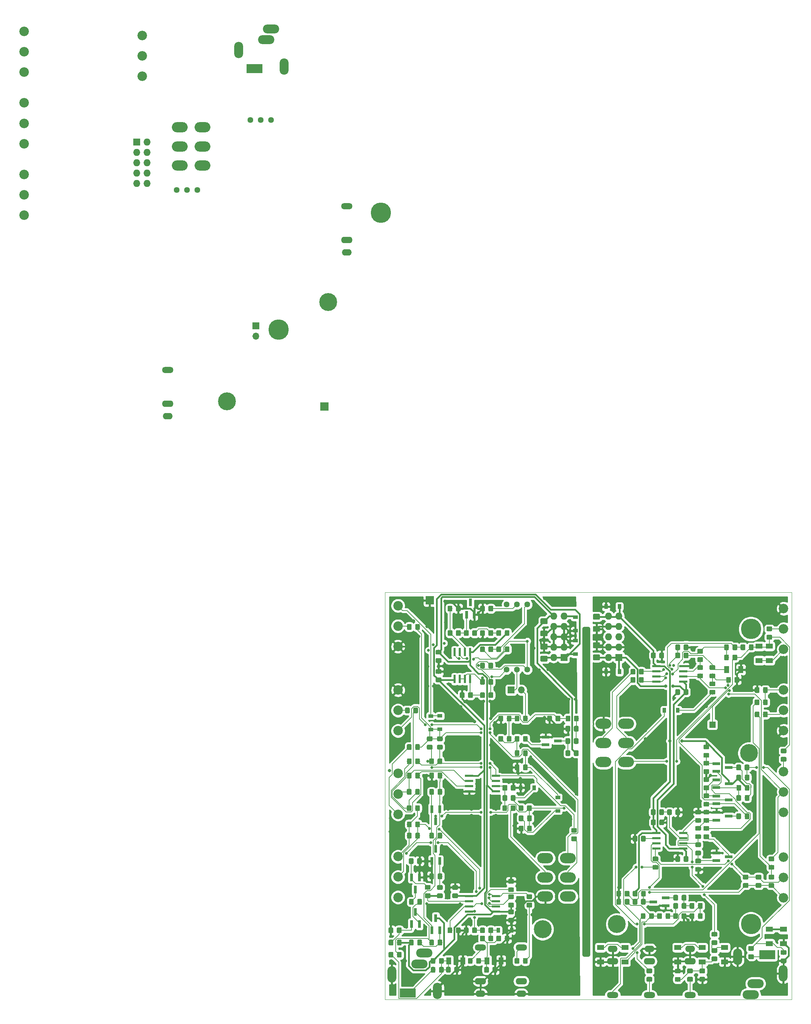
<source format=gbr>
%TF.GenerationSoftware,KiCad,Pcbnew,(5.1.0)-1*%
%TF.CreationDate,2019-10-04T19:05:09+02:00*%
%TF.ProjectId,KicadJE_AteOhAte,4b696361-644a-4455-9f41-74654f684174,rev?*%
%TF.SameCoordinates,Original*%
%TF.FileFunction,Copper,L2,Bot*%
%TF.FilePolarity,Positive*%
%FSLAX46Y46*%
G04 Gerber Fmt 4.6, Leading zero omitted, Abs format (unit mm)*
G04 Created by KiCad (PCBNEW (5.1.0)-1) date 2019-10-04 19:05:09*
%MOMM*%
%LPD*%
G04 APERTURE LIST*
%ADD10C,1.000000*%
%ADD11C,0.050000*%
%ADD12R,0.550000X2.000000*%
%ADD13C,1.440000*%
%ADD14C,0.150000*%
%ADD15C,1.150000*%
%ADD16R,0.800000X1.900000*%
%ADD17O,1.700000X1.700000*%
%ADD18R,1.700000X1.700000*%
%ADD19R,1.200000X0.900000*%
%ADD20R,1.300000X1.700000*%
%ADD21O,2.800000X1.600000*%
%ADD22O,2.400000X1.600000*%
%ADD23O,2.800000X1.500000*%
%ADD24R,1.727200X1.727200*%
%ADD25O,1.727200X1.727200*%
%ADD26O,3.900000X2.500000*%
%ADD27R,2.000000X0.550000*%
%ADD28O,2.200000X4.000000*%
%ADD29O,4.000000X2.200000*%
%ADD30R,4.000000X2.200000*%
%ADD31R,0.900000X1.200000*%
%ADD32R,1.900000X0.800000*%
%ADD33C,2.340000*%
%ADD34R,2.000000X2.000000*%
%ADD35C,4.400000*%
%ADD36C,0.700000*%
%ADD37C,1.425000*%
%ADD38R,1.700000X1.300000*%
%ADD39C,0.800000*%
%ADD40C,5.000000*%
%ADD41R,1.500000X1.500000*%
%ADD42C,0.400000*%
%ADD43C,0.254000*%
G04 APERTURE END LIST*
D10*
X99000000Y-59000000D02*
X100000000Y-59000000D01*
X99000000Y-139000000D02*
X100000000Y-139000000D01*
X100000000Y-59000000D02*
X100000000Y-139000000D01*
X99000000Y-59000000D02*
X99000000Y-139000000D01*
D11*
X50000000Y-150000000D02*
X50000000Y-50000000D01*
X150000000Y-150000000D02*
X50000000Y-150000000D01*
X150000000Y-50000000D02*
X150000000Y-150000000D01*
X50000000Y-50000000D02*
X150000000Y-50000000D01*
D12*
X67095000Y-71300000D03*
X68365000Y-71300000D03*
X69635000Y-71300000D03*
X70905000Y-71300000D03*
X70905000Y-64700000D03*
X69635000Y-64700000D03*
X68365000Y-64700000D03*
X67095000Y-64700000D03*
D13*
X79920000Y-69000000D03*
X82460000Y-69000000D03*
X85000000Y-69000000D03*
X79920000Y-53000000D03*
X82460000Y-53000000D03*
X85000000Y-53000000D03*
D14*
G36*
X84874505Y-80301204D02*
G01*
X84898773Y-80304804D01*
X84922572Y-80310765D01*
X84945671Y-80319030D01*
X84967850Y-80329520D01*
X84988893Y-80342132D01*
X85008599Y-80356747D01*
X85026777Y-80373223D01*
X85043253Y-80391401D01*
X85057868Y-80411107D01*
X85070480Y-80432150D01*
X85080970Y-80454329D01*
X85089235Y-80477428D01*
X85095196Y-80501227D01*
X85098796Y-80525495D01*
X85100000Y-80549999D01*
X85100000Y-81450001D01*
X85098796Y-81474505D01*
X85095196Y-81498773D01*
X85089235Y-81522572D01*
X85080970Y-81545671D01*
X85070480Y-81567850D01*
X85057868Y-81588893D01*
X85043253Y-81608599D01*
X85026777Y-81626777D01*
X85008599Y-81643253D01*
X84988893Y-81657868D01*
X84967850Y-81670480D01*
X84945671Y-81680970D01*
X84922572Y-81689235D01*
X84898773Y-81695196D01*
X84874505Y-81698796D01*
X84850001Y-81700000D01*
X84199999Y-81700000D01*
X84175495Y-81698796D01*
X84151227Y-81695196D01*
X84127428Y-81689235D01*
X84104329Y-81680970D01*
X84082150Y-81670480D01*
X84061107Y-81657868D01*
X84041401Y-81643253D01*
X84023223Y-81626777D01*
X84006747Y-81608599D01*
X83992132Y-81588893D01*
X83979520Y-81567850D01*
X83969030Y-81545671D01*
X83960765Y-81522572D01*
X83954804Y-81498773D01*
X83951204Y-81474505D01*
X83950000Y-81450001D01*
X83950000Y-80549999D01*
X83951204Y-80525495D01*
X83954804Y-80501227D01*
X83960765Y-80477428D01*
X83969030Y-80454329D01*
X83979520Y-80432150D01*
X83992132Y-80411107D01*
X84006747Y-80391401D01*
X84023223Y-80373223D01*
X84041401Y-80356747D01*
X84061107Y-80342132D01*
X84082150Y-80329520D01*
X84104329Y-80319030D01*
X84127428Y-80310765D01*
X84151227Y-80304804D01*
X84175495Y-80301204D01*
X84199999Y-80300000D01*
X84850001Y-80300000D01*
X84874505Y-80301204D01*
X84874505Y-80301204D01*
G37*
D15*
X84525000Y-81000000D03*
D14*
G36*
X82824505Y-80301204D02*
G01*
X82848773Y-80304804D01*
X82872572Y-80310765D01*
X82895671Y-80319030D01*
X82917850Y-80329520D01*
X82938893Y-80342132D01*
X82958599Y-80356747D01*
X82976777Y-80373223D01*
X82993253Y-80391401D01*
X83007868Y-80411107D01*
X83020480Y-80432150D01*
X83030970Y-80454329D01*
X83039235Y-80477428D01*
X83045196Y-80501227D01*
X83048796Y-80525495D01*
X83050000Y-80549999D01*
X83050000Y-81450001D01*
X83048796Y-81474505D01*
X83045196Y-81498773D01*
X83039235Y-81522572D01*
X83030970Y-81545671D01*
X83020480Y-81567850D01*
X83007868Y-81588893D01*
X82993253Y-81608599D01*
X82976777Y-81626777D01*
X82958599Y-81643253D01*
X82938893Y-81657868D01*
X82917850Y-81670480D01*
X82895671Y-81680970D01*
X82872572Y-81689235D01*
X82848773Y-81695196D01*
X82824505Y-81698796D01*
X82800001Y-81700000D01*
X82149999Y-81700000D01*
X82125495Y-81698796D01*
X82101227Y-81695196D01*
X82077428Y-81689235D01*
X82054329Y-81680970D01*
X82032150Y-81670480D01*
X82011107Y-81657868D01*
X81991401Y-81643253D01*
X81973223Y-81626777D01*
X81956747Y-81608599D01*
X81942132Y-81588893D01*
X81929520Y-81567850D01*
X81919030Y-81545671D01*
X81910765Y-81522572D01*
X81904804Y-81498773D01*
X81901204Y-81474505D01*
X81900000Y-81450001D01*
X81900000Y-80549999D01*
X81901204Y-80525495D01*
X81904804Y-80501227D01*
X81910765Y-80477428D01*
X81919030Y-80454329D01*
X81929520Y-80432150D01*
X81942132Y-80411107D01*
X81956747Y-80391401D01*
X81973223Y-80373223D01*
X81991401Y-80356747D01*
X82011107Y-80342132D01*
X82032150Y-80329520D01*
X82054329Y-80319030D01*
X82077428Y-80310765D01*
X82101227Y-80304804D01*
X82125495Y-80301204D01*
X82149999Y-80300000D01*
X82800001Y-80300000D01*
X82824505Y-80301204D01*
X82824505Y-80301204D01*
G37*
D15*
X82475000Y-81000000D03*
D14*
G36*
X80874505Y-80301204D02*
G01*
X80898773Y-80304804D01*
X80922572Y-80310765D01*
X80945671Y-80319030D01*
X80967850Y-80329520D01*
X80988893Y-80342132D01*
X81008599Y-80356747D01*
X81026777Y-80373223D01*
X81043253Y-80391401D01*
X81057868Y-80411107D01*
X81070480Y-80432150D01*
X81080970Y-80454329D01*
X81089235Y-80477428D01*
X81095196Y-80501227D01*
X81098796Y-80525495D01*
X81100000Y-80549999D01*
X81100000Y-81450001D01*
X81098796Y-81474505D01*
X81095196Y-81498773D01*
X81089235Y-81522572D01*
X81080970Y-81545671D01*
X81070480Y-81567850D01*
X81057868Y-81588893D01*
X81043253Y-81608599D01*
X81026777Y-81626777D01*
X81008599Y-81643253D01*
X80988893Y-81657868D01*
X80967850Y-81670480D01*
X80945671Y-81680970D01*
X80922572Y-81689235D01*
X80898773Y-81695196D01*
X80874505Y-81698796D01*
X80850001Y-81700000D01*
X80199999Y-81700000D01*
X80175495Y-81698796D01*
X80151227Y-81695196D01*
X80127428Y-81689235D01*
X80104329Y-81680970D01*
X80082150Y-81670480D01*
X80061107Y-81657868D01*
X80041401Y-81643253D01*
X80023223Y-81626777D01*
X80006747Y-81608599D01*
X79992132Y-81588893D01*
X79979520Y-81567850D01*
X79969030Y-81545671D01*
X79960765Y-81522572D01*
X79954804Y-81498773D01*
X79951204Y-81474505D01*
X79950000Y-81450001D01*
X79950000Y-80549999D01*
X79951204Y-80525495D01*
X79954804Y-80501227D01*
X79960765Y-80477428D01*
X79969030Y-80454329D01*
X79979520Y-80432150D01*
X79992132Y-80411107D01*
X80006747Y-80391401D01*
X80023223Y-80373223D01*
X80041401Y-80356747D01*
X80061107Y-80342132D01*
X80082150Y-80329520D01*
X80104329Y-80319030D01*
X80127428Y-80310765D01*
X80151227Y-80304804D01*
X80175495Y-80301204D01*
X80199999Y-80300000D01*
X80850001Y-80300000D01*
X80874505Y-80301204D01*
X80874505Y-80301204D01*
G37*
D15*
X80525000Y-81000000D03*
D14*
G36*
X78824505Y-80301204D02*
G01*
X78848773Y-80304804D01*
X78872572Y-80310765D01*
X78895671Y-80319030D01*
X78917850Y-80329520D01*
X78938893Y-80342132D01*
X78958599Y-80356747D01*
X78976777Y-80373223D01*
X78993253Y-80391401D01*
X79007868Y-80411107D01*
X79020480Y-80432150D01*
X79030970Y-80454329D01*
X79039235Y-80477428D01*
X79045196Y-80501227D01*
X79048796Y-80525495D01*
X79050000Y-80549999D01*
X79050000Y-81450001D01*
X79048796Y-81474505D01*
X79045196Y-81498773D01*
X79039235Y-81522572D01*
X79030970Y-81545671D01*
X79020480Y-81567850D01*
X79007868Y-81588893D01*
X78993253Y-81608599D01*
X78976777Y-81626777D01*
X78958599Y-81643253D01*
X78938893Y-81657868D01*
X78917850Y-81670480D01*
X78895671Y-81680970D01*
X78872572Y-81689235D01*
X78848773Y-81695196D01*
X78824505Y-81698796D01*
X78800001Y-81700000D01*
X78149999Y-81700000D01*
X78125495Y-81698796D01*
X78101227Y-81695196D01*
X78077428Y-81689235D01*
X78054329Y-81680970D01*
X78032150Y-81670480D01*
X78011107Y-81657868D01*
X77991401Y-81643253D01*
X77973223Y-81626777D01*
X77956747Y-81608599D01*
X77942132Y-81588893D01*
X77929520Y-81567850D01*
X77919030Y-81545671D01*
X77910765Y-81522572D01*
X77904804Y-81498773D01*
X77901204Y-81474505D01*
X77900000Y-81450001D01*
X77900000Y-80549999D01*
X77901204Y-80525495D01*
X77904804Y-80501227D01*
X77910765Y-80477428D01*
X77919030Y-80454329D01*
X77929520Y-80432150D01*
X77942132Y-80411107D01*
X77956747Y-80391401D01*
X77973223Y-80373223D01*
X77991401Y-80356747D01*
X78011107Y-80342132D01*
X78032150Y-80329520D01*
X78054329Y-80319030D01*
X78077428Y-80310765D01*
X78101227Y-80304804D01*
X78125495Y-80301204D01*
X78149999Y-80300000D01*
X78800001Y-80300000D01*
X78824505Y-80301204D01*
X78824505Y-80301204D01*
G37*
D15*
X78475000Y-81000000D03*
D14*
G36*
X68374505Y-53301204D02*
G01*
X68398773Y-53304804D01*
X68422572Y-53310765D01*
X68445671Y-53319030D01*
X68467850Y-53329520D01*
X68488893Y-53342132D01*
X68508599Y-53356747D01*
X68526777Y-53373223D01*
X68543253Y-53391401D01*
X68557868Y-53411107D01*
X68570480Y-53432150D01*
X68580970Y-53454329D01*
X68589235Y-53477428D01*
X68595196Y-53501227D01*
X68598796Y-53525495D01*
X68600000Y-53549999D01*
X68600000Y-54450001D01*
X68598796Y-54474505D01*
X68595196Y-54498773D01*
X68589235Y-54522572D01*
X68580970Y-54545671D01*
X68570480Y-54567850D01*
X68557868Y-54588893D01*
X68543253Y-54608599D01*
X68526777Y-54626777D01*
X68508599Y-54643253D01*
X68488893Y-54657868D01*
X68467850Y-54670480D01*
X68445671Y-54680970D01*
X68422572Y-54689235D01*
X68398773Y-54695196D01*
X68374505Y-54698796D01*
X68350001Y-54700000D01*
X67699999Y-54700000D01*
X67675495Y-54698796D01*
X67651227Y-54695196D01*
X67627428Y-54689235D01*
X67604329Y-54680970D01*
X67582150Y-54670480D01*
X67561107Y-54657868D01*
X67541401Y-54643253D01*
X67523223Y-54626777D01*
X67506747Y-54608599D01*
X67492132Y-54588893D01*
X67479520Y-54567850D01*
X67469030Y-54545671D01*
X67460765Y-54522572D01*
X67454804Y-54498773D01*
X67451204Y-54474505D01*
X67450000Y-54450001D01*
X67450000Y-53549999D01*
X67451204Y-53525495D01*
X67454804Y-53501227D01*
X67460765Y-53477428D01*
X67469030Y-53454329D01*
X67479520Y-53432150D01*
X67492132Y-53411107D01*
X67506747Y-53391401D01*
X67523223Y-53373223D01*
X67541401Y-53356747D01*
X67561107Y-53342132D01*
X67582150Y-53329520D01*
X67604329Y-53319030D01*
X67627428Y-53310765D01*
X67651227Y-53304804D01*
X67675495Y-53301204D01*
X67699999Y-53300000D01*
X68350001Y-53300000D01*
X68374505Y-53301204D01*
X68374505Y-53301204D01*
G37*
D15*
X68025000Y-54000000D03*
D14*
G36*
X66324505Y-53301204D02*
G01*
X66348773Y-53304804D01*
X66372572Y-53310765D01*
X66395671Y-53319030D01*
X66417850Y-53329520D01*
X66438893Y-53342132D01*
X66458599Y-53356747D01*
X66476777Y-53373223D01*
X66493253Y-53391401D01*
X66507868Y-53411107D01*
X66520480Y-53432150D01*
X66530970Y-53454329D01*
X66539235Y-53477428D01*
X66545196Y-53501227D01*
X66548796Y-53525495D01*
X66550000Y-53549999D01*
X66550000Y-54450001D01*
X66548796Y-54474505D01*
X66545196Y-54498773D01*
X66539235Y-54522572D01*
X66530970Y-54545671D01*
X66520480Y-54567850D01*
X66507868Y-54588893D01*
X66493253Y-54608599D01*
X66476777Y-54626777D01*
X66458599Y-54643253D01*
X66438893Y-54657868D01*
X66417850Y-54670480D01*
X66395671Y-54680970D01*
X66372572Y-54689235D01*
X66348773Y-54695196D01*
X66324505Y-54698796D01*
X66300001Y-54700000D01*
X65649999Y-54700000D01*
X65625495Y-54698796D01*
X65601227Y-54695196D01*
X65577428Y-54689235D01*
X65554329Y-54680970D01*
X65532150Y-54670480D01*
X65511107Y-54657868D01*
X65491401Y-54643253D01*
X65473223Y-54626777D01*
X65456747Y-54608599D01*
X65442132Y-54588893D01*
X65429520Y-54567850D01*
X65419030Y-54545671D01*
X65410765Y-54522572D01*
X65404804Y-54498773D01*
X65401204Y-54474505D01*
X65400000Y-54450001D01*
X65400000Y-53549999D01*
X65401204Y-53525495D01*
X65404804Y-53501227D01*
X65410765Y-53477428D01*
X65419030Y-53454329D01*
X65429520Y-53432150D01*
X65442132Y-53411107D01*
X65456747Y-53391401D01*
X65473223Y-53373223D01*
X65491401Y-53356747D01*
X65511107Y-53342132D01*
X65532150Y-53329520D01*
X65554329Y-53319030D01*
X65577428Y-53310765D01*
X65601227Y-53304804D01*
X65625495Y-53301204D01*
X65649999Y-53300000D01*
X66300001Y-53300000D01*
X66324505Y-53301204D01*
X66324505Y-53301204D01*
G37*
D15*
X65975000Y-54000000D03*
D14*
G36*
X74324505Y-74551204D02*
G01*
X74348773Y-74554804D01*
X74372572Y-74560765D01*
X74395671Y-74569030D01*
X74417850Y-74579520D01*
X74438893Y-74592132D01*
X74458599Y-74606747D01*
X74476777Y-74623223D01*
X74493253Y-74641401D01*
X74507868Y-74661107D01*
X74520480Y-74682150D01*
X74530970Y-74704329D01*
X74539235Y-74727428D01*
X74545196Y-74751227D01*
X74548796Y-74775495D01*
X74550000Y-74799999D01*
X74550000Y-75700001D01*
X74548796Y-75724505D01*
X74545196Y-75748773D01*
X74539235Y-75772572D01*
X74530970Y-75795671D01*
X74520480Y-75817850D01*
X74507868Y-75838893D01*
X74493253Y-75858599D01*
X74476777Y-75876777D01*
X74458599Y-75893253D01*
X74438893Y-75907868D01*
X74417850Y-75920480D01*
X74395671Y-75930970D01*
X74372572Y-75939235D01*
X74348773Y-75945196D01*
X74324505Y-75948796D01*
X74300001Y-75950000D01*
X73649999Y-75950000D01*
X73625495Y-75948796D01*
X73601227Y-75945196D01*
X73577428Y-75939235D01*
X73554329Y-75930970D01*
X73532150Y-75920480D01*
X73511107Y-75907868D01*
X73491401Y-75893253D01*
X73473223Y-75876777D01*
X73456747Y-75858599D01*
X73442132Y-75838893D01*
X73429520Y-75817850D01*
X73419030Y-75795671D01*
X73410765Y-75772572D01*
X73404804Y-75748773D01*
X73401204Y-75724505D01*
X73400000Y-75700001D01*
X73400000Y-74799999D01*
X73401204Y-74775495D01*
X73404804Y-74751227D01*
X73410765Y-74727428D01*
X73419030Y-74704329D01*
X73429520Y-74682150D01*
X73442132Y-74661107D01*
X73456747Y-74641401D01*
X73473223Y-74623223D01*
X73491401Y-74606747D01*
X73511107Y-74592132D01*
X73532150Y-74579520D01*
X73554329Y-74569030D01*
X73577428Y-74560765D01*
X73601227Y-74554804D01*
X73625495Y-74551204D01*
X73649999Y-74550000D01*
X74300001Y-74550000D01*
X74324505Y-74551204D01*
X74324505Y-74551204D01*
G37*
D15*
X73975000Y-75250000D03*
D14*
G36*
X76374505Y-74551204D02*
G01*
X76398773Y-74554804D01*
X76422572Y-74560765D01*
X76445671Y-74569030D01*
X76467850Y-74579520D01*
X76488893Y-74592132D01*
X76508599Y-74606747D01*
X76526777Y-74623223D01*
X76543253Y-74641401D01*
X76557868Y-74661107D01*
X76570480Y-74682150D01*
X76580970Y-74704329D01*
X76589235Y-74727428D01*
X76595196Y-74751227D01*
X76598796Y-74775495D01*
X76600000Y-74799999D01*
X76600000Y-75700001D01*
X76598796Y-75724505D01*
X76595196Y-75748773D01*
X76589235Y-75772572D01*
X76580970Y-75795671D01*
X76570480Y-75817850D01*
X76557868Y-75838893D01*
X76543253Y-75858599D01*
X76526777Y-75876777D01*
X76508599Y-75893253D01*
X76488893Y-75907868D01*
X76467850Y-75920480D01*
X76445671Y-75930970D01*
X76422572Y-75939235D01*
X76398773Y-75945196D01*
X76374505Y-75948796D01*
X76350001Y-75950000D01*
X75699999Y-75950000D01*
X75675495Y-75948796D01*
X75651227Y-75945196D01*
X75627428Y-75939235D01*
X75604329Y-75930970D01*
X75582150Y-75920480D01*
X75561107Y-75907868D01*
X75541401Y-75893253D01*
X75523223Y-75876777D01*
X75506747Y-75858599D01*
X75492132Y-75838893D01*
X75479520Y-75817850D01*
X75469030Y-75795671D01*
X75460765Y-75772572D01*
X75454804Y-75748773D01*
X75451204Y-75724505D01*
X75450000Y-75700001D01*
X75450000Y-74799999D01*
X75451204Y-74775495D01*
X75454804Y-74751227D01*
X75460765Y-74727428D01*
X75469030Y-74704329D01*
X75479520Y-74682150D01*
X75492132Y-74661107D01*
X75506747Y-74641401D01*
X75523223Y-74623223D01*
X75541401Y-74606747D01*
X75561107Y-74592132D01*
X75582150Y-74579520D01*
X75604329Y-74569030D01*
X75627428Y-74560765D01*
X75651227Y-74554804D01*
X75675495Y-74551204D01*
X75699999Y-74550000D01*
X76350001Y-74550000D01*
X76374505Y-74551204D01*
X76374505Y-74551204D01*
G37*
D15*
X76025000Y-75250000D03*
D14*
G36*
X72399505Y-59301204D02*
G01*
X72423773Y-59304804D01*
X72447572Y-59310765D01*
X72470671Y-59319030D01*
X72492850Y-59329520D01*
X72513893Y-59342132D01*
X72533599Y-59356747D01*
X72551777Y-59373223D01*
X72568253Y-59391401D01*
X72582868Y-59411107D01*
X72595480Y-59432150D01*
X72605970Y-59454329D01*
X72614235Y-59477428D01*
X72620196Y-59501227D01*
X72623796Y-59525495D01*
X72625000Y-59549999D01*
X72625000Y-60450001D01*
X72623796Y-60474505D01*
X72620196Y-60498773D01*
X72614235Y-60522572D01*
X72605970Y-60545671D01*
X72595480Y-60567850D01*
X72582868Y-60588893D01*
X72568253Y-60608599D01*
X72551777Y-60626777D01*
X72533599Y-60643253D01*
X72513893Y-60657868D01*
X72492850Y-60670480D01*
X72470671Y-60680970D01*
X72447572Y-60689235D01*
X72423773Y-60695196D01*
X72399505Y-60698796D01*
X72375001Y-60700000D01*
X71724999Y-60700000D01*
X71700495Y-60698796D01*
X71676227Y-60695196D01*
X71652428Y-60689235D01*
X71629329Y-60680970D01*
X71607150Y-60670480D01*
X71586107Y-60657868D01*
X71566401Y-60643253D01*
X71548223Y-60626777D01*
X71531747Y-60608599D01*
X71517132Y-60588893D01*
X71504520Y-60567850D01*
X71494030Y-60545671D01*
X71485765Y-60522572D01*
X71479804Y-60498773D01*
X71476204Y-60474505D01*
X71475000Y-60450001D01*
X71475000Y-59549999D01*
X71476204Y-59525495D01*
X71479804Y-59501227D01*
X71485765Y-59477428D01*
X71494030Y-59454329D01*
X71504520Y-59432150D01*
X71517132Y-59411107D01*
X71531747Y-59391401D01*
X71548223Y-59373223D01*
X71566401Y-59356747D01*
X71586107Y-59342132D01*
X71607150Y-59329520D01*
X71629329Y-59319030D01*
X71652428Y-59310765D01*
X71676227Y-59304804D01*
X71700495Y-59301204D01*
X71724999Y-59300000D01*
X72375001Y-59300000D01*
X72399505Y-59301204D01*
X72399505Y-59301204D01*
G37*
D15*
X72050000Y-60000000D03*
D14*
G36*
X70349505Y-59301204D02*
G01*
X70373773Y-59304804D01*
X70397572Y-59310765D01*
X70420671Y-59319030D01*
X70442850Y-59329520D01*
X70463893Y-59342132D01*
X70483599Y-59356747D01*
X70501777Y-59373223D01*
X70518253Y-59391401D01*
X70532868Y-59411107D01*
X70545480Y-59432150D01*
X70555970Y-59454329D01*
X70564235Y-59477428D01*
X70570196Y-59501227D01*
X70573796Y-59525495D01*
X70575000Y-59549999D01*
X70575000Y-60450001D01*
X70573796Y-60474505D01*
X70570196Y-60498773D01*
X70564235Y-60522572D01*
X70555970Y-60545671D01*
X70545480Y-60567850D01*
X70532868Y-60588893D01*
X70518253Y-60608599D01*
X70501777Y-60626777D01*
X70483599Y-60643253D01*
X70463893Y-60657868D01*
X70442850Y-60670480D01*
X70420671Y-60680970D01*
X70397572Y-60689235D01*
X70373773Y-60695196D01*
X70349505Y-60698796D01*
X70325001Y-60700000D01*
X69674999Y-60700000D01*
X69650495Y-60698796D01*
X69626227Y-60695196D01*
X69602428Y-60689235D01*
X69579329Y-60680970D01*
X69557150Y-60670480D01*
X69536107Y-60657868D01*
X69516401Y-60643253D01*
X69498223Y-60626777D01*
X69481747Y-60608599D01*
X69467132Y-60588893D01*
X69454520Y-60567850D01*
X69444030Y-60545671D01*
X69435765Y-60522572D01*
X69429804Y-60498773D01*
X69426204Y-60474505D01*
X69425000Y-60450001D01*
X69425000Y-59549999D01*
X69426204Y-59525495D01*
X69429804Y-59501227D01*
X69435765Y-59477428D01*
X69444030Y-59454329D01*
X69454520Y-59432150D01*
X69467132Y-59411107D01*
X69481747Y-59391401D01*
X69498223Y-59373223D01*
X69516401Y-59356747D01*
X69536107Y-59342132D01*
X69557150Y-59329520D01*
X69579329Y-59319030D01*
X69602428Y-59310765D01*
X69626227Y-59304804D01*
X69650495Y-59301204D01*
X69674999Y-59300000D01*
X70325001Y-59300000D01*
X70349505Y-59301204D01*
X70349505Y-59301204D01*
G37*
D15*
X70000000Y-60000000D03*
D14*
G36*
X76374505Y-67301204D02*
G01*
X76398773Y-67304804D01*
X76422572Y-67310765D01*
X76445671Y-67319030D01*
X76467850Y-67329520D01*
X76488893Y-67342132D01*
X76508599Y-67356747D01*
X76526777Y-67373223D01*
X76543253Y-67391401D01*
X76557868Y-67411107D01*
X76570480Y-67432150D01*
X76580970Y-67454329D01*
X76589235Y-67477428D01*
X76595196Y-67501227D01*
X76598796Y-67525495D01*
X76600000Y-67549999D01*
X76600000Y-68450001D01*
X76598796Y-68474505D01*
X76595196Y-68498773D01*
X76589235Y-68522572D01*
X76580970Y-68545671D01*
X76570480Y-68567850D01*
X76557868Y-68588893D01*
X76543253Y-68608599D01*
X76526777Y-68626777D01*
X76508599Y-68643253D01*
X76488893Y-68657868D01*
X76467850Y-68670480D01*
X76445671Y-68680970D01*
X76422572Y-68689235D01*
X76398773Y-68695196D01*
X76374505Y-68698796D01*
X76350001Y-68700000D01*
X75699999Y-68700000D01*
X75675495Y-68698796D01*
X75651227Y-68695196D01*
X75627428Y-68689235D01*
X75604329Y-68680970D01*
X75582150Y-68670480D01*
X75561107Y-68657868D01*
X75541401Y-68643253D01*
X75523223Y-68626777D01*
X75506747Y-68608599D01*
X75492132Y-68588893D01*
X75479520Y-68567850D01*
X75469030Y-68545671D01*
X75460765Y-68522572D01*
X75454804Y-68498773D01*
X75451204Y-68474505D01*
X75450000Y-68450001D01*
X75450000Y-67549999D01*
X75451204Y-67525495D01*
X75454804Y-67501227D01*
X75460765Y-67477428D01*
X75469030Y-67454329D01*
X75479520Y-67432150D01*
X75492132Y-67411107D01*
X75506747Y-67391401D01*
X75523223Y-67373223D01*
X75541401Y-67356747D01*
X75561107Y-67342132D01*
X75582150Y-67329520D01*
X75604329Y-67319030D01*
X75627428Y-67310765D01*
X75651227Y-67304804D01*
X75675495Y-67301204D01*
X75699999Y-67300000D01*
X76350001Y-67300000D01*
X76374505Y-67301204D01*
X76374505Y-67301204D01*
G37*
D15*
X76025000Y-68000000D03*
D14*
G36*
X74324505Y-67301204D02*
G01*
X74348773Y-67304804D01*
X74372572Y-67310765D01*
X74395671Y-67319030D01*
X74417850Y-67329520D01*
X74438893Y-67342132D01*
X74458599Y-67356747D01*
X74476777Y-67373223D01*
X74493253Y-67391401D01*
X74507868Y-67411107D01*
X74520480Y-67432150D01*
X74530970Y-67454329D01*
X74539235Y-67477428D01*
X74545196Y-67501227D01*
X74548796Y-67525495D01*
X74550000Y-67549999D01*
X74550000Y-68450001D01*
X74548796Y-68474505D01*
X74545196Y-68498773D01*
X74539235Y-68522572D01*
X74530970Y-68545671D01*
X74520480Y-68567850D01*
X74507868Y-68588893D01*
X74493253Y-68608599D01*
X74476777Y-68626777D01*
X74458599Y-68643253D01*
X74438893Y-68657868D01*
X74417850Y-68670480D01*
X74395671Y-68680970D01*
X74372572Y-68689235D01*
X74348773Y-68695196D01*
X74324505Y-68698796D01*
X74300001Y-68700000D01*
X73649999Y-68700000D01*
X73625495Y-68698796D01*
X73601227Y-68695196D01*
X73577428Y-68689235D01*
X73554329Y-68680970D01*
X73532150Y-68670480D01*
X73511107Y-68657868D01*
X73491401Y-68643253D01*
X73473223Y-68626777D01*
X73456747Y-68608599D01*
X73442132Y-68588893D01*
X73429520Y-68567850D01*
X73419030Y-68545671D01*
X73410765Y-68522572D01*
X73404804Y-68498773D01*
X73401204Y-68474505D01*
X73400000Y-68450001D01*
X73400000Y-67549999D01*
X73401204Y-67525495D01*
X73404804Y-67501227D01*
X73410765Y-67477428D01*
X73419030Y-67454329D01*
X73429520Y-67432150D01*
X73442132Y-67411107D01*
X73456747Y-67391401D01*
X73473223Y-67373223D01*
X73491401Y-67356747D01*
X73511107Y-67342132D01*
X73532150Y-67329520D01*
X73554329Y-67319030D01*
X73577428Y-67310765D01*
X73601227Y-67304804D01*
X73625495Y-67301204D01*
X73649999Y-67300000D01*
X74300001Y-67300000D01*
X74324505Y-67301204D01*
X74324505Y-67301204D01*
G37*
D15*
X73975000Y-68000000D03*
D14*
G36*
X78324505Y-59301204D02*
G01*
X78348773Y-59304804D01*
X78372572Y-59310765D01*
X78395671Y-59319030D01*
X78417850Y-59329520D01*
X78438893Y-59342132D01*
X78458599Y-59356747D01*
X78476777Y-59373223D01*
X78493253Y-59391401D01*
X78507868Y-59411107D01*
X78520480Y-59432150D01*
X78530970Y-59454329D01*
X78539235Y-59477428D01*
X78545196Y-59501227D01*
X78548796Y-59525495D01*
X78550000Y-59549999D01*
X78550000Y-60450001D01*
X78548796Y-60474505D01*
X78545196Y-60498773D01*
X78539235Y-60522572D01*
X78530970Y-60545671D01*
X78520480Y-60567850D01*
X78507868Y-60588893D01*
X78493253Y-60608599D01*
X78476777Y-60626777D01*
X78458599Y-60643253D01*
X78438893Y-60657868D01*
X78417850Y-60670480D01*
X78395671Y-60680970D01*
X78372572Y-60689235D01*
X78348773Y-60695196D01*
X78324505Y-60698796D01*
X78300001Y-60700000D01*
X77649999Y-60700000D01*
X77625495Y-60698796D01*
X77601227Y-60695196D01*
X77577428Y-60689235D01*
X77554329Y-60680970D01*
X77532150Y-60670480D01*
X77511107Y-60657868D01*
X77491401Y-60643253D01*
X77473223Y-60626777D01*
X77456747Y-60608599D01*
X77442132Y-60588893D01*
X77429520Y-60567850D01*
X77419030Y-60545671D01*
X77410765Y-60522572D01*
X77404804Y-60498773D01*
X77401204Y-60474505D01*
X77400000Y-60450001D01*
X77400000Y-59549999D01*
X77401204Y-59525495D01*
X77404804Y-59501227D01*
X77410765Y-59477428D01*
X77419030Y-59454329D01*
X77429520Y-59432150D01*
X77442132Y-59411107D01*
X77456747Y-59391401D01*
X77473223Y-59373223D01*
X77491401Y-59356747D01*
X77511107Y-59342132D01*
X77532150Y-59329520D01*
X77554329Y-59319030D01*
X77577428Y-59310765D01*
X77601227Y-59304804D01*
X77625495Y-59301204D01*
X77649999Y-59300000D01*
X78300001Y-59300000D01*
X78324505Y-59301204D01*
X78324505Y-59301204D01*
G37*
D15*
X77975000Y-60000000D03*
D14*
G36*
X80374505Y-59301204D02*
G01*
X80398773Y-59304804D01*
X80422572Y-59310765D01*
X80445671Y-59319030D01*
X80467850Y-59329520D01*
X80488893Y-59342132D01*
X80508599Y-59356747D01*
X80526777Y-59373223D01*
X80543253Y-59391401D01*
X80557868Y-59411107D01*
X80570480Y-59432150D01*
X80580970Y-59454329D01*
X80589235Y-59477428D01*
X80595196Y-59501227D01*
X80598796Y-59525495D01*
X80600000Y-59549999D01*
X80600000Y-60450001D01*
X80598796Y-60474505D01*
X80595196Y-60498773D01*
X80589235Y-60522572D01*
X80580970Y-60545671D01*
X80570480Y-60567850D01*
X80557868Y-60588893D01*
X80543253Y-60608599D01*
X80526777Y-60626777D01*
X80508599Y-60643253D01*
X80488893Y-60657868D01*
X80467850Y-60670480D01*
X80445671Y-60680970D01*
X80422572Y-60689235D01*
X80398773Y-60695196D01*
X80374505Y-60698796D01*
X80350001Y-60700000D01*
X79699999Y-60700000D01*
X79675495Y-60698796D01*
X79651227Y-60695196D01*
X79627428Y-60689235D01*
X79604329Y-60680970D01*
X79582150Y-60670480D01*
X79561107Y-60657868D01*
X79541401Y-60643253D01*
X79523223Y-60626777D01*
X79506747Y-60608599D01*
X79492132Y-60588893D01*
X79479520Y-60567850D01*
X79469030Y-60545671D01*
X79460765Y-60522572D01*
X79454804Y-60498773D01*
X79451204Y-60474505D01*
X79450000Y-60450001D01*
X79450000Y-59549999D01*
X79451204Y-59525495D01*
X79454804Y-59501227D01*
X79460765Y-59477428D01*
X79469030Y-59454329D01*
X79479520Y-59432150D01*
X79492132Y-59411107D01*
X79506747Y-59391401D01*
X79523223Y-59373223D01*
X79541401Y-59356747D01*
X79561107Y-59342132D01*
X79582150Y-59329520D01*
X79604329Y-59319030D01*
X79627428Y-59310765D01*
X79651227Y-59304804D01*
X79675495Y-59301204D01*
X79699999Y-59300000D01*
X80350001Y-59300000D01*
X80374505Y-59301204D01*
X80374505Y-59301204D01*
G37*
D15*
X80025000Y-60000000D03*
D14*
G36*
X80374505Y-63301204D02*
G01*
X80398773Y-63304804D01*
X80422572Y-63310765D01*
X80445671Y-63319030D01*
X80467850Y-63329520D01*
X80488893Y-63342132D01*
X80508599Y-63356747D01*
X80526777Y-63373223D01*
X80543253Y-63391401D01*
X80557868Y-63411107D01*
X80570480Y-63432150D01*
X80580970Y-63454329D01*
X80589235Y-63477428D01*
X80595196Y-63501227D01*
X80598796Y-63525495D01*
X80600000Y-63549999D01*
X80600000Y-64450001D01*
X80598796Y-64474505D01*
X80595196Y-64498773D01*
X80589235Y-64522572D01*
X80580970Y-64545671D01*
X80570480Y-64567850D01*
X80557868Y-64588893D01*
X80543253Y-64608599D01*
X80526777Y-64626777D01*
X80508599Y-64643253D01*
X80488893Y-64657868D01*
X80467850Y-64670480D01*
X80445671Y-64680970D01*
X80422572Y-64689235D01*
X80398773Y-64695196D01*
X80374505Y-64698796D01*
X80350001Y-64700000D01*
X79699999Y-64700000D01*
X79675495Y-64698796D01*
X79651227Y-64695196D01*
X79627428Y-64689235D01*
X79604329Y-64680970D01*
X79582150Y-64670480D01*
X79561107Y-64657868D01*
X79541401Y-64643253D01*
X79523223Y-64626777D01*
X79506747Y-64608599D01*
X79492132Y-64588893D01*
X79479520Y-64567850D01*
X79469030Y-64545671D01*
X79460765Y-64522572D01*
X79454804Y-64498773D01*
X79451204Y-64474505D01*
X79450000Y-64450001D01*
X79450000Y-63549999D01*
X79451204Y-63525495D01*
X79454804Y-63501227D01*
X79460765Y-63477428D01*
X79469030Y-63454329D01*
X79479520Y-63432150D01*
X79492132Y-63411107D01*
X79506747Y-63391401D01*
X79523223Y-63373223D01*
X79541401Y-63356747D01*
X79561107Y-63342132D01*
X79582150Y-63329520D01*
X79604329Y-63319030D01*
X79627428Y-63310765D01*
X79651227Y-63304804D01*
X79675495Y-63301204D01*
X79699999Y-63300000D01*
X80350001Y-63300000D01*
X80374505Y-63301204D01*
X80374505Y-63301204D01*
G37*
D15*
X80025000Y-64000000D03*
D14*
G36*
X78324505Y-63301204D02*
G01*
X78348773Y-63304804D01*
X78372572Y-63310765D01*
X78395671Y-63319030D01*
X78417850Y-63329520D01*
X78438893Y-63342132D01*
X78458599Y-63356747D01*
X78476777Y-63373223D01*
X78493253Y-63391401D01*
X78507868Y-63411107D01*
X78520480Y-63432150D01*
X78530970Y-63454329D01*
X78539235Y-63477428D01*
X78545196Y-63501227D01*
X78548796Y-63525495D01*
X78550000Y-63549999D01*
X78550000Y-64450001D01*
X78548796Y-64474505D01*
X78545196Y-64498773D01*
X78539235Y-64522572D01*
X78530970Y-64545671D01*
X78520480Y-64567850D01*
X78507868Y-64588893D01*
X78493253Y-64608599D01*
X78476777Y-64626777D01*
X78458599Y-64643253D01*
X78438893Y-64657868D01*
X78417850Y-64670480D01*
X78395671Y-64680970D01*
X78372572Y-64689235D01*
X78348773Y-64695196D01*
X78324505Y-64698796D01*
X78300001Y-64700000D01*
X77649999Y-64700000D01*
X77625495Y-64698796D01*
X77601227Y-64695196D01*
X77577428Y-64689235D01*
X77554329Y-64680970D01*
X77532150Y-64670480D01*
X77511107Y-64657868D01*
X77491401Y-64643253D01*
X77473223Y-64626777D01*
X77456747Y-64608599D01*
X77442132Y-64588893D01*
X77429520Y-64567850D01*
X77419030Y-64545671D01*
X77410765Y-64522572D01*
X77404804Y-64498773D01*
X77401204Y-64474505D01*
X77400000Y-64450001D01*
X77400000Y-63549999D01*
X77401204Y-63525495D01*
X77404804Y-63501227D01*
X77410765Y-63477428D01*
X77419030Y-63454329D01*
X77429520Y-63432150D01*
X77442132Y-63411107D01*
X77456747Y-63391401D01*
X77473223Y-63373223D01*
X77491401Y-63356747D01*
X77511107Y-63342132D01*
X77532150Y-63329520D01*
X77554329Y-63319030D01*
X77577428Y-63310765D01*
X77601227Y-63304804D01*
X77625495Y-63301204D01*
X77649999Y-63300000D01*
X78300001Y-63300000D01*
X78324505Y-63301204D01*
X78324505Y-63301204D01*
G37*
D15*
X77975000Y-64000000D03*
D14*
G36*
X76374505Y-53301204D02*
G01*
X76398773Y-53304804D01*
X76422572Y-53310765D01*
X76445671Y-53319030D01*
X76467850Y-53329520D01*
X76488893Y-53342132D01*
X76508599Y-53356747D01*
X76526777Y-53373223D01*
X76543253Y-53391401D01*
X76557868Y-53411107D01*
X76570480Y-53432150D01*
X76580970Y-53454329D01*
X76589235Y-53477428D01*
X76595196Y-53501227D01*
X76598796Y-53525495D01*
X76600000Y-53549999D01*
X76600000Y-54450001D01*
X76598796Y-54474505D01*
X76595196Y-54498773D01*
X76589235Y-54522572D01*
X76580970Y-54545671D01*
X76570480Y-54567850D01*
X76557868Y-54588893D01*
X76543253Y-54608599D01*
X76526777Y-54626777D01*
X76508599Y-54643253D01*
X76488893Y-54657868D01*
X76467850Y-54670480D01*
X76445671Y-54680970D01*
X76422572Y-54689235D01*
X76398773Y-54695196D01*
X76374505Y-54698796D01*
X76350001Y-54700000D01*
X75699999Y-54700000D01*
X75675495Y-54698796D01*
X75651227Y-54695196D01*
X75627428Y-54689235D01*
X75604329Y-54680970D01*
X75582150Y-54670480D01*
X75561107Y-54657868D01*
X75541401Y-54643253D01*
X75523223Y-54626777D01*
X75506747Y-54608599D01*
X75492132Y-54588893D01*
X75479520Y-54567850D01*
X75469030Y-54545671D01*
X75460765Y-54522572D01*
X75454804Y-54498773D01*
X75451204Y-54474505D01*
X75450000Y-54450001D01*
X75450000Y-53549999D01*
X75451204Y-53525495D01*
X75454804Y-53501227D01*
X75460765Y-53477428D01*
X75469030Y-53454329D01*
X75479520Y-53432150D01*
X75492132Y-53411107D01*
X75506747Y-53391401D01*
X75523223Y-53373223D01*
X75541401Y-53356747D01*
X75561107Y-53342132D01*
X75582150Y-53329520D01*
X75604329Y-53319030D01*
X75627428Y-53310765D01*
X75651227Y-53304804D01*
X75675495Y-53301204D01*
X75699999Y-53300000D01*
X76350001Y-53300000D01*
X76374505Y-53301204D01*
X76374505Y-53301204D01*
G37*
D15*
X76025000Y-54000000D03*
D14*
G36*
X74324505Y-53301204D02*
G01*
X74348773Y-53304804D01*
X74372572Y-53310765D01*
X74395671Y-53319030D01*
X74417850Y-53329520D01*
X74438893Y-53342132D01*
X74458599Y-53356747D01*
X74476777Y-53373223D01*
X74493253Y-53391401D01*
X74507868Y-53411107D01*
X74520480Y-53432150D01*
X74530970Y-53454329D01*
X74539235Y-53477428D01*
X74545196Y-53501227D01*
X74548796Y-53525495D01*
X74550000Y-53549999D01*
X74550000Y-54450001D01*
X74548796Y-54474505D01*
X74545196Y-54498773D01*
X74539235Y-54522572D01*
X74530970Y-54545671D01*
X74520480Y-54567850D01*
X74507868Y-54588893D01*
X74493253Y-54608599D01*
X74476777Y-54626777D01*
X74458599Y-54643253D01*
X74438893Y-54657868D01*
X74417850Y-54670480D01*
X74395671Y-54680970D01*
X74372572Y-54689235D01*
X74348773Y-54695196D01*
X74324505Y-54698796D01*
X74300001Y-54700000D01*
X73649999Y-54700000D01*
X73625495Y-54698796D01*
X73601227Y-54695196D01*
X73577428Y-54689235D01*
X73554329Y-54680970D01*
X73532150Y-54670480D01*
X73511107Y-54657868D01*
X73491401Y-54643253D01*
X73473223Y-54626777D01*
X73456747Y-54608599D01*
X73442132Y-54588893D01*
X73429520Y-54567850D01*
X73419030Y-54545671D01*
X73410765Y-54522572D01*
X73404804Y-54498773D01*
X73401204Y-54474505D01*
X73400000Y-54450001D01*
X73400000Y-53549999D01*
X73401204Y-53525495D01*
X73404804Y-53501227D01*
X73410765Y-53477428D01*
X73419030Y-53454329D01*
X73429520Y-53432150D01*
X73442132Y-53411107D01*
X73456747Y-53391401D01*
X73473223Y-53373223D01*
X73491401Y-53356747D01*
X73511107Y-53342132D01*
X73532150Y-53329520D01*
X73554329Y-53319030D01*
X73577428Y-53310765D01*
X73601227Y-53304804D01*
X73625495Y-53301204D01*
X73649999Y-53300000D01*
X74300001Y-53300000D01*
X74324505Y-53301204D01*
X74324505Y-53301204D01*
G37*
D15*
X73975000Y-54000000D03*
D14*
G36*
X76374505Y-63301204D02*
G01*
X76398773Y-63304804D01*
X76422572Y-63310765D01*
X76445671Y-63319030D01*
X76467850Y-63329520D01*
X76488893Y-63342132D01*
X76508599Y-63356747D01*
X76526777Y-63373223D01*
X76543253Y-63391401D01*
X76557868Y-63411107D01*
X76570480Y-63432150D01*
X76580970Y-63454329D01*
X76589235Y-63477428D01*
X76595196Y-63501227D01*
X76598796Y-63525495D01*
X76600000Y-63549999D01*
X76600000Y-64450001D01*
X76598796Y-64474505D01*
X76595196Y-64498773D01*
X76589235Y-64522572D01*
X76580970Y-64545671D01*
X76570480Y-64567850D01*
X76557868Y-64588893D01*
X76543253Y-64608599D01*
X76526777Y-64626777D01*
X76508599Y-64643253D01*
X76488893Y-64657868D01*
X76467850Y-64670480D01*
X76445671Y-64680970D01*
X76422572Y-64689235D01*
X76398773Y-64695196D01*
X76374505Y-64698796D01*
X76350001Y-64700000D01*
X75699999Y-64700000D01*
X75675495Y-64698796D01*
X75651227Y-64695196D01*
X75627428Y-64689235D01*
X75604329Y-64680970D01*
X75582150Y-64670480D01*
X75561107Y-64657868D01*
X75541401Y-64643253D01*
X75523223Y-64626777D01*
X75506747Y-64608599D01*
X75492132Y-64588893D01*
X75479520Y-64567850D01*
X75469030Y-64545671D01*
X75460765Y-64522572D01*
X75454804Y-64498773D01*
X75451204Y-64474505D01*
X75450000Y-64450001D01*
X75450000Y-63549999D01*
X75451204Y-63525495D01*
X75454804Y-63501227D01*
X75460765Y-63477428D01*
X75469030Y-63454329D01*
X75479520Y-63432150D01*
X75492132Y-63411107D01*
X75506747Y-63391401D01*
X75523223Y-63373223D01*
X75541401Y-63356747D01*
X75561107Y-63342132D01*
X75582150Y-63329520D01*
X75604329Y-63319030D01*
X75627428Y-63310765D01*
X75651227Y-63304804D01*
X75675495Y-63301204D01*
X75699999Y-63300000D01*
X76350001Y-63300000D01*
X76374505Y-63301204D01*
X76374505Y-63301204D01*
G37*
D15*
X76025000Y-64000000D03*
D14*
G36*
X74324505Y-63301204D02*
G01*
X74348773Y-63304804D01*
X74372572Y-63310765D01*
X74395671Y-63319030D01*
X74417850Y-63329520D01*
X74438893Y-63342132D01*
X74458599Y-63356747D01*
X74476777Y-63373223D01*
X74493253Y-63391401D01*
X74507868Y-63411107D01*
X74520480Y-63432150D01*
X74530970Y-63454329D01*
X74539235Y-63477428D01*
X74545196Y-63501227D01*
X74548796Y-63525495D01*
X74550000Y-63549999D01*
X74550000Y-64450001D01*
X74548796Y-64474505D01*
X74545196Y-64498773D01*
X74539235Y-64522572D01*
X74530970Y-64545671D01*
X74520480Y-64567850D01*
X74507868Y-64588893D01*
X74493253Y-64608599D01*
X74476777Y-64626777D01*
X74458599Y-64643253D01*
X74438893Y-64657868D01*
X74417850Y-64670480D01*
X74395671Y-64680970D01*
X74372572Y-64689235D01*
X74348773Y-64695196D01*
X74324505Y-64698796D01*
X74300001Y-64700000D01*
X73649999Y-64700000D01*
X73625495Y-64698796D01*
X73601227Y-64695196D01*
X73577428Y-64689235D01*
X73554329Y-64680970D01*
X73532150Y-64670480D01*
X73511107Y-64657868D01*
X73491401Y-64643253D01*
X73473223Y-64626777D01*
X73456747Y-64608599D01*
X73442132Y-64588893D01*
X73429520Y-64567850D01*
X73419030Y-64545671D01*
X73410765Y-64522572D01*
X73404804Y-64498773D01*
X73401204Y-64474505D01*
X73400000Y-64450001D01*
X73400000Y-63549999D01*
X73401204Y-63525495D01*
X73404804Y-63501227D01*
X73410765Y-63477428D01*
X73419030Y-63454329D01*
X73429520Y-63432150D01*
X73442132Y-63411107D01*
X73456747Y-63391401D01*
X73473223Y-63373223D01*
X73491401Y-63356747D01*
X73511107Y-63342132D01*
X73532150Y-63329520D01*
X73554329Y-63319030D01*
X73577428Y-63310765D01*
X73601227Y-63304804D01*
X73625495Y-63301204D01*
X73649999Y-63300000D01*
X74300001Y-63300000D01*
X74324505Y-63301204D01*
X74324505Y-63301204D01*
G37*
D15*
X73975000Y-64000000D03*
D16*
X71000000Y-52500000D03*
X70050000Y-55500000D03*
X71950000Y-55500000D03*
D17*
X83540000Y-74000000D03*
D18*
X81000000Y-74000000D03*
D14*
G36*
X78824505Y-85301204D02*
G01*
X78848773Y-85304804D01*
X78872572Y-85310765D01*
X78895671Y-85319030D01*
X78917850Y-85329520D01*
X78938893Y-85342132D01*
X78958599Y-85356747D01*
X78976777Y-85373223D01*
X78993253Y-85391401D01*
X79007868Y-85411107D01*
X79020480Y-85432150D01*
X79030970Y-85454329D01*
X79039235Y-85477428D01*
X79045196Y-85501227D01*
X79048796Y-85525495D01*
X79050000Y-85549999D01*
X79050000Y-86450001D01*
X79048796Y-86474505D01*
X79045196Y-86498773D01*
X79039235Y-86522572D01*
X79030970Y-86545671D01*
X79020480Y-86567850D01*
X79007868Y-86588893D01*
X78993253Y-86608599D01*
X78976777Y-86626777D01*
X78958599Y-86643253D01*
X78938893Y-86657868D01*
X78917850Y-86670480D01*
X78895671Y-86680970D01*
X78872572Y-86689235D01*
X78848773Y-86695196D01*
X78824505Y-86698796D01*
X78800001Y-86700000D01*
X78149999Y-86700000D01*
X78125495Y-86698796D01*
X78101227Y-86695196D01*
X78077428Y-86689235D01*
X78054329Y-86680970D01*
X78032150Y-86670480D01*
X78011107Y-86657868D01*
X77991401Y-86643253D01*
X77973223Y-86626777D01*
X77956747Y-86608599D01*
X77942132Y-86588893D01*
X77929520Y-86567850D01*
X77919030Y-86545671D01*
X77910765Y-86522572D01*
X77904804Y-86498773D01*
X77901204Y-86474505D01*
X77900000Y-86450001D01*
X77900000Y-85549999D01*
X77901204Y-85525495D01*
X77904804Y-85501227D01*
X77910765Y-85477428D01*
X77919030Y-85454329D01*
X77929520Y-85432150D01*
X77942132Y-85411107D01*
X77956747Y-85391401D01*
X77973223Y-85373223D01*
X77991401Y-85356747D01*
X78011107Y-85342132D01*
X78032150Y-85329520D01*
X78054329Y-85319030D01*
X78077428Y-85310765D01*
X78101227Y-85304804D01*
X78125495Y-85301204D01*
X78149999Y-85300000D01*
X78800001Y-85300000D01*
X78824505Y-85301204D01*
X78824505Y-85301204D01*
G37*
D15*
X78475000Y-86000000D03*
D14*
G36*
X80874505Y-85301204D02*
G01*
X80898773Y-85304804D01*
X80922572Y-85310765D01*
X80945671Y-85319030D01*
X80967850Y-85329520D01*
X80988893Y-85342132D01*
X81008599Y-85356747D01*
X81026777Y-85373223D01*
X81043253Y-85391401D01*
X81057868Y-85411107D01*
X81070480Y-85432150D01*
X81080970Y-85454329D01*
X81089235Y-85477428D01*
X81095196Y-85501227D01*
X81098796Y-85525495D01*
X81100000Y-85549999D01*
X81100000Y-86450001D01*
X81098796Y-86474505D01*
X81095196Y-86498773D01*
X81089235Y-86522572D01*
X81080970Y-86545671D01*
X81070480Y-86567850D01*
X81057868Y-86588893D01*
X81043253Y-86608599D01*
X81026777Y-86626777D01*
X81008599Y-86643253D01*
X80988893Y-86657868D01*
X80967850Y-86670480D01*
X80945671Y-86680970D01*
X80922572Y-86689235D01*
X80898773Y-86695196D01*
X80874505Y-86698796D01*
X80850001Y-86700000D01*
X80199999Y-86700000D01*
X80175495Y-86698796D01*
X80151227Y-86695196D01*
X80127428Y-86689235D01*
X80104329Y-86680970D01*
X80082150Y-86670480D01*
X80061107Y-86657868D01*
X80041401Y-86643253D01*
X80023223Y-86626777D01*
X80006747Y-86608599D01*
X79992132Y-86588893D01*
X79979520Y-86567850D01*
X79969030Y-86545671D01*
X79960765Y-86522572D01*
X79954804Y-86498773D01*
X79951204Y-86474505D01*
X79950000Y-86450001D01*
X79950000Y-85549999D01*
X79951204Y-85525495D01*
X79954804Y-85501227D01*
X79960765Y-85477428D01*
X79969030Y-85454329D01*
X79979520Y-85432150D01*
X79992132Y-85411107D01*
X80006747Y-85391401D01*
X80023223Y-85373223D01*
X80041401Y-85356747D01*
X80061107Y-85342132D01*
X80082150Y-85329520D01*
X80104329Y-85319030D01*
X80127428Y-85310765D01*
X80151227Y-85304804D01*
X80175495Y-85301204D01*
X80199999Y-85300000D01*
X80850001Y-85300000D01*
X80874505Y-85301204D01*
X80874505Y-85301204D01*
G37*
D15*
X80525000Y-86000000D03*
D14*
G36*
X69324505Y-74551204D02*
G01*
X69348773Y-74554804D01*
X69372572Y-74560765D01*
X69395671Y-74569030D01*
X69417850Y-74579520D01*
X69438893Y-74592132D01*
X69458599Y-74606747D01*
X69476777Y-74623223D01*
X69493253Y-74641401D01*
X69507868Y-74661107D01*
X69520480Y-74682150D01*
X69530970Y-74704329D01*
X69539235Y-74727428D01*
X69545196Y-74751227D01*
X69548796Y-74775495D01*
X69550000Y-74799999D01*
X69550000Y-75700001D01*
X69548796Y-75724505D01*
X69545196Y-75748773D01*
X69539235Y-75772572D01*
X69530970Y-75795671D01*
X69520480Y-75817850D01*
X69507868Y-75838893D01*
X69493253Y-75858599D01*
X69476777Y-75876777D01*
X69458599Y-75893253D01*
X69438893Y-75907868D01*
X69417850Y-75920480D01*
X69395671Y-75930970D01*
X69372572Y-75939235D01*
X69348773Y-75945196D01*
X69324505Y-75948796D01*
X69300001Y-75950000D01*
X68649999Y-75950000D01*
X68625495Y-75948796D01*
X68601227Y-75945196D01*
X68577428Y-75939235D01*
X68554329Y-75930970D01*
X68532150Y-75920480D01*
X68511107Y-75907868D01*
X68491401Y-75893253D01*
X68473223Y-75876777D01*
X68456747Y-75858599D01*
X68442132Y-75838893D01*
X68429520Y-75817850D01*
X68419030Y-75795671D01*
X68410765Y-75772572D01*
X68404804Y-75748773D01*
X68401204Y-75724505D01*
X68400000Y-75700001D01*
X68400000Y-74799999D01*
X68401204Y-74775495D01*
X68404804Y-74751227D01*
X68410765Y-74727428D01*
X68419030Y-74704329D01*
X68429520Y-74682150D01*
X68442132Y-74661107D01*
X68456747Y-74641401D01*
X68473223Y-74623223D01*
X68491401Y-74606747D01*
X68511107Y-74592132D01*
X68532150Y-74579520D01*
X68554329Y-74569030D01*
X68577428Y-74560765D01*
X68601227Y-74554804D01*
X68625495Y-74551204D01*
X68649999Y-74550000D01*
X69300001Y-74550000D01*
X69324505Y-74551204D01*
X69324505Y-74551204D01*
G37*
D15*
X68975000Y-75250000D03*
D14*
G36*
X71374505Y-74551204D02*
G01*
X71398773Y-74554804D01*
X71422572Y-74560765D01*
X71445671Y-74569030D01*
X71467850Y-74579520D01*
X71488893Y-74592132D01*
X71508599Y-74606747D01*
X71526777Y-74623223D01*
X71543253Y-74641401D01*
X71557868Y-74661107D01*
X71570480Y-74682150D01*
X71580970Y-74704329D01*
X71589235Y-74727428D01*
X71595196Y-74751227D01*
X71598796Y-74775495D01*
X71600000Y-74799999D01*
X71600000Y-75700001D01*
X71598796Y-75724505D01*
X71595196Y-75748773D01*
X71589235Y-75772572D01*
X71580970Y-75795671D01*
X71570480Y-75817850D01*
X71557868Y-75838893D01*
X71543253Y-75858599D01*
X71526777Y-75876777D01*
X71508599Y-75893253D01*
X71488893Y-75907868D01*
X71467850Y-75920480D01*
X71445671Y-75930970D01*
X71422572Y-75939235D01*
X71398773Y-75945196D01*
X71374505Y-75948796D01*
X71350001Y-75950000D01*
X70699999Y-75950000D01*
X70675495Y-75948796D01*
X70651227Y-75945196D01*
X70627428Y-75939235D01*
X70604329Y-75930970D01*
X70582150Y-75920480D01*
X70561107Y-75907868D01*
X70541401Y-75893253D01*
X70523223Y-75876777D01*
X70506747Y-75858599D01*
X70492132Y-75838893D01*
X70479520Y-75817850D01*
X70469030Y-75795671D01*
X70460765Y-75772572D01*
X70454804Y-75748773D01*
X70451204Y-75724505D01*
X70450000Y-75700001D01*
X70450000Y-74799999D01*
X70451204Y-74775495D01*
X70454804Y-74751227D01*
X70460765Y-74727428D01*
X70469030Y-74704329D01*
X70479520Y-74682150D01*
X70492132Y-74661107D01*
X70506747Y-74641401D01*
X70523223Y-74623223D01*
X70541401Y-74606747D01*
X70561107Y-74592132D01*
X70582150Y-74579520D01*
X70604329Y-74569030D01*
X70627428Y-74560765D01*
X70651227Y-74554804D01*
X70675495Y-74551204D01*
X70699999Y-74550000D01*
X71350001Y-74550000D01*
X71374505Y-74551204D01*
X71374505Y-74551204D01*
G37*
D15*
X71025000Y-75250000D03*
D14*
G36*
X74324505Y-59301204D02*
G01*
X74348773Y-59304804D01*
X74372572Y-59310765D01*
X74395671Y-59319030D01*
X74417850Y-59329520D01*
X74438893Y-59342132D01*
X74458599Y-59356747D01*
X74476777Y-59373223D01*
X74493253Y-59391401D01*
X74507868Y-59411107D01*
X74520480Y-59432150D01*
X74530970Y-59454329D01*
X74539235Y-59477428D01*
X74545196Y-59501227D01*
X74548796Y-59525495D01*
X74550000Y-59549999D01*
X74550000Y-60450001D01*
X74548796Y-60474505D01*
X74545196Y-60498773D01*
X74539235Y-60522572D01*
X74530970Y-60545671D01*
X74520480Y-60567850D01*
X74507868Y-60588893D01*
X74493253Y-60608599D01*
X74476777Y-60626777D01*
X74458599Y-60643253D01*
X74438893Y-60657868D01*
X74417850Y-60670480D01*
X74395671Y-60680970D01*
X74372572Y-60689235D01*
X74348773Y-60695196D01*
X74324505Y-60698796D01*
X74300001Y-60700000D01*
X73649999Y-60700000D01*
X73625495Y-60698796D01*
X73601227Y-60695196D01*
X73577428Y-60689235D01*
X73554329Y-60680970D01*
X73532150Y-60670480D01*
X73511107Y-60657868D01*
X73491401Y-60643253D01*
X73473223Y-60626777D01*
X73456747Y-60608599D01*
X73442132Y-60588893D01*
X73429520Y-60567850D01*
X73419030Y-60545671D01*
X73410765Y-60522572D01*
X73404804Y-60498773D01*
X73401204Y-60474505D01*
X73400000Y-60450001D01*
X73400000Y-59549999D01*
X73401204Y-59525495D01*
X73404804Y-59501227D01*
X73410765Y-59477428D01*
X73419030Y-59454329D01*
X73429520Y-59432150D01*
X73442132Y-59411107D01*
X73456747Y-59391401D01*
X73473223Y-59373223D01*
X73491401Y-59356747D01*
X73511107Y-59342132D01*
X73532150Y-59329520D01*
X73554329Y-59319030D01*
X73577428Y-59310765D01*
X73601227Y-59304804D01*
X73625495Y-59301204D01*
X73649999Y-59300000D01*
X74300001Y-59300000D01*
X74324505Y-59301204D01*
X74324505Y-59301204D01*
G37*
D15*
X73975000Y-60000000D03*
D14*
G36*
X76374505Y-59301204D02*
G01*
X76398773Y-59304804D01*
X76422572Y-59310765D01*
X76445671Y-59319030D01*
X76467850Y-59329520D01*
X76488893Y-59342132D01*
X76508599Y-59356747D01*
X76526777Y-59373223D01*
X76543253Y-59391401D01*
X76557868Y-59411107D01*
X76570480Y-59432150D01*
X76580970Y-59454329D01*
X76589235Y-59477428D01*
X76595196Y-59501227D01*
X76598796Y-59525495D01*
X76600000Y-59549999D01*
X76600000Y-60450001D01*
X76598796Y-60474505D01*
X76595196Y-60498773D01*
X76589235Y-60522572D01*
X76580970Y-60545671D01*
X76570480Y-60567850D01*
X76557868Y-60588893D01*
X76543253Y-60608599D01*
X76526777Y-60626777D01*
X76508599Y-60643253D01*
X76488893Y-60657868D01*
X76467850Y-60670480D01*
X76445671Y-60680970D01*
X76422572Y-60689235D01*
X76398773Y-60695196D01*
X76374505Y-60698796D01*
X76350001Y-60700000D01*
X75699999Y-60700000D01*
X75675495Y-60698796D01*
X75651227Y-60695196D01*
X75627428Y-60689235D01*
X75604329Y-60680970D01*
X75582150Y-60670480D01*
X75561107Y-60657868D01*
X75541401Y-60643253D01*
X75523223Y-60626777D01*
X75506747Y-60608599D01*
X75492132Y-60588893D01*
X75479520Y-60567850D01*
X75469030Y-60545671D01*
X75460765Y-60522572D01*
X75454804Y-60498773D01*
X75451204Y-60474505D01*
X75450000Y-60450001D01*
X75450000Y-59549999D01*
X75451204Y-59525495D01*
X75454804Y-59501227D01*
X75460765Y-59477428D01*
X75469030Y-59454329D01*
X75479520Y-59432150D01*
X75492132Y-59411107D01*
X75506747Y-59391401D01*
X75523223Y-59373223D01*
X75541401Y-59356747D01*
X75561107Y-59342132D01*
X75582150Y-59329520D01*
X75604329Y-59319030D01*
X75627428Y-59310765D01*
X75651227Y-59304804D01*
X75675495Y-59301204D01*
X75699999Y-59300000D01*
X76350001Y-59300000D01*
X76374505Y-59301204D01*
X76374505Y-59301204D01*
G37*
D15*
X76025000Y-60000000D03*
D14*
G36*
X68399505Y-59301204D02*
G01*
X68423773Y-59304804D01*
X68447572Y-59310765D01*
X68470671Y-59319030D01*
X68492850Y-59329520D01*
X68513893Y-59342132D01*
X68533599Y-59356747D01*
X68551777Y-59373223D01*
X68568253Y-59391401D01*
X68582868Y-59411107D01*
X68595480Y-59432150D01*
X68605970Y-59454329D01*
X68614235Y-59477428D01*
X68620196Y-59501227D01*
X68623796Y-59525495D01*
X68625000Y-59549999D01*
X68625000Y-60450001D01*
X68623796Y-60474505D01*
X68620196Y-60498773D01*
X68614235Y-60522572D01*
X68605970Y-60545671D01*
X68595480Y-60567850D01*
X68582868Y-60588893D01*
X68568253Y-60608599D01*
X68551777Y-60626777D01*
X68533599Y-60643253D01*
X68513893Y-60657868D01*
X68492850Y-60670480D01*
X68470671Y-60680970D01*
X68447572Y-60689235D01*
X68423773Y-60695196D01*
X68399505Y-60698796D01*
X68375001Y-60700000D01*
X67724999Y-60700000D01*
X67700495Y-60698796D01*
X67676227Y-60695196D01*
X67652428Y-60689235D01*
X67629329Y-60680970D01*
X67607150Y-60670480D01*
X67586107Y-60657868D01*
X67566401Y-60643253D01*
X67548223Y-60626777D01*
X67531747Y-60608599D01*
X67517132Y-60588893D01*
X67504520Y-60567850D01*
X67494030Y-60545671D01*
X67485765Y-60522572D01*
X67479804Y-60498773D01*
X67476204Y-60474505D01*
X67475000Y-60450001D01*
X67475000Y-59549999D01*
X67476204Y-59525495D01*
X67479804Y-59501227D01*
X67485765Y-59477428D01*
X67494030Y-59454329D01*
X67504520Y-59432150D01*
X67517132Y-59411107D01*
X67531747Y-59391401D01*
X67548223Y-59373223D01*
X67566401Y-59356747D01*
X67586107Y-59342132D01*
X67607150Y-59329520D01*
X67629329Y-59319030D01*
X67652428Y-59310765D01*
X67676227Y-59304804D01*
X67700495Y-59301204D01*
X67724999Y-59300000D01*
X68375001Y-59300000D01*
X68399505Y-59301204D01*
X68399505Y-59301204D01*
G37*
D15*
X68050000Y-60000000D03*
D14*
G36*
X66349505Y-59301204D02*
G01*
X66373773Y-59304804D01*
X66397572Y-59310765D01*
X66420671Y-59319030D01*
X66442850Y-59329520D01*
X66463893Y-59342132D01*
X66483599Y-59356747D01*
X66501777Y-59373223D01*
X66518253Y-59391401D01*
X66532868Y-59411107D01*
X66545480Y-59432150D01*
X66555970Y-59454329D01*
X66564235Y-59477428D01*
X66570196Y-59501227D01*
X66573796Y-59525495D01*
X66575000Y-59549999D01*
X66575000Y-60450001D01*
X66573796Y-60474505D01*
X66570196Y-60498773D01*
X66564235Y-60522572D01*
X66555970Y-60545671D01*
X66545480Y-60567850D01*
X66532868Y-60588893D01*
X66518253Y-60608599D01*
X66501777Y-60626777D01*
X66483599Y-60643253D01*
X66463893Y-60657868D01*
X66442850Y-60670480D01*
X66420671Y-60680970D01*
X66397572Y-60689235D01*
X66373773Y-60695196D01*
X66349505Y-60698796D01*
X66325001Y-60700000D01*
X65674999Y-60700000D01*
X65650495Y-60698796D01*
X65626227Y-60695196D01*
X65602428Y-60689235D01*
X65579329Y-60680970D01*
X65557150Y-60670480D01*
X65536107Y-60657868D01*
X65516401Y-60643253D01*
X65498223Y-60626777D01*
X65481747Y-60608599D01*
X65467132Y-60588893D01*
X65454520Y-60567850D01*
X65444030Y-60545671D01*
X65435765Y-60522572D01*
X65429804Y-60498773D01*
X65426204Y-60474505D01*
X65425000Y-60450001D01*
X65425000Y-59549999D01*
X65426204Y-59525495D01*
X65429804Y-59501227D01*
X65435765Y-59477428D01*
X65444030Y-59454329D01*
X65454520Y-59432150D01*
X65467132Y-59411107D01*
X65481747Y-59391401D01*
X65498223Y-59373223D01*
X65516401Y-59356747D01*
X65536107Y-59342132D01*
X65557150Y-59329520D01*
X65579329Y-59319030D01*
X65602428Y-59310765D01*
X65626227Y-59304804D01*
X65650495Y-59301204D01*
X65674999Y-59300000D01*
X66325001Y-59300000D01*
X66349505Y-59301204D01*
X66349505Y-59301204D01*
G37*
D15*
X66000000Y-60000000D03*
D14*
G36*
X76374505Y-71301204D02*
G01*
X76398773Y-71304804D01*
X76422572Y-71310765D01*
X76445671Y-71319030D01*
X76467850Y-71329520D01*
X76488893Y-71342132D01*
X76508599Y-71356747D01*
X76526777Y-71373223D01*
X76543253Y-71391401D01*
X76557868Y-71411107D01*
X76570480Y-71432150D01*
X76580970Y-71454329D01*
X76589235Y-71477428D01*
X76595196Y-71501227D01*
X76598796Y-71525495D01*
X76600000Y-71549999D01*
X76600000Y-72450001D01*
X76598796Y-72474505D01*
X76595196Y-72498773D01*
X76589235Y-72522572D01*
X76580970Y-72545671D01*
X76570480Y-72567850D01*
X76557868Y-72588893D01*
X76543253Y-72608599D01*
X76526777Y-72626777D01*
X76508599Y-72643253D01*
X76488893Y-72657868D01*
X76467850Y-72670480D01*
X76445671Y-72680970D01*
X76422572Y-72689235D01*
X76398773Y-72695196D01*
X76374505Y-72698796D01*
X76350001Y-72700000D01*
X75699999Y-72700000D01*
X75675495Y-72698796D01*
X75651227Y-72695196D01*
X75627428Y-72689235D01*
X75604329Y-72680970D01*
X75582150Y-72670480D01*
X75561107Y-72657868D01*
X75541401Y-72643253D01*
X75523223Y-72626777D01*
X75506747Y-72608599D01*
X75492132Y-72588893D01*
X75479520Y-72567850D01*
X75469030Y-72545671D01*
X75460765Y-72522572D01*
X75454804Y-72498773D01*
X75451204Y-72474505D01*
X75450000Y-72450001D01*
X75450000Y-71549999D01*
X75451204Y-71525495D01*
X75454804Y-71501227D01*
X75460765Y-71477428D01*
X75469030Y-71454329D01*
X75479520Y-71432150D01*
X75492132Y-71411107D01*
X75506747Y-71391401D01*
X75523223Y-71373223D01*
X75541401Y-71356747D01*
X75561107Y-71342132D01*
X75582150Y-71329520D01*
X75604329Y-71319030D01*
X75627428Y-71310765D01*
X75651227Y-71304804D01*
X75675495Y-71301204D01*
X75699999Y-71300000D01*
X76350001Y-71300000D01*
X76374505Y-71301204D01*
X76374505Y-71301204D01*
G37*
D15*
X76025000Y-72000000D03*
D14*
G36*
X74324505Y-71301204D02*
G01*
X74348773Y-71304804D01*
X74372572Y-71310765D01*
X74395671Y-71319030D01*
X74417850Y-71329520D01*
X74438893Y-71342132D01*
X74458599Y-71356747D01*
X74476777Y-71373223D01*
X74493253Y-71391401D01*
X74507868Y-71411107D01*
X74520480Y-71432150D01*
X74530970Y-71454329D01*
X74539235Y-71477428D01*
X74545196Y-71501227D01*
X74548796Y-71525495D01*
X74550000Y-71549999D01*
X74550000Y-72450001D01*
X74548796Y-72474505D01*
X74545196Y-72498773D01*
X74539235Y-72522572D01*
X74530970Y-72545671D01*
X74520480Y-72567850D01*
X74507868Y-72588893D01*
X74493253Y-72608599D01*
X74476777Y-72626777D01*
X74458599Y-72643253D01*
X74438893Y-72657868D01*
X74417850Y-72670480D01*
X74395671Y-72680970D01*
X74372572Y-72689235D01*
X74348773Y-72695196D01*
X74324505Y-72698796D01*
X74300001Y-72700000D01*
X73649999Y-72700000D01*
X73625495Y-72698796D01*
X73601227Y-72695196D01*
X73577428Y-72689235D01*
X73554329Y-72680970D01*
X73532150Y-72670480D01*
X73511107Y-72657868D01*
X73491401Y-72643253D01*
X73473223Y-72626777D01*
X73456747Y-72608599D01*
X73442132Y-72588893D01*
X73429520Y-72567850D01*
X73419030Y-72545671D01*
X73410765Y-72522572D01*
X73404804Y-72498773D01*
X73401204Y-72474505D01*
X73400000Y-72450001D01*
X73400000Y-71549999D01*
X73401204Y-71525495D01*
X73404804Y-71501227D01*
X73410765Y-71477428D01*
X73419030Y-71454329D01*
X73429520Y-71432150D01*
X73442132Y-71411107D01*
X73456747Y-71391401D01*
X73473223Y-71373223D01*
X73491401Y-71356747D01*
X73511107Y-71342132D01*
X73532150Y-71329520D01*
X73554329Y-71319030D01*
X73577428Y-71310765D01*
X73601227Y-71304804D01*
X73625495Y-71301204D01*
X73649999Y-71300000D01*
X74300001Y-71300000D01*
X74324505Y-71301204D01*
X74324505Y-71301204D01*
G37*
D15*
X73975000Y-72000000D03*
D16*
X56550000Y-120000000D03*
X58450000Y-120000000D03*
X57500000Y-123000000D03*
D14*
G36*
X82799505Y-139801204D02*
G01*
X82823773Y-139804804D01*
X82847572Y-139810765D01*
X82870671Y-139819030D01*
X82892850Y-139829520D01*
X82913893Y-139842132D01*
X82933599Y-139856747D01*
X82951777Y-139873223D01*
X82968253Y-139891401D01*
X82982868Y-139911107D01*
X82995480Y-139932150D01*
X83005970Y-139954329D01*
X83014235Y-139977428D01*
X83020196Y-140001227D01*
X83023796Y-140025495D01*
X83025000Y-140049999D01*
X83025000Y-140950001D01*
X83023796Y-140974505D01*
X83020196Y-140998773D01*
X83014235Y-141022572D01*
X83005970Y-141045671D01*
X82995480Y-141067850D01*
X82982868Y-141088893D01*
X82968253Y-141108599D01*
X82951777Y-141126777D01*
X82933599Y-141143253D01*
X82913893Y-141157868D01*
X82892850Y-141170480D01*
X82870671Y-141180970D01*
X82847572Y-141189235D01*
X82823773Y-141195196D01*
X82799505Y-141198796D01*
X82775001Y-141200000D01*
X82124999Y-141200000D01*
X82100495Y-141198796D01*
X82076227Y-141195196D01*
X82052428Y-141189235D01*
X82029329Y-141180970D01*
X82007150Y-141170480D01*
X81986107Y-141157868D01*
X81966401Y-141143253D01*
X81948223Y-141126777D01*
X81931747Y-141108599D01*
X81917132Y-141088893D01*
X81904520Y-141067850D01*
X81894030Y-141045671D01*
X81885765Y-141022572D01*
X81879804Y-140998773D01*
X81876204Y-140974505D01*
X81875000Y-140950001D01*
X81875000Y-140049999D01*
X81876204Y-140025495D01*
X81879804Y-140001227D01*
X81885765Y-139977428D01*
X81894030Y-139954329D01*
X81904520Y-139932150D01*
X81917132Y-139911107D01*
X81931747Y-139891401D01*
X81948223Y-139873223D01*
X81966401Y-139856747D01*
X81986107Y-139842132D01*
X82007150Y-139829520D01*
X82029329Y-139819030D01*
X82052428Y-139810765D01*
X82076227Y-139804804D01*
X82100495Y-139801204D01*
X82124999Y-139800000D01*
X82775001Y-139800000D01*
X82799505Y-139801204D01*
X82799505Y-139801204D01*
G37*
D15*
X82450000Y-140500000D03*
D14*
G36*
X84849505Y-139801204D02*
G01*
X84873773Y-139804804D01*
X84897572Y-139810765D01*
X84920671Y-139819030D01*
X84942850Y-139829520D01*
X84963893Y-139842132D01*
X84983599Y-139856747D01*
X85001777Y-139873223D01*
X85018253Y-139891401D01*
X85032868Y-139911107D01*
X85045480Y-139932150D01*
X85055970Y-139954329D01*
X85064235Y-139977428D01*
X85070196Y-140001227D01*
X85073796Y-140025495D01*
X85075000Y-140049999D01*
X85075000Y-140950001D01*
X85073796Y-140974505D01*
X85070196Y-140998773D01*
X85064235Y-141022572D01*
X85055970Y-141045671D01*
X85045480Y-141067850D01*
X85032868Y-141088893D01*
X85018253Y-141108599D01*
X85001777Y-141126777D01*
X84983599Y-141143253D01*
X84963893Y-141157868D01*
X84942850Y-141170480D01*
X84920671Y-141180970D01*
X84897572Y-141189235D01*
X84873773Y-141195196D01*
X84849505Y-141198796D01*
X84825001Y-141200000D01*
X84174999Y-141200000D01*
X84150495Y-141198796D01*
X84126227Y-141195196D01*
X84102428Y-141189235D01*
X84079329Y-141180970D01*
X84057150Y-141170480D01*
X84036107Y-141157868D01*
X84016401Y-141143253D01*
X83998223Y-141126777D01*
X83981747Y-141108599D01*
X83967132Y-141088893D01*
X83954520Y-141067850D01*
X83944030Y-141045671D01*
X83935765Y-141022572D01*
X83929804Y-140998773D01*
X83926204Y-140974505D01*
X83925000Y-140950001D01*
X83925000Y-140049999D01*
X83926204Y-140025495D01*
X83929804Y-140001227D01*
X83935765Y-139977428D01*
X83944030Y-139954329D01*
X83954520Y-139932150D01*
X83967132Y-139911107D01*
X83981747Y-139891401D01*
X83998223Y-139873223D01*
X84016401Y-139856747D01*
X84036107Y-139842132D01*
X84057150Y-139829520D01*
X84079329Y-139819030D01*
X84102428Y-139810765D01*
X84126227Y-139804804D01*
X84150495Y-139801204D01*
X84174999Y-139800000D01*
X84825001Y-139800000D01*
X84849505Y-139801204D01*
X84849505Y-139801204D01*
G37*
D15*
X84500000Y-140500000D03*
D14*
G36*
X63649506Y-68876205D02*
G01*
X63673774Y-68879805D01*
X63697573Y-68885766D01*
X63720672Y-68894031D01*
X63742851Y-68904521D01*
X63763894Y-68917133D01*
X63783600Y-68931748D01*
X63801778Y-68948224D01*
X63818254Y-68966402D01*
X63832869Y-68986108D01*
X63845481Y-69007151D01*
X63855971Y-69029330D01*
X63864236Y-69052429D01*
X63870197Y-69076228D01*
X63873797Y-69100496D01*
X63875001Y-69125000D01*
X63875001Y-69775002D01*
X63873797Y-69799506D01*
X63870197Y-69823774D01*
X63864236Y-69847573D01*
X63855971Y-69870672D01*
X63845481Y-69892851D01*
X63832869Y-69913894D01*
X63818254Y-69933600D01*
X63801778Y-69951778D01*
X63783600Y-69968254D01*
X63763894Y-69982869D01*
X63742851Y-69995481D01*
X63720672Y-70005971D01*
X63697573Y-70014236D01*
X63673774Y-70020197D01*
X63649506Y-70023797D01*
X63625002Y-70025001D01*
X62725000Y-70025001D01*
X62700496Y-70023797D01*
X62676228Y-70020197D01*
X62652429Y-70014236D01*
X62629330Y-70005971D01*
X62607151Y-69995481D01*
X62586108Y-69982869D01*
X62566402Y-69968254D01*
X62548224Y-69951778D01*
X62531748Y-69933600D01*
X62517133Y-69913894D01*
X62504521Y-69892851D01*
X62494031Y-69870672D01*
X62485766Y-69847573D01*
X62479805Y-69823774D01*
X62476205Y-69799506D01*
X62475001Y-69775002D01*
X62475001Y-69125000D01*
X62476205Y-69100496D01*
X62479805Y-69076228D01*
X62485766Y-69052429D01*
X62494031Y-69029330D01*
X62504521Y-69007151D01*
X62517133Y-68986108D01*
X62531748Y-68966402D01*
X62548224Y-68948224D01*
X62566402Y-68931748D01*
X62586108Y-68917133D01*
X62607151Y-68904521D01*
X62629330Y-68894031D01*
X62652429Y-68885766D01*
X62676228Y-68879805D01*
X62700496Y-68876205D01*
X62725000Y-68875001D01*
X63625002Y-68875001D01*
X63649506Y-68876205D01*
X63649506Y-68876205D01*
G37*
D15*
X63175001Y-69450001D03*
D14*
G36*
X63649506Y-70926205D02*
G01*
X63673774Y-70929805D01*
X63697573Y-70935766D01*
X63720672Y-70944031D01*
X63742851Y-70954521D01*
X63763894Y-70967133D01*
X63783600Y-70981748D01*
X63801778Y-70998224D01*
X63818254Y-71016402D01*
X63832869Y-71036108D01*
X63845481Y-71057151D01*
X63855971Y-71079330D01*
X63864236Y-71102429D01*
X63870197Y-71126228D01*
X63873797Y-71150496D01*
X63875001Y-71175000D01*
X63875001Y-71825002D01*
X63873797Y-71849506D01*
X63870197Y-71873774D01*
X63864236Y-71897573D01*
X63855971Y-71920672D01*
X63845481Y-71942851D01*
X63832869Y-71963894D01*
X63818254Y-71983600D01*
X63801778Y-72001778D01*
X63783600Y-72018254D01*
X63763894Y-72032869D01*
X63742851Y-72045481D01*
X63720672Y-72055971D01*
X63697573Y-72064236D01*
X63673774Y-72070197D01*
X63649506Y-72073797D01*
X63625002Y-72075001D01*
X62725000Y-72075001D01*
X62700496Y-72073797D01*
X62676228Y-72070197D01*
X62652429Y-72064236D01*
X62629330Y-72055971D01*
X62607151Y-72045481D01*
X62586108Y-72032869D01*
X62566402Y-72018254D01*
X62548224Y-72001778D01*
X62531748Y-71983600D01*
X62517133Y-71963894D01*
X62504521Y-71942851D01*
X62494031Y-71920672D01*
X62485766Y-71897573D01*
X62479805Y-71873774D01*
X62476205Y-71849506D01*
X62475001Y-71825002D01*
X62475001Y-71175000D01*
X62476205Y-71150496D01*
X62479805Y-71126228D01*
X62485766Y-71102429D01*
X62494031Y-71079330D01*
X62504521Y-71057151D01*
X62517133Y-71036108D01*
X62531748Y-71016402D01*
X62548224Y-70998224D01*
X62566402Y-70981748D01*
X62586108Y-70967133D01*
X62607151Y-70954521D01*
X62629330Y-70944031D01*
X62652429Y-70935766D01*
X62676228Y-70929805D01*
X62700496Y-70926205D01*
X62725000Y-70925001D01*
X63625002Y-70925001D01*
X63649506Y-70926205D01*
X63649506Y-70926205D01*
G37*
D15*
X63175001Y-71500001D03*
D14*
G36*
X67724505Y-123951204D02*
G01*
X67748773Y-123954804D01*
X67772572Y-123960765D01*
X67795671Y-123969030D01*
X67817850Y-123979520D01*
X67838893Y-123992132D01*
X67858599Y-124006747D01*
X67876777Y-124023223D01*
X67893253Y-124041401D01*
X67907868Y-124061107D01*
X67920480Y-124082150D01*
X67930970Y-124104329D01*
X67939235Y-124127428D01*
X67945196Y-124151227D01*
X67948796Y-124175495D01*
X67950000Y-124199999D01*
X67950000Y-124850001D01*
X67948796Y-124874505D01*
X67945196Y-124898773D01*
X67939235Y-124922572D01*
X67930970Y-124945671D01*
X67920480Y-124967850D01*
X67907868Y-124988893D01*
X67893253Y-125008599D01*
X67876777Y-125026777D01*
X67858599Y-125043253D01*
X67838893Y-125057868D01*
X67817850Y-125070480D01*
X67795671Y-125080970D01*
X67772572Y-125089235D01*
X67748773Y-125095196D01*
X67724505Y-125098796D01*
X67700001Y-125100000D01*
X66799999Y-125100000D01*
X66775495Y-125098796D01*
X66751227Y-125095196D01*
X66727428Y-125089235D01*
X66704329Y-125080970D01*
X66682150Y-125070480D01*
X66661107Y-125057868D01*
X66641401Y-125043253D01*
X66623223Y-125026777D01*
X66606747Y-125008599D01*
X66592132Y-124988893D01*
X66579520Y-124967850D01*
X66569030Y-124945671D01*
X66560765Y-124922572D01*
X66554804Y-124898773D01*
X66551204Y-124874505D01*
X66550000Y-124850001D01*
X66550000Y-124199999D01*
X66551204Y-124175495D01*
X66554804Y-124151227D01*
X66560765Y-124127428D01*
X66569030Y-124104329D01*
X66579520Y-124082150D01*
X66592132Y-124061107D01*
X66606747Y-124041401D01*
X66623223Y-124023223D01*
X66641401Y-124006747D01*
X66661107Y-123992132D01*
X66682150Y-123979520D01*
X66704329Y-123969030D01*
X66727428Y-123960765D01*
X66751227Y-123954804D01*
X66775495Y-123951204D01*
X66799999Y-123950000D01*
X67700001Y-123950000D01*
X67724505Y-123951204D01*
X67724505Y-123951204D01*
G37*
D15*
X67250000Y-124525000D03*
D14*
G36*
X67724505Y-121901204D02*
G01*
X67748773Y-121904804D01*
X67772572Y-121910765D01*
X67795671Y-121919030D01*
X67817850Y-121929520D01*
X67838893Y-121942132D01*
X67858599Y-121956747D01*
X67876777Y-121973223D01*
X67893253Y-121991401D01*
X67907868Y-122011107D01*
X67920480Y-122032150D01*
X67930970Y-122054329D01*
X67939235Y-122077428D01*
X67945196Y-122101227D01*
X67948796Y-122125495D01*
X67950000Y-122149999D01*
X67950000Y-122800001D01*
X67948796Y-122824505D01*
X67945196Y-122848773D01*
X67939235Y-122872572D01*
X67930970Y-122895671D01*
X67920480Y-122917850D01*
X67907868Y-122938893D01*
X67893253Y-122958599D01*
X67876777Y-122976777D01*
X67858599Y-122993253D01*
X67838893Y-123007868D01*
X67817850Y-123020480D01*
X67795671Y-123030970D01*
X67772572Y-123039235D01*
X67748773Y-123045196D01*
X67724505Y-123048796D01*
X67700001Y-123050000D01*
X66799999Y-123050000D01*
X66775495Y-123048796D01*
X66751227Y-123045196D01*
X66727428Y-123039235D01*
X66704329Y-123030970D01*
X66682150Y-123020480D01*
X66661107Y-123007868D01*
X66641401Y-122993253D01*
X66623223Y-122976777D01*
X66606747Y-122958599D01*
X66592132Y-122938893D01*
X66579520Y-122917850D01*
X66569030Y-122895671D01*
X66560765Y-122872572D01*
X66554804Y-122848773D01*
X66551204Y-122824505D01*
X66550000Y-122800001D01*
X66550000Y-122149999D01*
X66551204Y-122125495D01*
X66554804Y-122101227D01*
X66560765Y-122077428D01*
X66569030Y-122054329D01*
X66579520Y-122032150D01*
X66592132Y-122011107D01*
X66606747Y-121991401D01*
X66623223Y-121973223D01*
X66641401Y-121956747D01*
X66661107Y-121942132D01*
X66682150Y-121929520D01*
X66704329Y-121919030D01*
X66727428Y-121910765D01*
X66751227Y-121904804D01*
X66775495Y-121901204D01*
X66799999Y-121900000D01*
X67700001Y-121900000D01*
X67724505Y-121901204D01*
X67724505Y-121901204D01*
G37*
D15*
X67250000Y-122475000D03*
D14*
G36*
X63649506Y-66176205D02*
G01*
X63673774Y-66179805D01*
X63697573Y-66185766D01*
X63720672Y-66194031D01*
X63742851Y-66204521D01*
X63763894Y-66217133D01*
X63783600Y-66231748D01*
X63801778Y-66248224D01*
X63818254Y-66266402D01*
X63832869Y-66286108D01*
X63845481Y-66307151D01*
X63855971Y-66329330D01*
X63864236Y-66352429D01*
X63870197Y-66376228D01*
X63873797Y-66400496D01*
X63875001Y-66425000D01*
X63875001Y-67075002D01*
X63873797Y-67099506D01*
X63870197Y-67123774D01*
X63864236Y-67147573D01*
X63855971Y-67170672D01*
X63845481Y-67192851D01*
X63832869Y-67213894D01*
X63818254Y-67233600D01*
X63801778Y-67251778D01*
X63783600Y-67268254D01*
X63763894Y-67282869D01*
X63742851Y-67295481D01*
X63720672Y-67305971D01*
X63697573Y-67314236D01*
X63673774Y-67320197D01*
X63649506Y-67323797D01*
X63625002Y-67325001D01*
X62725000Y-67325001D01*
X62700496Y-67323797D01*
X62676228Y-67320197D01*
X62652429Y-67314236D01*
X62629330Y-67305971D01*
X62607151Y-67295481D01*
X62586108Y-67282869D01*
X62566402Y-67268254D01*
X62548224Y-67251778D01*
X62531748Y-67233600D01*
X62517133Y-67213894D01*
X62504521Y-67192851D01*
X62494031Y-67170672D01*
X62485766Y-67147573D01*
X62479805Y-67123774D01*
X62476205Y-67099506D01*
X62475001Y-67075002D01*
X62475001Y-66425000D01*
X62476205Y-66400496D01*
X62479805Y-66376228D01*
X62485766Y-66352429D01*
X62494031Y-66329330D01*
X62504521Y-66307151D01*
X62517133Y-66286108D01*
X62531748Y-66266402D01*
X62548224Y-66248224D01*
X62566402Y-66231748D01*
X62586108Y-66217133D01*
X62607151Y-66204521D01*
X62629330Y-66194031D01*
X62652429Y-66185766D01*
X62676228Y-66179805D01*
X62700496Y-66176205D01*
X62725000Y-66175001D01*
X63625002Y-66175001D01*
X63649506Y-66176205D01*
X63649506Y-66176205D01*
G37*
D15*
X63175001Y-66750001D03*
D14*
G36*
X63649506Y-64126205D02*
G01*
X63673774Y-64129805D01*
X63697573Y-64135766D01*
X63720672Y-64144031D01*
X63742851Y-64154521D01*
X63763894Y-64167133D01*
X63783600Y-64181748D01*
X63801778Y-64198224D01*
X63818254Y-64216402D01*
X63832869Y-64236108D01*
X63845481Y-64257151D01*
X63855971Y-64279330D01*
X63864236Y-64302429D01*
X63870197Y-64326228D01*
X63873797Y-64350496D01*
X63875001Y-64375000D01*
X63875001Y-65025002D01*
X63873797Y-65049506D01*
X63870197Y-65073774D01*
X63864236Y-65097573D01*
X63855971Y-65120672D01*
X63845481Y-65142851D01*
X63832869Y-65163894D01*
X63818254Y-65183600D01*
X63801778Y-65201778D01*
X63783600Y-65218254D01*
X63763894Y-65232869D01*
X63742851Y-65245481D01*
X63720672Y-65255971D01*
X63697573Y-65264236D01*
X63673774Y-65270197D01*
X63649506Y-65273797D01*
X63625002Y-65275001D01*
X62725000Y-65275001D01*
X62700496Y-65273797D01*
X62676228Y-65270197D01*
X62652429Y-65264236D01*
X62629330Y-65255971D01*
X62607151Y-65245481D01*
X62586108Y-65232869D01*
X62566402Y-65218254D01*
X62548224Y-65201778D01*
X62531748Y-65183600D01*
X62517133Y-65163894D01*
X62504521Y-65142851D01*
X62494031Y-65120672D01*
X62485766Y-65097573D01*
X62479805Y-65073774D01*
X62476205Y-65049506D01*
X62475001Y-65025002D01*
X62475001Y-64375000D01*
X62476205Y-64350496D01*
X62479805Y-64326228D01*
X62485766Y-64302429D01*
X62494031Y-64279330D01*
X62504521Y-64257151D01*
X62517133Y-64236108D01*
X62531748Y-64216402D01*
X62548224Y-64198224D01*
X62566402Y-64181748D01*
X62586108Y-64167133D01*
X62607151Y-64154521D01*
X62629330Y-64144031D01*
X62652429Y-64135766D01*
X62676228Y-64129805D01*
X62700496Y-64126205D01*
X62725000Y-64125001D01*
X63625002Y-64125001D01*
X63649506Y-64126205D01*
X63649506Y-64126205D01*
G37*
D15*
X63175001Y-64700001D03*
D14*
G36*
X81474505Y-129951204D02*
G01*
X81498773Y-129954804D01*
X81522572Y-129960765D01*
X81545671Y-129969030D01*
X81567850Y-129979520D01*
X81588893Y-129992132D01*
X81608599Y-130006747D01*
X81626777Y-130023223D01*
X81643253Y-130041401D01*
X81657868Y-130061107D01*
X81670480Y-130082150D01*
X81680970Y-130104329D01*
X81689235Y-130127428D01*
X81695196Y-130151227D01*
X81698796Y-130175495D01*
X81700000Y-130199999D01*
X81700000Y-130850001D01*
X81698796Y-130874505D01*
X81695196Y-130898773D01*
X81689235Y-130922572D01*
X81680970Y-130945671D01*
X81670480Y-130967850D01*
X81657868Y-130988893D01*
X81643253Y-131008599D01*
X81626777Y-131026777D01*
X81608599Y-131043253D01*
X81588893Y-131057868D01*
X81567850Y-131070480D01*
X81545671Y-131080970D01*
X81522572Y-131089235D01*
X81498773Y-131095196D01*
X81474505Y-131098796D01*
X81450001Y-131100000D01*
X80549999Y-131100000D01*
X80525495Y-131098796D01*
X80501227Y-131095196D01*
X80477428Y-131089235D01*
X80454329Y-131080970D01*
X80432150Y-131070480D01*
X80411107Y-131057868D01*
X80391401Y-131043253D01*
X80373223Y-131026777D01*
X80356747Y-131008599D01*
X80342132Y-130988893D01*
X80329520Y-130967850D01*
X80319030Y-130945671D01*
X80310765Y-130922572D01*
X80304804Y-130898773D01*
X80301204Y-130874505D01*
X80300000Y-130850001D01*
X80300000Y-130199999D01*
X80301204Y-130175495D01*
X80304804Y-130151227D01*
X80310765Y-130127428D01*
X80319030Y-130104329D01*
X80329520Y-130082150D01*
X80342132Y-130061107D01*
X80356747Y-130041401D01*
X80373223Y-130023223D01*
X80391401Y-130006747D01*
X80411107Y-129992132D01*
X80432150Y-129979520D01*
X80454329Y-129969030D01*
X80477428Y-129960765D01*
X80501227Y-129954804D01*
X80525495Y-129951204D01*
X80549999Y-129950000D01*
X81450001Y-129950000D01*
X81474505Y-129951204D01*
X81474505Y-129951204D01*
G37*
D15*
X81000000Y-130525000D03*
D14*
G36*
X81474505Y-127901204D02*
G01*
X81498773Y-127904804D01*
X81522572Y-127910765D01*
X81545671Y-127919030D01*
X81567850Y-127929520D01*
X81588893Y-127942132D01*
X81608599Y-127956747D01*
X81626777Y-127973223D01*
X81643253Y-127991401D01*
X81657868Y-128011107D01*
X81670480Y-128032150D01*
X81680970Y-128054329D01*
X81689235Y-128077428D01*
X81695196Y-128101227D01*
X81698796Y-128125495D01*
X81700000Y-128149999D01*
X81700000Y-128800001D01*
X81698796Y-128824505D01*
X81695196Y-128848773D01*
X81689235Y-128872572D01*
X81680970Y-128895671D01*
X81670480Y-128917850D01*
X81657868Y-128938893D01*
X81643253Y-128958599D01*
X81626777Y-128976777D01*
X81608599Y-128993253D01*
X81588893Y-129007868D01*
X81567850Y-129020480D01*
X81545671Y-129030970D01*
X81522572Y-129039235D01*
X81498773Y-129045196D01*
X81474505Y-129048796D01*
X81450001Y-129050000D01*
X80549999Y-129050000D01*
X80525495Y-129048796D01*
X80501227Y-129045196D01*
X80477428Y-129039235D01*
X80454329Y-129030970D01*
X80432150Y-129020480D01*
X80411107Y-129007868D01*
X80391401Y-128993253D01*
X80373223Y-128976777D01*
X80356747Y-128958599D01*
X80342132Y-128938893D01*
X80329520Y-128917850D01*
X80319030Y-128895671D01*
X80310765Y-128872572D01*
X80304804Y-128848773D01*
X80301204Y-128824505D01*
X80300000Y-128800001D01*
X80300000Y-128149999D01*
X80301204Y-128125495D01*
X80304804Y-128101227D01*
X80310765Y-128077428D01*
X80319030Y-128054329D01*
X80329520Y-128032150D01*
X80342132Y-128011107D01*
X80356747Y-127991401D01*
X80373223Y-127973223D01*
X80391401Y-127956747D01*
X80411107Y-127942132D01*
X80432150Y-127929520D01*
X80454329Y-127919030D01*
X80477428Y-127910765D01*
X80501227Y-127904804D01*
X80525495Y-127901204D01*
X80549999Y-127900000D01*
X81450001Y-127900000D01*
X81474505Y-127901204D01*
X81474505Y-127901204D01*
G37*
D15*
X81000000Y-128475000D03*
D19*
X96814999Y-61874999D03*
X96814999Y-65174999D03*
D20*
X69150000Y-140500000D03*
X65650000Y-140500000D03*
D19*
X96814999Y-59424999D03*
X96814999Y-56124999D03*
D20*
X75050000Y-140500000D03*
X78550000Y-140500000D03*
D21*
X83500000Y-145480000D03*
D22*
X83500000Y-148580000D03*
D23*
X83500000Y-137180000D03*
D24*
X94000000Y-66000000D03*
D25*
X91460000Y-66000000D03*
X94000000Y-63460000D03*
X91460000Y-63460000D03*
X94000000Y-60920000D03*
X91460000Y-60920000D03*
X94000000Y-58380000D03*
X91460000Y-58380000D03*
X94000000Y-55840000D03*
X91460000Y-55840000D03*
D14*
G36*
X64224505Y-142001204D02*
G01*
X64248773Y-142004804D01*
X64272572Y-142010765D01*
X64295671Y-142019030D01*
X64317850Y-142029520D01*
X64338893Y-142042132D01*
X64358599Y-142056747D01*
X64376777Y-142073223D01*
X64393253Y-142091401D01*
X64407868Y-142111107D01*
X64420480Y-142132150D01*
X64430970Y-142154329D01*
X64439235Y-142177428D01*
X64445196Y-142201227D01*
X64448796Y-142225495D01*
X64450000Y-142249999D01*
X64450000Y-143150001D01*
X64448796Y-143174505D01*
X64445196Y-143198773D01*
X64439235Y-143222572D01*
X64430970Y-143245671D01*
X64420480Y-143267850D01*
X64407868Y-143288893D01*
X64393253Y-143308599D01*
X64376777Y-143326777D01*
X64358599Y-143343253D01*
X64338893Y-143357868D01*
X64317850Y-143370480D01*
X64295671Y-143380970D01*
X64272572Y-143389235D01*
X64248773Y-143395196D01*
X64224505Y-143398796D01*
X64200001Y-143400000D01*
X63549999Y-143400000D01*
X63525495Y-143398796D01*
X63501227Y-143395196D01*
X63477428Y-143389235D01*
X63454329Y-143380970D01*
X63432150Y-143370480D01*
X63411107Y-143357868D01*
X63391401Y-143343253D01*
X63373223Y-143326777D01*
X63356747Y-143308599D01*
X63342132Y-143288893D01*
X63329520Y-143267850D01*
X63319030Y-143245671D01*
X63310765Y-143222572D01*
X63304804Y-143198773D01*
X63301204Y-143174505D01*
X63300000Y-143150001D01*
X63300000Y-142249999D01*
X63301204Y-142225495D01*
X63304804Y-142201227D01*
X63310765Y-142177428D01*
X63319030Y-142154329D01*
X63329520Y-142132150D01*
X63342132Y-142111107D01*
X63356747Y-142091401D01*
X63373223Y-142073223D01*
X63391401Y-142056747D01*
X63411107Y-142042132D01*
X63432150Y-142029520D01*
X63454329Y-142019030D01*
X63477428Y-142010765D01*
X63501227Y-142004804D01*
X63525495Y-142001204D01*
X63549999Y-142000000D01*
X64200001Y-142000000D01*
X64224505Y-142001204D01*
X64224505Y-142001204D01*
G37*
D15*
X63875000Y-142700000D03*
D14*
G36*
X62174505Y-142001204D02*
G01*
X62198773Y-142004804D01*
X62222572Y-142010765D01*
X62245671Y-142019030D01*
X62267850Y-142029520D01*
X62288893Y-142042132D01*
X62308599Y-142056747D01*
X62326777Y-142073223D01*
X62343253Y-142091401D01*
X62357868Y-142111107D01*
X62370480Y-142132150D01*
X62380970Y-142154329D01*
X62389235Y-142177428D01*
X62395196Y-142201227D01*
X62398796Y-142225495D01*
X62400000Y-142249999D01*
X62400000Y-143150001D01*
X62398796Y-143174505D01*
X62395196Y-143198773D01*
X62389235Y-143222572D01*
X62380970Y-143245671D01*
X62370480Y-143267850D01*
X62357868Y-143288893D01*
X62343253Y-143308599D01*
X62326777Y-143326777D01*
X62308599Y-143343253D01*
X62288893Y-143357868D01*
X62267850Y-143370480D01*
X62245671Y-143380970D01*
X62222572Y-143389235D01*
X62198773Y-143395196D01*
X62174505Y-143398796D01*
X62150001Y-143400000D01*
X61499999Y-143400000D01*
X61475495Y-143398796D01*
X61451227Y-143395196D01*
X61427428Y-143389235D01*
X61404329Y-143380970D01*
X61382150Y-143370480D01*
X61361107Y-143357868D01*
X61341401Y-143343253D01*
X61323223Y-143326777D01*
X61306747Y-143308599D01*
X61292132Y-143288893D01*
X61279520Y-143267850D01*
X61269030Y-143245671D01*
X61260765Y-143222572D01*
X61254804Y-143198773D01*
X61251204Y-143174505D01*
X61250000Y-143150001D01*
X61250000Y-142249999D01*
X61251204Y-142225495D01*
X61254804Y-142201227D01*
X61260765Y-142177428D01*
X61269030Y-142154329D01*
X61279520Y-142132150D01*
X61292132Y-142111107D01*
X61306747Y-142091401D01*
X61323223Y-142073223D01*
X61341401Y-142056747D01*
X61361107Y-142042132D01*
X61382150Y-142029520D01*
X61404329Y-142019030D01*
X61427428Y-142010765D01*
X61451227Y-142004804D01*
X61475495Y-142001204D01*
X61499999Y-142000000D01*
X62150001Y-142000000D01*
X62174505Y-142001204D01*
X62174505Y-142001204D01*
G37*
D15*
X61825000Y-142700000D03*
D14*
G36*
X65924505Y-141976203D02*
G01*
X65948773Y-141979803D01*
X65972572Y-141985764D01*
X65995671Y-141994029D01*
X66017850Y-142004519D01*
X66038893Y-142017131D01*
X66058599Y-142031746D01*
X66076777Y-142048222D01*
X66093253Y-142066400D01*
X66107868Y-142086106D01*
X66120480Y-142107149D01*
X66130970Y-142129328D01*
X66139235Y-142152427D01*
X66145196Y-142176226D01*
X66148796Y-142200494D01*
X66150000Y-142224998D01*
X66150000Y-143125000D01*
X66148796Y-143149504D01*
X66145196Y-143173772D01*
X66139235Y-143197571D01*
X66130970Y-143220670D01*
X66120480Y-143242849D01*
X66107868Y-143263892D01*
X66093253Y-143283598D01*
X66076777Y-143301776D01*
X66058599Y-143318252D01*
X66038893Y-143332867D01*
X66017850Y-143345479D01*
X65995671Y-143355969D01*
X65972572Y-143364234D01*
X65948773Y-143370195D01*
X65924505Y-143373795D01*
X65900001Y-143374999D01*
X65249999Y-143374999D01*
X65225495Y-143373795D01*
X65201227Y-143370195D01*
X65177428Y-143364234D01*
X65154329Y-143355969D01*
X65132150Y-143345479D01*
X65111107Y-143332867D01*
X65091401Y-143318252D01*
X65073223Y-143301776D01*
X65056747Y-143283598D01*
X65042132Y-143263892D01*
X65029520Y-143242849D01*
X65019030Y-143220670D01*
X65010765Y-143197571D01*
X65004804Y-143173772D01*
X65001204Y-143149504D01*
X65000000Y-143125000D01*
X65000000Y-142224998D01*
X65001204Y-142200494D01*
X65004804Y-142176226D01*
X65010765Y-142152427D01*
X65019030Y-142129328D01*
X65029520Y-142107149D01*
X65042132Y-142086106D01*
X65056747Y-142066400D01*
X65073223Y-142048222D01*
X65091401Y-142031746D01*
X65111107Y-142017131D01*
X65132150Y-142004519D01*
X65154329Y-141994029D01*
X65177428Y-141985764D01*
X65201227Y-141979803D01*
X65225495Y-141976203D01*
X65249999Y-141974999D01*
X65900001Y-141974999D01*
X65924505Y-141976203D01*
X65924505Y-141976203D01*
G37*
D15*
X65575000Y-142674999D03*
D14*
G36*
X67974505Y-141976203D02*
G01*
X67998773Y-141979803D01*
X68022572Y-141985764D01*
X68045671Y-141994029D01*
X68067850Y-142004519D01*
X68088893Y-142017131D01*
X68108599Y-142031746D01*
X68126777Y-142048222D01*
X68143253Y-142066400D01*
X68157868Y-142086106D01*
X68170480Y-142107149D01*
X68180970Y-142129328D01*
X68189235Y-142152427D01*
X68195196Y-142176226D01*
X68198796Y-142200494D01*
X68200000Y-142224998D01*
X68200000Y-143125000D01*
X68198796Y-143149504D01*
X68195196Y-143173772D01*
X68189235Y-143197571D01*
X68180970Y-143220670D01*
X68170480Y-143242849D01*
X68157868Y-143263892D01*
X68143253Y-143283598D01*
X68126777Y-143301776D01*
X68108599Y-143318252D01*
X68088893Y-143332867D01*
X68067850Y-143345479D01*
X68045671Y-143355969D01*
X68022572Y-143364234D01*
X67998773Y-143370195D01*
X67974505Y-143373795D01*
X67950001Y-143374999D01*
X67299999Y-143374999D01*
X67275495Y-143373795D01*
X67251227Y-143370195D01*
X67227428Y-143364234D01*
X67204329Y-143355969D01*
X67182150Y-143345479D01*
X67161107Y-143332867D01*
X67141401Y-143318252D01*
X67123223Y-143301776D01*
X67106747Y-143283598D01*
X67092132Y-143263892D01*
X67079520Y-143242849D01*
X67069030Y-143220670D01*
X67060765Y-143197571D01*
X67054804Y-143173772D01*
X67051204Y-143149504D01*
X67050000Y-143125000D01*
X67050000Y-142224998D01*
X67051204Y-142200494D01*
X67054804Y-142176226D01*
X67060765Y-142152427D01*
X67069030Y-142129328D01*
X67079520Y-142107149D01*
X67092132Y-142086106D01*
X67106747Y-142066400D01*
X67123223Y-142048222D01*
X67141401Y-142031746D01*
X67161107Y-142017131D01*
X67182150Y-142004519D01*
X67204329Y-141994029D01*
X67227428Y-141985764D01*
X67251227Y-141979803D01*
X67275495Y-141976203D01*
X67299999Y-141974999D01*
X67950001Y-141974999D01*
X67974505Y-141976203D01*
X67974505Y-141976203D01*
G37*
D15*
X67625000Y-142674999D03*
D14*
G36*
X73374505Y-139801204D02*
G01*
X73398773Y-139804804D01*
X73422572Y-139810765D01*
X73445671Y-139819030D01*
X73467850Y-139829520D01*
X73488893Y-139842132D01*
X73508599Y-139856747D01*
X73526777Y-139873223D01*
X73543253Y-139891401D01*
X73557868Y-139911107D01*
X73570480Y-139932150D01*
X73580970Y-139954329D01*
X73589235Y-139977428D01*
X73595196Y-140001227D01*
X73598796Y-140025495D01*
X73600000Y-140049999D01*
X73600000Y-140950001D01*
X73598796Y-140974505D01*
X73595196Y-140998773D01*
X73589235Y-141022572D01*
X73580970Y-141045671D01*
X73570480Y-141067850D01*
X73557868Y-141088893D01*
X73543253Y-141108599D01*
X73526777Y-141126777D01*
X73508599Y-141143253D01*
X73488893Y-141157868D01*
X73467850Y-141170480D01*
X73445671Y-141180970D01*
X73422572Y-141189235D01*
X73398773Y-141195196D01*
X73374505Y-141198796D01*
X73350001Y-141200000D01*
X72699999Y-141200000D01*
X72675495Y-141198796D01*
X72651227Y-141195196D01*
X72627428Y-141189235D01*
X72604329Y-141180970D01*
X72582150Y-141170480D01*
X72561107Y-141157868D01*
X72541401Y-141143253D01*
X72523223Y-141126777D01*
X72506747Y-141108599D01*
X72492132Y-141088893D01*
X72479520Y-141067850D01*
X72469030Y-141045671D01*
X72460765Y-141022572D01*
X72454804Y-140998773D01*
X72451204Y-140974505D01*
X72450000Y-140950001D01*
X72450000Y-140049999D01*
X72451204Y-140025495D01*
X72454804Y-140001227D01*
X72460765Y-139977428D01*
X72469030Y-139954329D01*
X72479520Y-139932150D01*
X72492132Y-139911107D01*
X72506747Y-139891401D01*
X72523223Y-139873223D01*
X72541401Y-139856747D01*
X72561107Y-139842132D01*
X72582150Y-139829520D01*
X72604329Y-139819030D01*
X72627428Y-139810765D01*
X72651227Y-139804804D01*
X72675495Y-139801204D01*
X72699999Y-139800000D01*
X73350001Y-139800000D01*
X73374505Y-139801204D01*
X73374505Y-139801204D01*
G37*
D15*
X73025000Y-140500000D03*
D14*
G36*
X71324505Y-139801204D02*
G01*
X71348773Y-139804804D01*
X71372572Y-139810765D01*
X71395671Y-139819030D01*
X71417850Y-139829520D01*
X71438893Y-139842132D01*
X71458599Y-139856747D01*
X71476777Y-139873223D01*
X71493253Y-139891401D01*
X71507868Y-139911107D01*
X71520480Y-139932150D01*
X71530970Y-139954329D01*
X71539235Y-139977428D01*
X71545196Y-140001227D01*
X71548796Y-140025495D01*
X71550000Y-140049999D01*
X71550000Y-140950001D01*
X71548796Y-140974505D01*
X71545196Y-140998773D01*
X71539235Y-141022572D01*
X71530970Y-141045671D01*
X71520480Y-141067850D01*
X71507868Y-141088893D01*
X71493253Y-141108599D01*
X71476777Y-141126777D01*
X71458599Y-141143253D01*
X71438893Y-141157868D01*
X71417850Y-141170480D01*
X71395671Y-141180970D01*
X71372572Y-141189235D01*
X71348773Y-141195196D01*
X71324505Y-141198796D01*
X71300001Y-141200000D01*
X70649999Y-141200000D01*
X70625495Y-141198796D01*
X70601227Y-141195196D01*
X70577428Y-141189235D01*
X70554329Y-141180970D01*
X70532150Y-141170480D01*
X70511107Y-141157868D01*
X70491401Y-141143253D01*
X70473223Y-141126777D01*
X70456747Y-141108599D01*
X70442132Y-141088893D01*
X70429520Y-141067850D01*
X70419030Y-141045671D01*
X70410765Y-141022572D01*
X70404804Y-140998773D01*
X70401204Y-140974505D01*
X70400000Y-140950001D01*
X70400000Y-140049999D01*
X70401204Y-140025495D01*
X70404804Y-140001227D01*
X70410765Y-139977428D01*
X70419030Y-139954329D01*
X70429520Y-139932150D01*
X70442132Y-139911107D01*
X70456747Y-139891401D01*
X70473223Y-139873223D01*
X70491401Y-139856747D01*
X70511107Y-139842132D01*
X70532150Y-139829520D01*
X70554329Y-139819030D01*
X70577428Y-139810765D01*
X70601227Y-139804804D01*
X70625495Y-139801204D01*
X70649999Y-139800000D01*
X71300001Y-139800000D01*
X71324505Y-139801204D01*
X71324505Y-139801204D01*
G37*
D15*
X70975000Y-140500000D03*
D14*
G36*
X75324505Y-142001204D02*
G01*
X75348773Y-142004804D01*
X75372572Y-142010765D01*
X75395671Y-142019030D01*
X75417850Y-142029520D01*
X75438893Y-142042132D01*
X75458599Y-142056747D01*
X75476777Y-142073223D01*
X75493253Y-142091401D01*
X75507868Y-142111107D01*
X75520480Y-142132150D01*
X75530970Y-142154329D01*
X75539235Y-142177428D01*
X75545196Y-142201227D01*
X75548796Y-142225495D01*
X75550000Y-142249999D01*
X75550000Y-143150001D01*
X75548796Y-143174505D01*
X75545196Y-143198773D01*
X75539235Y-143222572D01*
X75530970Y-143245671D01*
X75520480Y-143267850D01*
X75507868Y-143288893D01*
X75493253Y-143308599D01*
X75476777Y-143326777D01*
X75458599Y-143343253D01*
X75438893Y-143357868D01*
X75417850Y-143370480D01*
X75395671Y-143380970D01*
X75372572Y-143389235D01*
X75348773Y-143395196D01*
X75324505Y-143398796D01*
X75300001Y-143400000D01*
X74649999Y-143400000D01*
X74625495Y-143398796D01*
X74601227Y-143395196D01*
X74577428Y-143389235D01*
X74554329Y-143380970D01*
X74532150Y-143370480D01*
X74511107Y-143357868D01*
X74491401Y-143343253D01*
X74473223Y-143326777D01*
X74456747Y-143308599D01*
X74442132Y-143288893D01*
X74429520Y-143267850D01*
X74419030Y-143245671D01*
X74410765Y-143222572D01*
X74404804Y-143198773D01*
X74401204Y-143174505D01*
X74400000Y-143150001D01*
X74400000Y-142249999D01*
X74401204Y-142225495D01*
X74404804Y-142201227D01*
X74410765Y-142177428D01*
X74419030Y-142154329D01*
X74429520Y-142132150D01*
X74442132Y-142111107D01*
X74456747Y-142091401D01*
X74473223Y-142073223D01*
X74491401Y-142056747D01*
X74511107Y-142042132D01*
X74532150Y-142029520D01*
X74554329Y-142019030D01*
X74577428Y-142010765D01*
X74601227Y-142004804D01*
X74625495Y-142001204D01*
X74649999Y-142000000D01*
X75300001Y-142000000D01*
X75324505Y-142001204D01*
X75324505Y-142001204D01*
G37*
D15*
X74975000Y-142700000D03*
D14*
G36*
X77374505Y-142001204D02*
G01*
X77398773Y-142004804D01*
X77422572Y-142010765D01*
X77445671Y-142019030D01*
X77467850Y-142029520D01*
X77488893Y-142042132D01*
X77508599Y-142056747D01*
X77526777Y-142073223D01*
X77543253Y-142091401D01*
X77557868Y-142111107D01*
X77570480Y-142132150D01*
X77580970Y-142154329D01*
X77589235Y-142177428D01*
X77595196Y-142201227D01*
X77598796Y-142225495D01*
X77600000Y-142249999D01*
X77600000Y-143150001D01*
X77598796Y-143174505D01*
X77595196Y-143198773D01*
X77589235Y-143222572D01*
X77580970Y-143245671D01*
X77570480Y-143267850D01*
X77557868Y-143288893D01*
X77543253Y-143308599D01*
X77526777Y-143326777D01*
X77508599Y-143343253D01*
X77488893Y-143357868D01*
X77467850Y-143370480D01*
X77445671Y-143380970D01*
X77422572Y-143389235D01*
X77398773Y-143395196D01*
X77374505Y-143398796D01*
X77350001Y-143400000D01*
X76699999Y-143400000D01*
X76675495Y-143398796D01*
X76651227Y-143395196D01*
X76627428Y-143389235D01*
X76604329Y-143380970D01*
X76582150Y-143370480D01*
X76561107Y-143357868D01*
X76541401Y-143343253D01*
X76523223Y-143326777D01*
X76506747Y-143308599D01*
X76492132Y-143288893D01*
X76479520Y-143267850D01*
X76469030Y-143245671D01*
X76460765Y-143222572D01*
X76454804Y-143198773D01*
X76451204Y-143174505D01*
X76450000Y-143150001D01*
X76450000Y-142249999D01*
X76451204Y-142225495D01*
X76454804Y-142201227D01*
X76460765Y-142177428D01*
X76469030Y-142154329D01*
X76479520Y-142132150D01*
X76492132Y-142111107D01*
X76506747Y-142091401D01*
X76523223Y-142073223D01*
X76541401Y-142056747D01*
X76561107Y-142042132D01*
X76582150Y-142029520D01*
X76604329Y-142019030D01*
X76627428Y-142010765D01*
X76651227Y-142004804D01*
X76675495Y-142001204D01*
X76699999Y-142000000D01*
X77350001Y-142000000D01*
X77374505Y-142001204D01*
X77374505Y-142001204D01*
G37*
D15*
X77025000Y-142700000D03*
D26*
X89412000Y-120000000D03*
X89412000Y-115300000D03*
X89412000Y-124700000D03*
X95000000Y-115300000D03*
X95000000Y-124700000D03*
X95000000Y-120000000D03*
D27*
X70700000Y-95095000D03*
X70700000Y-96365000D03*
X70700000Y-97635000D03*
X70700000Y-98905000D03*
X77300000Y-98905000D03*
X77300000Y-97635000D03*
X77300000Y-96365000D03*
X77300000Y-95095000D03*
X70700000Y-124595000D03*
X70700000Y-125865000D03*
X70700000Y-127135000D03*
X70700000Y-128405000D03*
X77300000Y-128405000D03*
X77300000Y-127135000D03*
X77300000Y-125865000D03*
X77300000Y-124595000D03*
D28*
X51700000Y-143800000D03*
D29*
X59700000Y-138600000D03*
X58500000Y-141300000D03*
D28*
X62900000Y-147900000D03*
D30*
X55600000Y-148400000D03*
D14*
G36*
X74324505Y-134301204D02*
G01*
X74348773Y-134304804D01*
X74372572Y-134310765D01*
X74395671Y-134319030D01*
X74417850Y-134329520D01*
X74438893Y-134342132D01*
X74458599Y-134356747D01*
X74476777Y-134373223D01*
X74493253Y-134391401D01*
X74507868Y-134411107D01*
X74520480Y-134432150D01*
X74530970Y-134454329D01*
X74539235Y-134477428D01*
X74545196Y-134501227D01*
X74548796Y-134525495D01*
X74550000Y-134549999D01*
X74550000Y-135450001D01*
X74548796Y-135474505D01*
X74545196Y-135498773D01*
X74539235Y-135522572D01*
X74530970Y-135545671D01*
X74520480Y-135567850D01*
X74507868Y-135588893D01*
X74493253Y-135608599D01*
X74476777Y-135626777D01*
X74458599Y-135643253D01*
X74438893Y-135657868D01*
X74417850Y-135670480D01*
X74395671Y-135680970D01*
X74372572Y-135689235D01*
X74348773Y-135695196D01*
X74324505Y-135698796D01*
X74300001Y-135700000D01*
X73649999Y-135700000D01*
X73625495Y-135698796D01*
X73601227Y-135695196D01*
X73577428Y-135689235D01*
X73554329Y-135680970D01*
X73532150Y-135670480D01*
X73511107Y-135657868D01*
X73491401Y-135643253D01*
X73473223Y-135626777D01*
X73456747Y-135608599D01*
X73442132Y-135588893D01*
X73429520Y-135567850D01*
X73419030Y-135545671D01*
X73410765Y-135522572D01*
X73404804Y-135498773D01*
X73401204Y-135474505D01*
X73400000Y-135450001D01*
X73400000Y-134549999D01*
X73401204Y-134525495D01*
X73404804Y-134501227D01*
X73410765Y-134477428D01*
X73419030Y-134454329D01*
X73429520Y-134432150D01*
X73442132Y-134411107D01*
X73456747Y-134391401D01*
X73473223Y-134373223D01*
X73491401Y-134356747D01*
X73511107Y-134342132D01*
X73532150Y-134329520D01*
X73554329Y-134319030D01*
X73577428Y-134310765D01*
X73601227Y-134304804D01*
X73625495Y-134301204D01*
X73649999Y-134300000D01*
X74300001Y-134300000D01*
X74324505Y-134301204D01*
X74324505Y-134301204D01*
G37*
D15*
X73975000Y-135000000D03*
D14*
G36*
X76374505Y-134301204D02*
G01*
X76398773Y-134304804D01*
X76422572Y-134310765D01*
X76445671Y-134319030D01*
X76467850Y-134329520D01*
X76488893Y-134342132D01*
X76508599Y-134356747D01*
X76526777Y-134373223D01*
X76543253Y-134391401D01*
X76557868Y-134411107D01*
X76570480Y-134432150D01*
X76580970Y-134454329D01*
X76589235Y-134477428D01*
X76595196Y-134501227D01*
X76598796Y-134525495D01*
X76600000Y-134549999D01*
X76600000Y-135450001D01*
X76598796Y-135474505D01*
X76595196Y-135498773D01*
X76589235Y-135522572D01*
X76580970Y-135545671D01*
X76570480Y-135567850D01*
X76557868Y-135588893D01*
X76543253Y-135608599D01*
X76526777Y-135626777D01*
X76508599Y-135643253D01*
X76488893Y-135657868D01*
X76467850Y-135670480D01*
X76445671Y-135680970D01*
X76422572Y-135689235D01*
X76398773Y-135695196D01*
X76374505Y-135698796D01*
X76350001Y-135700000D01*
X75699999Y-135700000D01*
X75675495Y-135698796D01*
X75651227Y-135695196D01*
X75627428Y-135689235D01*
X75604329Y-135680970D01*
X75582150Y-135670480D01*
X75561107Y-135657868D01*
X75541401Y-135643253D01*
X75523223Y-135626777D01*
X75506747Y-135608599D01*
X75492132Y-135588893D01*
X75479520Y-135567850D01*
X75469030Y-135545671D01*
X75460765Y-135522572D01*
X75454804Y-135498773D01*
X75451204Y-135474505D01*
X75450000Y-135450001D01*
X75450000Y-134549999D01*
X75451204Y-134525495D01*
X75454804Y-134501227D01*
X75460765Y-134477428D01*
X75469030Y-134454329D01*
X75479520Y-134432150D01*
X75492132Y-134411107D01*
X75506747Y-134391401D01*
X75523223Y-134373223D01*
X75541401Y-134356747D01*
X75561107Y-134342132D01*
X75582150Y-134329520D01*
X75604329Y-134319030D01*
X75627428Y-134310765D01*
X75651227Y-134304804D01*
X75675495Y-134301204D01*
X75699999Y-134300000D01*
X76350001Y-134300000D01*
X76374505Y-134301204D01*
X76374505Y-134301204D01*
G37*
D15*
X76025000Y-135000000D03*
D31*
X77850000Y-133000000D03*
X81150000Y-133000000D03*
D16*
X63450000Y-133000000D03*
X61550000Y-133000000D03*
X62500000Y-130000000D03*
X57500000Y-128500000D03*
X56550000Y-131500000D03*
X58450000Y-131500000D03*
X63450000Y-116000000D03*
X61550000Y-116000000D03*
X62500000Y-113000000D03*
D14*
G36*
X64224505Y-139801204D02*
G01*
X64248773Y-139804804D01*
X64272572Y-139810765D01*
X64295671Y-139819030D01*
X64317850Y-139829520D01*
X64338893Y-139842132D01*
X64358599Y-139856747D01*
X64376777Y-139873223D01*
X64393253Y-139891401D01*
X64407868Y-139911107D01*
X64420480Y-139932150D01*
X64430970Y-139954329D01*
X64439235Y-139977428D01*
X64445196Y-140001227D01*
X64448796Y-140025495D01*
X64450000Y-140049999D01*
X64450000Y-140950001D01*
X64448796Y-140974505D01*
X64445196Y-140998773D01*
X64439235Y-141022572D01*
X64430970Y-141045671D01*
X64420480Y-141067850D01*
X64407868Y-141088893D01*
X64393253Y-141108599D01*
X64376777Y-141126777D01*
X64358599Y-141143253D01*
X64338893Y-141157868D01*
X64317850Y-141170480D01*
X64295671Y-141180970D01*
X64272572Y-141189235D01*
X64248773Y-141195196D01*
X64224505Y-141198796D01*
X64200001Y-141200000D01*
X63549999Y-141200000D01*
X63525495Y-141198796D01*
X63501227Y-141195196D01*
X63477428Y-141189235D01*
X63454329Y-141180970D01*
X63432150Y-141170480D01*
X63411107Y-141157868D01*
X63391401Y-141143253D01*
X63373223Y-141126777D01*
X63356747Y-141108599D01*
X63342132Y-141088893D01*
X63329520Y-141067850D01*
X63319030Y-141045671D01*
X63310765Y-141022572D01*
X63304804Y-140998773D01*
X63301204Y-140974505D01*
X63300000Y-140950001D01*
X63300000Y-140049999D01*
X63301204Y-140025495D01*
X63304804Y-140001227D01*
X63310765Y-139977428D01*
X63319030Y-139954329D01*
X63329520Y-139932150D01*
X63342132Y-139911107D01*
X63356747Y-139891401D01*
X63373223Y-139873223D01*
X63391401Y-139856747D01*
X63411107Y-139842132D01*
X63432150Y-139829520D01*
X63454329Y-139819030D01*
X63477428Y-139810765D01*
X63501227Y-139804804D01*
X63525495Y-139801204D01*
X63549999Y-139800000D01*
X64200001Y-139800000D01*
X64224505Y-139801204D01*
X64224505Y-139801204D01*
G37*
D15*
X63875000Y-140500000D03*
D14*
G36*
X62174505Y-139801204D02*
G01*
X62198773Y-139804804D01*
X62222572Y-139810765D01*
X62245671Y-139819030D01*
X62267850Y-139829520D01*
X62288893Y-139842132D01*
X62308599Y-139856747D01*
X62326777Y-139873223D01*
X62343253Y-139891401D01*
X62357868Y-139911107D01*
X62370480Y-139932150D01*
X62380970Y-139954329D01*
X62389235Y-139977428D01*
X62395196Y-140001227D01*
X62398796Y-140025495D01*
X62400000Y-140049999D01*
X62400000Y-140950001D01*
X62398796Y-140974505D01*
X62395196Y-140998773D01*
X62389235Y-141022572D01*
X62380970Y-141045671D01*
X62370480Y-141067850D01*
X62357868Y-141088893D01*
X62343253Y-141108599D01*
X62326777Y-141126777D01*
X62308599Y-141143253D01*
X62288893Y-141157868D01*
X62267850Y-141170480D01*
X62245671Y-141180970D01*
X62222572Y-141189235D01*
X62198773Y-141195196D01*
X62174505Y-141198796D01*
X62150001Y-141200000D01*
X61499999Y-141200000D01*
X61475495Y-141198796D01*
X61451227Y-141195196D01*
X61427428Y-141189235D01*
X61404329Y-141180970D01*
X61382150Y-141170480D01*
X61361107Y-141157868D01*
X61341401Y-141143253D01*
X61323223Y-141126777D01*
X61306747Y-141108599D01*
X61292132Y-141088893D01*
X61279520Y-141067850D01*
X61269030Y-141045671D01*
X61260765Y-141022572D01*
X61254804Y-140998773D01*
X61251204Y-140974505D01*
X61250000Y-140950001D01*
X61250000Y-140049999D01*
X61251204Y-140025495D01*
X61254804Y-140001227D01*
X61260765Y-139977428D01*
X61269030Y-139954329D01*
X61279520Y-139932150D01*
X61292132Y-139911107D01*
X61306747Y-139891401D01*
X61323223Y-139873223D01*
X61341401Y-139856747D01*
X61361107Y-139842132D01*
X61382150Y-139829520D01*
X61404329Y-139819030D01*
X61427428Y-139810765D01*
X61451227Y-139804804D01*
X61475495Y-139801204D01*
X61499999Y-139800000D01*
X62150001Y-139800000D01*
X62174505Y-139801204D01*
X62174505Y-139801204D01*
G37*
D15*
X61825000Y-140500000D03*
D14*
G36*
X56824505Y-135301204D02*
G01*
X56848773Y-135304804D01*
X56872572Y-135310765D01*
X56895671Y-135319030D01*
X56917850Y-135329520D01*
X56938893Y-135342132D01*
X56958599Y-135356747D01*
X56976777Y-135373223D01*
X56993253Y-135391401D01*
X57007868Y-135411107D01*
X57020480Y-135432150D01*
X57030970Y-135454329D01*
X57039235Y-135477428D01*
X57045196Y-135501227D01*
X57048796Y-135525495D01*
X57050000Y-135549999D01*
X57050000Y-136450001D01*
X57048796Y-136474505D01*
X57045196Y-136498773D01*
X57039235Y-136522572D01*
X57030970Y-136545671D01*
X57020480Y-136567850D01*
X57007868Y-136588893D01*
X56993253Y-136608599D01*
X56976777Y-136626777D01*
X56958599Y-136643253D01*
X56938893Y-136657868D01*
X56917850Y-136670480D01*
X56895671Y-136680970D01*
X56872572Y-136689235D01*
X56848773Y-136695196D01*
X56824505Y-136698796D01*
X56800001Y-136700000D01*
X56149999Y-136700000D01*
X56125495Y-136698796D01*
X56101227Y-136695196D01*
X56077428Y-136689235D01*
X56054329Y-136680970D01*
X56032150Y-136670480D01*
X56011107Y-136657868D01*
X55991401Y-136643253D01*
X55973223Y-136626777D01*
X55956747Y-136608599D01*
X55942132Y-136588893D01*
X55929520Y-136567850D01*
X55919030Y-136545671D01*
X55910765Y-136522572D01*
X55904804Y-136498773D01*
X55901204Y-136474505D01*
X55900000Y-136450001D01*
X55900000Y-135549999D01*
X55901204Y-135525495D01*
X55904804Y-135501227D01*
X55910765Y-135477428D01*
X55919030Y-135454329D01*
X55929520Y-135432150D01*
X55942132Y-135411107D01*
X55956747Y-135391401D01*
X55973223Y-135373223D01*
X55991401Y-135356747D01*
X56011107Y-135342132D01*
X56032150Y-135329520D01*
X56054329Y-135319030D01*
X56077428Y-135310765D01*
X56101227Y-135304804D01*
X56125495Y-135301204D01*
X56149999Y-135300000D01*
X56800001Y-135300000D01*
X56824505Y-135301204D01*
X56824505Y-135301204D01*
G37*
D15*
X56475000Y-136000000D03*
D14*
G36*
X58874505Y-135301204D02*
G01*
X58898773Y-135304804D01*
X58922572Y-135310765D01*
X58945671Y-135319030D01*
X58967850Y-135329520D01*
X58988893Y-135342132D01*
X59008599Y-135356747D01*
X59026777Y-135373223D01*
X59043253Y-135391401D01*
X59057868Y-135411107D01*
X59070480Y-135432150D01*
X59080970Y-135454329D01*
X59089235Y-135477428D01*
X59095196Y-135501227D01*
X59098796Y-135525495D01*
X59100000Y-135549999D01*
X59100000Y-136450001D01*
X59098796Y-136474505D01*
X59095196Y-136498773D01*
X59089235Y-136522572D01*
X59080970Y-136545671D01*
X59070480Y-136567850D01*
X59057868Y-136588893D01*
X59043253Y-136608599D01*
X59026777Y-136626777D01*
X59008599Y-136643253D01*
X58988893Y-136657868D01*
X58967850Y-136670480D01*
X58945671Y-136680970D01*
X58922572Y-136689235D01*
X58898773Y-136695196D01*
X58874505Y-136698796D01*
X58850001Y-136700000D01*
X58199999Y-136700000D01*
X58175495Y-136698796D01*
X58151227Y-136695196D01*
X58127428Y-136689235D01*
X58104329Y-136680970D01*
X58082150Y-136670480D01*
X58061107Y-136657868D01*
X58041401Y-136643253D01*
X58023223Y-136626777D01*
X58006747Y-136608599D01*
X57992132Y-136588893D01*
X57979520Y-136567850D01*
X57969030Y-136545671D01*
X57960765Y-136522572D01*
X57954804Y-136498773D01*
X57951204Y-136474505D01*
X57950000Y-136450001D01*
X57950000Y-135549999D01*
X57951204Y-135525495D01*
X57954804Y-135501227D01*
X57960765Y-135477428D01*
X57969030Y-135454329D01*
X57979520Y-135432150D01*
X57992132Y-135411107D01*
X58006747Y-135391401D01*
X58023223Y-135373223D01*
X58041401Y-135356747D01*
X58061107Y-135342132D01*
X58082150Y-135329520D01*
X58104329Y-135319030D01*
X58127428Y-135310765D01*
X58151227Y-135304804D01*
X58175495Y-135301204D01*
X58199999Y-135300000D01*
X58850001Y-135300000D01*
X58874505Y-135301204D01*
X58874505Y-135301204D01*
G37*
D15*
X58525000Y-136000000D03*
D14*
G36*
X53874505Y-138301204D02*
G01*
X53898773Y-138304804D01*
X53922572Y-138310765D01*
X53945671Y-138319030D01*
X53967850Y-138329520D01*
X53988893Y-138342132D01*
X54008599Y-138356747D01*
X54026777Y-138373223D01*
X54043253Y-138391401D01*
X54057868Y-138411107D01*
X54070480Y-138432150D01*
X54080970Y-138454329D01*
X54089235Y-138477428D01*
X54095196Y-138501227D01*
X54098796Y-138525495D01*
X54100000Y-138549999D01*
X54100000Y-139450001D01*
X54098796Y-139474505D01*
X54095196Y-139498773D01*
X54089235Y-139522572D01*
X54080970Y-139545671D01*
X54070480Y-139567850D01*
X54057868Y-139588893D01*
X54043253Y-139608599D01*
X54026777Y-139626777D01*
X54008599Y-139643253D01*
X53988893Y-139657868D01*
X53967850Y-139670480D01*
X53945671Y-139680970D01*
X53922572Y-139689235D01*
X53898773Y-139695196D01*
X53874505Y-139698796D01*
X53850001Y-139700000D01*
X53199999Y-139700000D01*
X53175495Y-139698796D01*
X53151227Y-139695196D01*
X53127428Y-139689235D01*
X53104329Y-139680970D01*
X53082150Y-139670480D01*
X53061107Y-139657868D01*
X53041401Y-139643253D01*
X53023223Y-139626777D01*
X53006747Y-139608599D01*
X52992132Y-139588893D01*
X52979520Y-139567850D01*
X52969030Y-139545671D01*
X52960765Y-139522572D01*
X52954804Y-139498773D01*
X52951204Y-139474505D01*
X52950000Y-139450001D01*
X52950000Y-138549999D01*
X52951204Y-138525495D01*
X52954804Y-138501227D01*
X52960765Y-138477428D01*
X52969030Y-138454329D01*
X52979520Y-138432150D01*
X52992132Y-138411107D01*
X53006747Y-138391401D01*
X53023223Y-138373223D01*
X53041401Y-138356747D01*
X53061107Y-138342132D01*
X53082150Y-138329520D01*
X53104329Y-138319030D01*
X53127428Y-138310765D01*
X53151227Y-138304804D01*
X53175495Y-138301204D01*
X53199999Y-138300000D01*
X53850001Y-138300000D01*
X53874505Y-138301204D01*
X53874505Y-138301204D01*
G37*
D15*
X53525000Y-139000000D03*
D14*
G36*
X51824505Y-138301204D02*
G01*
X51848773Y-138304804D01*
X51872572Y-138310765D01*
X51895671Y-138319030D01*
X51917850Y-138329520D01*
X51938893Y-138342132D01*
X51958599Y-138356747D01*
X51976777Y-138373223D01*
X51993253Y-138391401D01*
X52007868Y-138411107D01*
X52020480Y-138432150D01*
X52030970Y-138454329D01*
X52039235Y-138477428D01*
X52045196Y-138501227D01*
X52048796Y-138525495D01*
X52050000Y-138549999D01*
X52050000Y-139450001D01*
X52048796Y-139474505D01*
X52045196Y-139498773D01*
X52039235Y-139522572D01*
X52030970Y-139545671D01*
X52020480Y-139567850D01*
X52007868Y-139588893D01*
X51993253Y-139608599D01*
X51976777Y-139626777D01*
X51958599Y-139643253D01*
X51938893Y-139657868D01*
X51917850Y-139670480D01*
X51895671Y-139680970D01*
X51872572Y-139689235D01*
X51848773Y-139695196D01*
X51824505Y-139698796D01*
X51800001Y-139700000D01*
X51149999Y-139700000D01*
X51125495Y-139698796D01*
X51101227Y-139695196D01*
X51077428Y-139689235D01*
X51054329Y-139680970D01*
X51032150Y-139670480D01*
X51011107Y-139657868D01*
X50991401Y-139643253D01*
X50973223Y-139626777D01*
X50956747Y-139608599D01*
X50942132Y-139588893D01*
X50929520Y-139567850D01*
X50919030Y-139545671D01*
X50910765Y-139522572D01*
X50904804Y-139498773D01*
X50901204Y-139474505D01*
X50900000Y-139450001D01*
X50900000Y-138549999D01*
X50901204Y-138525495D01*
X50904804Y-138501227D01*
X50910765Y-138477428D01*
X50919030Y-138454329D01*
X50929520Y-138432150D01*
X50942132Y-138411107D01*
X50956747Y-138391401D01*
X50973223Y-138373223D01*
X50991401Y-138356747D01*
X51011107Y-138342132D01*
X51032150Y-138329520D01*
X51054329Y-138319030D01*
X51077428Y-138310765D01*
X51101227Y-138304804D01*
X51125495Y-138301204D01*
X51149999Y-138300000D01*
X51800001Y-138300000D01*
X51824505Y-138301204D01*
X51824505Y-138301204D01*
G37*
D15*
X51475000Y-139000000D03*
D14*
G36*
X63874505Y-135301204D02*
G01*
X63898773Y-135304804D01*
X63922572Y-135310765D01*
X63945671Y-135319030D01*
X63967850Y-135329520D01*
X63988893Y-135342132D01*
X64008599Y-135356747D01*
X64026777Y-135373223D01*
X64043253Y-135391401D01*
X64057868Y-135411107D01*
X64070480Y-135432150D01*
X64080970Y-135454329D01*
X64089235Y-135477428D01*
X64095196Y-135501227D01*
X64098796Y-135525495D01*
X64100000Y-135549999D01*
X64100000Y-136450001D01*
X64098796Y-136474505D01*
X64095196Y-136498773D01*
X64089235Y-136522572D01*
X64080970Y-136545671D01*
X64070480Y-136567850D01*
X64057868Y-136588893D01*
X64043253Y-136608599D01*
X64026777Y-136626777D01*
X64008599Y-136643253D01*
X63988893Y-136657868D01*
X63967850Y-136670480D01*
X63945671Y-136680970D01*
X63922572Y-136689235D01*
X63898773Y-136695196D01*
X63874505Y-136698796D01*
X63850001Y-136700000D01*
X63199999Y-136700000D01*
X63175495Y-136698796D01*
X63151227Y-136695196D01*
X63127428Y-136689235D01*
X63104329Y-136680970D01*
X63082150Y-136670480D01*
X63061107Y-136657868D01*
X63041401Y-136643253D01*
X63023223Y-136626777D01*
X63006747Y-136608599D01*
X62992132Y-136588893D01*
X62979520Y-136567850D01*
X62969030Y-136545671D01*
X62960765Y-136522572D01*
X62954804Y-136498773D01*
X62951204Y-136474505D01*
X62950000Y-136450001D01*
X62950000Y-135549999D01*
X62951204Y-135525495D01*
X62954804Y-135501227D01*
X62960765Y-135477428D01*
X62969030Y-135454329D01*
X62979520Y-135432150D01*
X62992132Y-135411107D01*
X63006747Y-135391401D01*
X63023223Y-135373223D01*
X63041401Y-135356747D01*
X63061107Y-135342132D01*
X63082150Y-135329520D01*
X63104329Y-135319030D01*
X63127428Y-135310765D01*
X63151227Y-135304804D01*
X63175495Y-135301204D01*
X63199999Y-135300000D01*
X63850001Y-135300000D01*
X63874505Y-135301204D01*
X63874505Y-135301204D01*
G37*
D15*
X63525000Y-136000000D03*
D14*
G36*
X61824505Y-135301204D02*
G01*
X61848773Y-135304804D01*
X61872572Y-135310765D01*
X61895671Y-135319030D01*
X61917850Y-135329520D01*
X61938893Y-135342132D01*
X61958599Y-135356747D01*
X61976777Y-135373223D01*
X61993253Y-135391401D01*
X62007868Y-135411107D01*
X62020480Y-135432150D01*
X62030970Y-135454329D01*
X62039235Y-135477428D01*
X62045196Y-135501227D01*
X62048796Y-135525495D01*
X62050000Y-135549999D01*
X62050000Y-136450001D01*
X62048796Y-136474505D01*
X62045196Y-136498773D01*
X62039235Y-136522572D01*
X62030970Y-136545671D01*
X62020480Y-136567850D01*
X62007868Y-136588893D01*
X61993253Y-136608599D01*
X61976777Y-136626777D01*
X61958599Y-136643253D01*
X61938893Y-136657868D01*
X61917850Y-136670480D01*
X61895671Y-136680970D01*
X61872572Y-136689235D01*
X61848773Y-136695196D01*
X61824505Y-136698796D01*
X61800001Y-136700000D01*
X61149999Y-136700000D01*
X61125495Y-136698796D01*
X61101227Y-136695196D01*
X61077428Y-136689235D01*
X61054329Y-136680970D01*
X61032150Y-136670480D01*
X61011107Y-136657868D01*
X60991401Y-136643253D01*
X60973223Y-136626777D01*
X60956747Y-136608599D01*
X60942132Y-136588893D01*
X60929520Y-136567850D01*
X60919030Y-136545671D01*
X60910765Y-136522572D01*
X60904804Y-136498773D01*
X60901204Y-136474505D01*
X60900000Y-136450001D01*
X60900000Y-135549999D01*
X60901204Y-135525495D01*
X60904804Y-135501227D01*
X60910765Y-135477428D01*
X60919030Y-135454329D01*
X60929520Y-135432150D01*
X60942132Y-135411107D01*
X60956747Y-135391401D01*
X60973223Y-135373223D01*
X60991401Y-135356747D01*
X61011107Y-135342132D01*
X61032150Y-135329520D01*
X61054329Y-135319030D01*
X61077428Y-135310765D01*
X61101227Y-135304804D01*
X61125495Y-135301204D01*
X61149999Y-135300000D01*
X61800001Y-135300000D01*
X61824505Y-135301204D01*
X61824505Y-135301204D01*
G37*
D15*
X61475000Y-136000000D03*
D14*
G36*
X58874505Y-125301204D02*
G01*
X58898773Y-125304804D01*
X58922572Y-125310765D01*
X58945671Y-125319030D01*
X58967850Y-125329520D01*
X58988893Y-125342132D01*
X59008599Y-125356747D01*
X59026777Y-125373223D01*
X59043253Y-125391401D01*
X59057868Y-125411107D01*
X59070480Y-125432150D01*
X59080970Y-125454329D01*
X59089235Y-125477428D01*
X59095196Y-125501227D01*
X59098796Y-125525495D01*
X59100000Y-125549999D01*
X59100000Y-126450001D01*
X59098796Y-126474505D01*
X59095196Y-126498773D01*
X59089235Y-126522572D01*
X59080970Y-126545671D01*
X59070480Y-126567850D01*
X59057868Y-126588893D01*
X59043253Y-126608599D01*
X59026777Y-126626777D01*
X59008599Y-126643253D01*
X58988893Y-126657868D01*
X58967850Y-126670480D01*
X58945671Y-126680970D01*
X58922572Y-126689235D01*
X58898773Y-126695196D01*
X58874505Y-126698796D01*
X58850001Y-126700000D01*
X58199999Y-126700000D01*
X58175495Y-126698796D01*
X58151227Y-126695196D01*
X58127428Y-126689235D01*
X58104329Y-126680970D01*
X58082150Y-126670480D01*
X58061107Y-126657868D01*
X58041401Y-126643253D01*
X58023223Y-126626777D01*
X58006747Y-126608599D01*
X57992132Y-126588893D01*
X57979520Y-126567850D01*
X57969030Y-126545671D01*
X57960765Y-126522572D01*
X57954804Y-126498773D01*
X57951204Y-126474505D01*
X57950000Y-126450001D01*
X57950000Y-125549999D01*
X57951204Y-125525495D01*
X57954804Y-125501227D01*
X57960765Y-125477428D01*
X57969030Y-125454329D01*
X57979520Y-125432150D01*
X57992132Y-125411107D01*
X58006747Y-125391401D01*
X58023223Y-125373223D01*
X58041401Y-125356747D01*
X58061107Y-125342132D01*
X58082150Y-125329520D01*
X58104329Y-125319030D01*
X58127428Y-125310765D01*
X58151227Y-125304804D01*
X58175495Y-125301204D01*
X58199999Y-125300000D01*
X58850001Y-125300000D01*
X58874505Y-125301204D01*
X58874505Y-125301204D01*
G37*
D15*
X58525000Y-126000000D03*
D14*
G36*
X56824505Y-125301204D02*
G01*
X56848773Y-125304804D01*
X56872572Y-125310765D01*
X56895671Y-125319030D01*
X56917850Y-125329520D01*
X56938893Y-125342132D01*
X56958599Y-125356747D01*
X56976777Y-125373223D01*
X56993253Y-125391401D01*
X57007868Y-125411107D01*
X57020480Y-125432150D01*
X57030970Y-125454329D01*
X57039235Y-125477428D01*
X57045196Y-125501227D01*
X57048796Y-125525495D01*
X57050000Y-125549999D01*
X57050000Y-126450001D01*
X57048796Y-126474505D01*
X57045196Y-126498773D01*
X57039235Y-126522572D01*
X57030970Y-126545671D01*
X57020480Y-126567850D01*
X57007868Y-126588893D01*
X56993253Y-126608599D01*
X56976777Y-126626777D01*
X56958599Y-126643253D01*
X56938893Y-126657868D01*
X56917850Y-126670480D01*
X56895671Y-126680970D01*
X56872572Y-126689235D01*
X56848773Y-126695196D01*
X56824505Y-126698796D01*
X56800001Y-126700000D01*
X56149999Y-126700000D01*
X56125495Y-126698796D01*
X56101227Y-126695196D01*
X56077428Y-126689235D01*
X56054329Y-126680970D01*
X56032150Y-126670480D01*
X56011107Y-126657868D01*
X55991401Y-126643253D01*
X55973223Y-126626777D01*
X55956747Y-126608599D01*
X55942132Y-126588893D01*
X55929520Y-126567850D01*
X55919030Y-126545671D01*
X55910765Y-126522572D01*
X55904804Y-126498773D01*
X55901204Y-126474505D01*
X55900000Y-126450001D01*
X55900000Y-125549999D01*
X55901204Y-125525495D01*
X55904804Y-125501227D01*
X55910765Y-125477428D01*
X55919030Y-125454329D01*
X55929520Y-125432150D01*
X55942132Y-125411107D01*
X55956747Y-125391401D01*
X55973223Y-125373223D01*
X55991401Y-125356747D01*
X56011107Y-125342132D01*
X56032150Y-125329520D01*
X56054329Y-125319030D01*
X56077428Y-125310765D01*
X56101227Y-125304804D01*
X56125495Y-125301204D01*
X56149999Y-125300000D01*
X56800001Y-125300000D01*
X56824505Y-125301204D01*
X56824505Y-125301204D01*
G37*
D15*
X56475000Y-126000000D03*
D14*
G36*
X51824505Y-135301204D02*
G01*
X51848773Y-135304804D01*
X51872572Y-135310765D01*
X51895671Y-135319030D01*
X51917850Y-135329520D01*
X51938893Y-135342132D01*
X51958599Y-135356747D01*
X51976777Y-135373223D01*
X51993253Y-135391401D01*
X52007868Y-135411107D01*
X52020480Y-135432150D01*
X52030970Y-135454329D01*
X52039235Y-135477428D01*
X52045196Y-135501227D01*
X52048796Y-135525495D01*
X52050000Y-135549999D01*
X52050000Y-136450001D01*
X52048796Y-136474505D01*
X52045196Y-136498773D01*
X52039235Y-136522572D01*
X52030970Y-136545671D01*
X52020480Y-136567850D01*
X52007868Y-136588893D01*
X51993253Y-136608599D01*
X51976777Y-136626777D01*
X51958599Y-136643253D01*
X51938893Y-136657868D01*
X51917850Y-136670480D01*
X51895671Y-136680970D01*
X51872572Y-136689235D01*
X51848773Y-136695196D01*
X51824505Y-136698796D01*
X51800001Y-136700000D01*
X51149999Y-136700000D01*
X51125495Y-136698796D01*
X51101227Y-136695196D01*
X51077428Y-136689235D01*
X51054329Y-136680970D01*
X51032150Y-136670480D01*
X51011107Y-136657868D01*
X50991401Y-136643253D01*
X50973223Y-136626777D01*
X50956747Y-136608599D01*
X50942132Y-136588893D01*
X50929520Y-136567850D01*
X50919030Y-136545671D01*
X50910765Y-136522572D01*
X50904804Y-136498773D01*
X50901204Y-136474505D01*
X50900000Y-136450001D01*
X50900000Y-135549999D01*
X50901204Y-135525495D01*
X50904804Y-135501227D01*
X50910765Y-135477428D01*
X50919030Y-135454329D01*
X50929520Y-135432150D01*
X50942132Y-135411107D01*
X50956747Y-135391401D01*
X50973223Y-135373223D01*
X50991401Y-135356747D01*
X51011107Y-135342132D01*
X51032150Y-135329520D01*
X51054329Y-135319030D01*
X51077428Y-135310765D01*
X51101227Y-135304804D01*
X51125495Y-135301204D01*
X51149999Y-135300000D01*
X51800001Y-135300000D01*
X51824505Y-135301204D01*
X51824505Y-135301204D01*
G37*
D15*
X51475000Y-136000000D03*
D14*
G36*
X53874505Y-135301204D02*
G01*
X53898773Y-135304804D01*
X53922572Y-135310765D01*
X53945671Y-135319030D01*
X53967850Y-135329520D01*
X53988893Y-135342132D01*
X54008599Y-135356747D01*
X54026777Y-135373223D01*
X54043253Y-135391401D01*
X54057868Y-135411107D01*
X54070480Y-135432150D01*
X54080970Y-135454329D01*
X54089235Y-135477428D01*
X54095196Y-135501227D01*
X54098796Y-135525495D01*
X54100000Y-135549999D01*
X54100000Y-136450001D01*
X54098796Y-136474505D01*
X54095196Y-136498773D01*
X54089235Y-136522572D01*
X54080970Y-136545671D01*
X54070480Y-136567850D01*
X54057868Y-136588893D01*
X54043253Y-136608599D01*
X54026777Y-136626777D01*
X54008599Y-136643253D01*
X53988893Y-136657868D01*
X53967850Y-136670480D01*
X53945671Y-136680970D01*
X53922572Y-136689235D01*
X53898773Y-136695196D01*
X53874505Y-136698796D01*
X53850001Y-136700000D01*
X53199999Y-136700000D01*
X53175495Y-136698796D01*
X53151227Y-136695196D01*
X53127428Y-136689235D01*
X53104329Y-136680970D01*
X53082150Y-136670480D01*
X53061107Y-136657868D01*
X53041401Y-136643253D01*
X53023223Y-136626777D01*
X53006747Y-136608599D01*
X52992132Y-136588893D01*
X52979520Y-136567850D01*
X52969030Y-136545671D01*
X52960765Y-136522572D01*
X52954804Y-136498773D01*
X52951204Y-136474505D01*
X52950000Y-136450001D01*
X52950000Y-135549999D01*
X52951204Y-135525495D01*
X52954804Y-135501227D01*
X52960765Y-135477428D01*
X52969030Y-135454329D01*
X52979520Y-135432150D01*
X52992132Y-135411107D01*
X53006747Y-135391401D01*
X53023223Y-135373223D01*
X53041401Y-135356747D01*
X53061107Y-135342132D01*
X53082150Y-135329520D01*
X53104329Y-135319030D01*
X53127428Y-135310765D01*
X53151227Y-135304804D01*
X53175495Y-135301204D01*
X53199999Y-135300000D01*
X53850001Y-135300000D01*
X53874505Y-135301204D01*
X53874505Y-135301204D01*
G37*
D15*
X53525000Y-136000000D03*
D14*
G36*
X61824505Y-94301204D02*
G01*
X61848773Y-94304804D01*
X61872572Y-94310765D01*
X61895671Y-94319030D01*
X61917850Y-94329520D01*
X61938893Y-94342132D01*
X61958599Y-94356747D01*
X61976777Y-94373223D01*
X61993253Y-94391401D01*
X62007868Y-94411107D01*
X62020480Y-94432150D01*
X62030970Y-94454329D01*
X62039235Y-94477428D01*
X62045196Y-94501227D01*
X62048796Y-94525495D01*
X62050000Y-94549999D01*
X62050000Y-95450001D01*
X62048796Y-95474505D01*
X62045196Y-95498773D01*
X62039235Y-95522572D01*
X62030970Y-95545671D01*
X62020480Y-95567850D01*
X62007868Y-95588893D01*
X61993253Y-95608599D01*
X61976777Y-95626777D01*
X61958599Y-95643253D01*
X61938893Y-95657868D01*
X61917850Y-95670480D01*
X61895671Y-95680970D01*
X61872572Y-95689235D01*
X61848773Y-95695196D01*
X61824505Y-95698796D01*
X61800001Y-95700000D01*
X61149999Y-95700000D01*
X61125495Y-95698796D01*
X61101227Y-95695196D01*
X61077428Y-95689235D01*
X61054329Y-95680970D01*
X61032150Y-95670480D01*
X61011107Y-95657868D01*
X60991401Y-95643253D01*
X60973223Y-95626777D01*
X60956747Y-95608599D01*
X60942132Y-95588893D01*
X60929520Y-95567850D01*
X60919030Y-95545671D01*
X60910765Y-95522572D01*
X60904804Y-95498773D01*
X60901204Y-95474505D01*
X60900000Y-95450001D01*
X60900000Y-94549999D01*
X60901204Y-94525495D01*
X60904804Y-94501227D01*
X60910765Y-94477428D01*
X60919030Y-94454329D01*
X60929520Y-94432150D01*
X60942132Y-94411107D01*
X60956747Y-94391401D01*
X60973223Y-94373223D01*
X60991401Y-94356747D01*
X61011107Y-94342132D01*
X61032150Y-94329520D01*
X61054329Y-94319030D01*
X61077428Y-94310765D01*
X61101227Y-94304804D01*
X61125495Y-94301204D01*
X61149999Y-94300000D01*
X61800001Y-94300000D01*
X61824505Y-94301204D01*
X61824505Y-94301204D01*
G37*
D15*
X61475000Y-95000000D03*
D14*
G36*
X63874505Y-94301204D02*
G01*
X63898773Y-94304804D01*
X63922572Y-94310765D01*
X63945671Y-94319030D01*
X63967850Y-94329520D01*
X63988893Y-94342132D01*
X64008599Y-94356747D01*
X64026777Y-94373223D01*
X64043253Y-94391401D01*
X64057868Y-94411107D01*
X64070480Y-94432150D01*
X64080970Y-94454329D01*
X64089235Y-94477428D01*
X64095196Y-94501227D01*
X64098796Y-94525495D01*
X64100000Y-94549999D01*
X64100000Y-95450001D01*
X64098796Y-95474505D01*
X64095196Y-95498773D01*
X64089235Y-95522572D01*
X64080970Y-95545671D01*
X64070480Y-95567850D01*
X64057868Y-95588893D01*
X64043253Y-95608599D01*
X64026777Y-95626777D01*
X64008599Y-95643253D01*
X63988893Y-95657868D01*
X63967850Y-95670480D01*
X63945671Y-95680970D01*
X63922572Y-95689235D01*
X63898773Y-95695196D01*
X63874505Y-95698796D01*
X63850001Y-95700000D01*
X63199999Y-95700000D01*
X63175495Y-95698796D01*
X63151227Y-95695196D01*
X63127428Y-95689235D01*
X63104329Y-95680970D01*
X63082150Y-95670480D01*
X63061107Y-95657868D01*
X63041401Y-95643253D01*
X63023223Y-95626777D01*
X63006747Y-95608599D01*
X62992132Y-95588893D01*
X62979520Y-95567850D01*
X62969030Y-95545671D01*
X62960765Y-95522572D01*
X62954804Y-95498773D01*
X62951204Y-95474505D01*
X62950000Y-95450001D01*
X62950000Y-94549999D01*
X62951204Y-94525495D01*
X62954804Y-94501227D01*
X62960765Y-94477428D01*
X62969030Y-94454329D01*
X62979520Y-94432150D01*
X62992132Y-94411107D01*
X63006747Y-94391401D01*
X63023223Y-94373223D01*
X63041401Y-94356747D01*
X63061107Y-94342132D01*
X63082150Y-94329520D01*
X63104329Y-94319030D01*
X63127428Y-94310765D01*
X63151227Y-94304804D01*
X63175495Y-94301204D01*
X63199999Y-94300000D01*
X63850001Y-94300000D01*
X63874505Y-94301204D01*
X63874505Y-94301204D01*
G37*
D15*
X63525000Y-95000000D03*
D14*
G36*
X53849505Y-132301204D02*
G01*
X53873773Y-132304804D01*
X53897572Y-132310765D01*
X53920671Y-132319030D01*
X53942850Y-132329520D01*
X53963893Y-132342132D01*
X53983599Y-132356747D01*
X54001777Y-132373223D01*
X54018253Y-132391401D01*
X54032868Y-132411107D01*
X54045480Y-132432150D01*
X54055970Y-132454329D01*
X54064235Y-132477428D01*
X54070196Y-132501227D01*
X54073796Y-132525495D01*
X54075000Y-132549999D01*
X54075000Y-133450001D01*
X54073796Y-133474505D01*
X54070196Y-133498773D01*
X54064235Y-133522572D01*
X54055970Y-133545671D01*
X54045480Y-133567850D01*
X54032868Y-133588893D01*
X54018253Y-133608599D01*
X54001777Y-133626777D01*
X53983599Y-133643253D01*
X53963893Y-133657868D01*
X53942850Y-133670480D01*
X53920671Y-133680970D01*
X53897572Y-133689235D01*
X53873773Y-133695196D01*
X53849505Y-133698796D01*
X53825001Y-133700000D01*
X53174999Y-133700000D01*
X53150495Y-133698796D01*
X53126227Y-133695196D01*
X53102428Y-133689235D01*
X53079329Y-133680970D01*
X53057150Y-133670480D01*
X53036107Y-133657868D01*
X53016401Y-133643253D01*
X52998223Y-133626777D01*
X52981747Y-133608599D01*
X52967132Y-133588893D01*
X52954520Y-133567850D01*
X52944030Y-133545671D01*
X52935765Y-133522572D01*
X52929804Y-133498773D01*
X52926204Y-133474505D01*
X52925000Y-133450001D01*
X52925000Y-132549999D01*
X52926204Y-132525495D01*
X52929804Y-132501227D01*
X52935765Y-132477428D01*
X52944030Y-132454329D01*
X52954520Y-132432150D01*
X52967132Y-132411107D01*
X52981747Y-132391401D01*
X52998223Y-132373223D01*
X53016401Y-132356747D01*
X53036107Y-132342132D01*
X53057150Y-132329520D01*
X53079329Y-132319030D01*
X53102428Y-132310765D01*
X53126227Y-132304804D01*
X53150495Y-132301204D01*
X53174999Y-132300000D01*
X53825001Y-132300000D01*
X53849505Y-132301204D01*
X53849505Y-132301204D01*
G37*
D15*
X53500000Y-133000000D03*
D14*
G36*
X51799505Y-132301204D02*
G01*
X51823773Y-132304804D01*
X51847572Y-132310765D01*
X51870671Y-132319030D01*
X51892850Y-132329520D01*
X51913893Y-132342132D01*
X51933599Y-132356747D01*
X51951777Y-132373223D01*
X51968253Y-132391401D01*
X51982868Y-132411107D01*
X51995480Y-132432150D01*
X52005970Y-132454329D01*
X52014235Y-132477428D01*
X52020196Y-132501227D01*
X52023796Y-132525495D01*
X52025000Y-132549999D01*
X52025000Y-133450001D01*
X52023796Y-133474505D01*
X52020196Y-133498773D01*
X52014235Y-133522572D01*
X52005970Y-133545671D01*
X51995480Y-133567850D01*
X51982868Y-133588893D01*
X51968253Y-133608599D01*
X51951777Y-133626777D01*
X51933599Y-133643253D01*
X51913893Y-133657868D01*
X51892850Y-133670480D01*
X51870671Y-133680970D01*
X51847572Y-133689235D01*
X51823773Y-133695196D01*
X51799505Y-133698796D01*
X51775001Y-133700000D01*
X51124999Y-133700000D01*
X51100495Y-133698796D01*
X51076227Y-133695196D01*
X51052428Y-133689235D01*
X51029329Y-133680970D01*
X51007150Y-133670480D01*
X50986107Y-133657868D01*
X50966401Y-133643253D01*
X50948223Y-133626777D01*
X50931747Y-133608599D01*
X50917132Y-133588893D01*
X50904520Y-133567850D01*
X50894030Y-133545671D01*
X50885765Y-133522572D01*
X50879804Y-133498773D01*
X50876204Y-133474505D01*
X50875000Y-133450001D01*
X50875000Y-132549999D01*
X50876204Y-132525495D01*
X50879804Y-132501227D01*
X50885765Y-132477428D01*
X50894030Y-132454329D01*
X50904520Y-132432150D01*
X50917132Y-132411107D01*
X50931747Y-132391401D01*
X50948223Y-132373223D01*
X50966401Y-132356747D01*
X50986107Y-132342132D01*
X51007150Y-132329520D01*
X51029329Y-132319030D01*
X51052428Y-132310765D01*
X51076227Y-132304804D01*
X51100495Y-132301204D01*
X51124999Y-132300000D01*
X51775001Y-132300000D01*
X51799505Y-132301204D01*
X51799505Y-132301204D01*
G37*
D15*
X51450000Y-133000000D03*
D14*
G36*
X56799505Y-115301204D02*
G01*
X56823773Y-115304804D01*
X56847572Y-115310765D01*
X56870671Y-115319030D01*
X56892850Y-115329520D01*
X56913893Y-115342132D01*
X56933599Y-115356747D01*
X56951777Y-115373223D01*
X56968253Y-115391401D01*
X56982868Y-115411107D01*
X56995480Y-115432150D01*
X57005970Y-115454329D01*
X57014235Y-115477428D01*
X57020196Y-115501227D01*
X57023796Y-115525495D01*
X57025000Y-115549999D01*
X57025000Y-116450001D01*
X57023796Y-116474505D01*
X57020196Y-116498773D01*
X57014235Y-116522572D01*
X57005970Y-116545671D01*
X56995480Y-116567850D01*
X56982868Y-116588893D01*
X56968253Y-116608599D01*
X56951777Y-116626777D01*
X56933599Y-116643253D01*
X56913893Y-116657868D01*
X56892850Y-116670480D01*
X56870671Y-116680970D01*
X56847572Y-116689235D01*
X56823773Y-116695196D01*
X56799505Y-116698796D01*
X56775001Y-116700000D01*
X56124999Y-116700000D01*
X56100495Y-116698796D01*
X56076227Y-116695196D01*
X56052428Y-116689235D01*
X56029329Y-116680970D01*
X56007150Y-116670480D01*
X55986107Y-116657868D01*
X55966401Y-116643253D01*
X55948223Y-116626777D01*
X55931747Y-116608599D01*
X55917132Y-116588893D01*
X55904520Y-116567850D01*
X55894030Y-116545671D01*
X55885765Y-116522572D01*
X55879804Y-116498773D01*
X55876204Y-116474505D01*
X55875000Y-116450001D01*
X55875000Y-115549999D01*
X55876204Y-115525495D01*
X55879804Y-115501227D01*
X55885765Y-115477428D01*
X55894030Y-115454329D01*
X55904520Y-115432150D01*
X55917132Y-115411107D01*
X55931747Y-115391401D01*
X55948223Y-115373223D01*
X55966401Y-115356747D01*
X55986107Y-115342132D01*
X56007150Y-115329520D01*
X56029329Y-115319030D01*
X56052428Y-115310765D01*
X56076227Y-115304804D01*
X56100495Y-115301204D01*
X56124999Y-115300000D01*
X56775001Y-115300000D01*
X56799505Y-115301204D01*
X56799505Y-115301204D01*
G37*
D15*
X56450000Y-116000000D03*
D14*
G36*
X58849505Y-115301204D02*
G01*
X58873773Y-115304804D01*
X58897572Y-115310765D01*
X58920671Y-115319030D01*
X58942850Y-115329520D01*
X58963893Y-115342132D01*
X58983599Y-115356747D01*
X59001777Y-115373223D01*
X59018253Y-115391401D01*
X59032868Y-115411107D01*
X59045480Y-115432150D01*
X59055970Y-115454329D01*
X59064235Y-115477428D01*
X59070196Y-115501227D01*
X59073796Y-115525495D01*
X59075000Y-115549999D01*
X59075000Y-116450001D01*
X59073796Y-116474505D01*
X59070196Y-116498773D01*
X59064235Y-116522572D01*
X59055970Y-116545671D01*
X59045480Y-116567850D01*
X59032868Y-116588893D01*
X59018253Y-116608599D01*
X59001777Y-116626777D01*
X58983599Y-116643253D01*
X58963893Y-116657868D01*
X58942850Y-116670480D01*
X58920671Y-116680970D01*
X58897572Y-116689235D01*
X58873773Y-116695196D01*
X58849505Y-116698796D01*
X58825001Y-116700000D01*
X58174999Y-116700000D01*
X58150495Y-116698796D01*
X58126227Y-116695196D01*
X58102428Y-116689235D01*
X58079329Y-116680970D01*
X58057150Y-116670480D01*
X58036107Y-116657868D01*
X58016401Y-116643253D01*
X57998223Y-116626777D01*
X57981747Y-116608599D01*
X57967132Y-116588893D01*
X57954520Y-116567850D01*
X57944030Y-116545671D01*
X57935765Y-116522572D01*
X57929804Y-116498773D01*
X57926204Y-116474505D01*
X57925000Y-116450001D01*
X57925000Y-115549999D01*
X57926204Y-115525495D01*
X57929804Y-115501227D01*
X57935765Y-115477428D01*
X57944030Y-115454329D01*
X57954520Y-115432150D01*
X57967132Y-115411107D01*
X57981747Y-115391401D01*
X57998223Y-115373223D01*
X58016401Y-115356747D01*
X58036107Y-115342132D01*
X58057150Y-115329520D01*
X58079329Y-115319030D01*
X58102428Y-115310765D01*
X58126227Y-115304804D01*
X58150495Y-115301204D01*
X58174999Y-115300000D01*
X58825001Y-115300000D01*
X58849505Y-115301204D01*
X58849505Y-115301204D01*
G37*
D15*
X58500000Y-116000000D03*
D14*
G36*
X63874505Y-98301204D02*
G01*
X63898773Y-98304804D01*
X63922572Y-98310765D01*
X63945671Y-98319030D01*
X63967850Y-98329520D01*
X63988893Y-98342132D01*
X64008599Y-98356747D01*
X64026777Y-98373223D01*
X64043253Y-98391401D01*
X64057868Y-98411107D01*
X64070480Y-98432150D01*
X64080970Y-98454329D01*
X64089235Y-98477428D01*
X64095196Y-98501227D01*
X64098796Y-98525495D01*
X64100000Y-98549999D01*
X64100000Y-99450001D01*
X64098796Y-99474505D01*
X64095196Y-99498773D01*
X64089235Y-99522572D01*
X64080970Y-99545671D01*
X64070480Y-99567850D01*
X64057868Y-99588893D01*
X64043253Y-99608599D01*
X64026777Y-99626777D01*
X64008599Y-99643253D01*
X63988893Y-99657868D01*
X63967850Y-99670480D01*
X63945671Y-99680970D01*
X63922572Y-99689235D01*
X63898773Y-99695196D01*
X63874505Y-99698796D01*
X63850001Y-99700000D01*
X63199999Y-99700000D01*
X63175495Y-99698796D01*
X63151227Y-99695196D01*
X63127428Y-99689235D01*
X63104329Y-99680970D01*
X63082150Y-99670480D01*
X63061107Y-99657868D01*
X63041401Y-99643253D01*
X63023223Y-99626777D01*
X63006747Y-99608599D01*
X62992132Y-99588893D01*
X62979520Y-99567850D01*
X62969030Y-99545671D01*
X62960765Y-99522572D01*
X62954804Y-99498773D01*
X62951204Y-99474505D01*
X62950000Y-99450001D01*
X62950000Y-98549999D01*
X62951204Y-98525495D01*
X62954804Y-98501227D01*
X62960765Y-98477428D01*
X62969030Y-98454329D01*
X62979520Y-98432150D01*
X62992132Y-98411107D01*
X63006747Y-98391401D01*
X63023223Y-98373223D01*
X63041401Y-98356747D01*
X63061107Y-98342132D01*
X63082150Y-98329520D01*
X63104329Y-98319030D01*
X63127428Y-98310765D01*
X63151227Y-98304804D01*
X63175495Y-98301204D01*
X63199999Y-98300000D01*
X63850001Y-98300000D01*
X63874505Y-98301204D01*
X63874505Y-98301204D01*
G37*
D15*
X63525000Y-99000000D03*
D14*
G36*
X61824505Y-98301204D02*
G01*
X61848773Y-98304804D01*
X61872572Y-98310765D01*
X61895671Y-98319030D01*
X61917850Y-98329520D01*
X61938893Y-98342132D01*
X61958599Y-98356747D01*
X61976777Y-98373223D01*
X61993253Y-98391401D01*
X62007868Y-98411107D01*
X62020480Y-98432150D01*
X62030970Y-98454329D01*
X62039235Y-98477428D01*
X62045196Y-98501227D01*
X62048796Y-98525495D01*
X62050000Y-98549999D01*
X62050000Y-99450001D01*
X62048796Y-99474505D01*
X62045196Y-99498773D01*
X62039235Y-99522572D01*
X62030970Y-99545671D01*
X62020480Y-99567850D01*
X62007868Y-99588893D01*
X61993253Y-99608599D01*
X61976777Y-99626777D01*
X61958599Y-99643253D01*
X61938893Y-99657868D01*
X61917850Y-99670480D01*
X61895671Y-99680970D01*
X61872572Y-99689235D01*
X61848773Y-99695196D01*
X61824505Y-99698796D01*
X61800001Y-99700000D01*
X61149999Y-99700000D01*
X61125495Y-99698796D01*
X61101227Y-99695196D01*
X61077428Y-99689235D01*
X61054329Y-99680970D01*
X61032150Y-99670480D01*
X61011107Y-99657868D01*
X60991401Y-99643253D01*
X60973223Y-99626777D01*
X60956747Y-99608599D01*
X60942132Y-99588893D01*
X60929520Y-99567850D01*
X60919030Y-99545671D01*
X60910765Y-99522572D01*
X60904804Y-99498773D01*
X60901204Y-99474505D01*
X60900000Y-99450001D01*
X60900000Y-98549999D01*
X60901204Y-98525495D01*
X60904804Y-98501227D01*
X60910765Y-98477428D01*
X60919030Y-98454329D01*
X60929520Y-98432150D01*
X60942132Y-98411107D01*
X60956747Y-98391401D01*
X60973223Y-98373223D01*
X60991401Y-98356747D01*
X61011107Y-98342132D01*
X61032150Y-98329520D01*
X61054329Y-98319030D01*
X61077428Y-98310765D01*
X61101227Y-98304804D01*
X61125495Y-98301204D01*
X61149999Y-98300000D01*
X61800001Y-98300000D01*
X61824505Y-98301204D01*
X61824505Y-98301204D01*
G37*
D15*
X61475000Y-99000000D03*
D14*
G36*
X60974505Y-121876204D02*
G01*
X60998773Y-121879804D01*
X61022572Y-121885765D01*
X61045671Y-121894030D01*
X61067850Y-121904520D01*
X61088893Y-121917132D01*
X61108599Y-121931747D01*
X61126777Y-121948223D01*
X61143253Y-121966401D01*
X61157868Y-121986107D01*
X61170480Y-122007150D01*
X61180970Y-122029329D01*
X61189235Y-122052428D01*
X61195196Y-122076227D01*
X61198796Y-122100495D01*
X61200000Y-122124999D01*
X61200000Y-122775001D01*
X61198796Y-122799505D01*
X61195196Y-122823773D01*
X61189235Y-122847572D01*
X61180970Y-122870671D01*
X61170480Y-122892850D01*
X61157868Y-122913893D01*
X61143253Y-122933599D01*
X61126777Y-122951777D01*
X61108599Y-122968253D01*
X61088893Y-122982868D01*
X61067850Y-122995480D01*
X61045671Y-123005970D01*
X61022572Y-123014235D01*
X60998773Y-123020196D01*
X60974505Y-123023796D01*
X60950001Y-123025000D01*
X60049999Y-123025000D01*
X60025495Y-123023796D01*
X60001227Y-123020196D01*
X59977428Y-123014235D01*
X59954329Y-123005970D01*
X59932150Y-122995480D01*
X59911107Y-122982868D01*
X59891401Y-122968253D01*
X59873223Y-122951777D01*
X59856747Y-122933599D01*
X59842132Y-122913893D01*
X59829520Y-122892850D01*
X59819030Y-122870671D01*
X59810765Y-122847572D01*
X59804804Y-122823773D01*
X59801204Y-122799505D01*
X59800000Y-122775001D01*
X59800000Y-122124999D01*
X59801204Y-122100495D01*
X59804804Y-122076227D01*
X59810765Y-122052428D01*
X59819030Y-122029329D01*
X59829520Y-122007150D01*
X59842132Y-121986107D01*
X59856747Y-121966401D01*
X59873223Y-121948223D01*
X59891401Y-121931747D01*
X59911107Y-121917132D01*
X59932150Y-121904520D01*
X59954329Y-121894030D01*
X59977428Y-121885765D01*
X60001227Y-121879804D01*
X60025495Y-121876204D01*
X60049999Y-121875000D01*
X60950001Y-121875000D01*
X60974505Y-121876204D01*
X60974505Y-121876204D01*
G37*
D15*
X60500000Y-122450000D03*
D14*
G36*
X60974505Y-123926204D02*
G01*
X60998773Y-123929804D01*
X61022572Y-123935765D01*
X61045671Y-123944030D01*
X61067850Y-123954520D01*
X61088893Y-123967132D01*
X61108599Y-123981747D01*
X61126777Y-123998223D01*
X61143253Y-124016401D01*
X61157868Y-124036107D01*
X61170480Y-124057150D01*
X61180970Y-124079329D01*
X61189235Y-124102428D01*
X61195196Y-124126227D01*
X61198796Y-124150495D01*
X61200000Y-124174999D01*
X61200000Y-124825001D01*
X61198796Y-124849505D01*
X61195196Y-124873773D01*
X61189235Y-124897572D01*
X61180970Y-124920671D01*
X61170480Y-124942850D01*
X61157868Y-124963893D01*
X61143253Y-124983599D01*
X61126777Y-125001777D01*
X61108599Y-125018253D01*
X61088893Y-125032868D01*
X61067850Y-125045480D01*
X61045671Y-125055970D01*
X61022572Y-125064235D01*
X60998773Y-125070196D01*
X60974505Y-125073796D01*
X60950001Y-125075000D01*
X60049999Y-125075000D01*
X60025495Y-125073796D01*
X60001227Y-125070196D01*
X59977428Y-125064235D01*
X59954329Y-125055970D01*
X59932150Y-125045480D01*
X59911107Y-125032868D01*
X59891401Y-125018253D01*
X59873223Y-125001777D01*
X59856747Y-124983599D01*
X59842132Y-124963893D01*
X59829520Y-124942850D01*
X59819030Y-124920671D01*
X59810765Y-124897572D01*
X59804804Y-124873773D01*
X59801204Y-124849505D01*
X59800000Y-124825001D01*
X59800000Y-124174999D01*
X59801204Y-124150495D01*
X59804804Y-124126227D01*
X59810765Y-124102428D01*
X59819030Y-124079329D01*
X59829520Y-124057150D01*
X59842132Y-124036107D01*
X59856747Y-124016401D01*
X59873223Y-123998223D01*
X59891401Y-123981747D01*
X59911107Y-123967132D01*
X59932150Y-123954520D01*
X59954329Y-123944030D01*
X59977428Y-123935765D01*
X60001227Y-123929804D01*
X60025495Y-123926204D01*
X60049999Y-123925000D01*
X60950001Y-123925000D01*
X60974505Y-123926204D01*
X60974505Y-123926204D01*
G37*
D15*
X60500000Y-124500000D03*
D14*
G36*
X63874505Y-109051204D02*
G01*
X63898773Y-109054804D01*
X63922572Y-109060765D01*
X63945671Y-109069030D01*
X63967850Y-109079520D01*
X63988893Y-109092132D01*
X64008599Y-109106747D01*
X64026777Y-109123223D01*
X64043253Y-109141401D01*
X64057868Y-109161107D01*
X64070480Y-109182150D01*
X64080970Y-109204329D01*
X64089235Y-109227428D01*
X64095196Y-109251227D01*
X64098796Y-109275495D01*
X64100000Y-109299999D01*
X64100000Y-110200001D01*
X64098796Y-110224505D01*
X64095196Y-110248773D01*
X64089235Y-110272572D01*
X64080970Y-110295671D01*
X64070480Y-110317850D01*
X64057868Y-110338893D01*
X64043253Y-110358599D01*
X64026777Y-110376777D01*
X64008599Y-110393253D01*
X63988893Y-110407868D01*
X63967850Y-110420480D01*
X63945671Y-110430970D01*
X63922572Y-110439235D01*
X63898773Y-110445196D01*
X63874505Y-110448796D01*
X63850001Y-110450000D01*
X63199999Y-110450000D01*
X63175495Y-110448796D01*
X63151227Y-110445196D01*
X63127428Y-110439235D01*
X63104329Y-110430970D01*
X63082150Y-110420480D01*
X63061107Y-110407868D01*
X63041401Y-110393253D01*
X63023223Y-110376777D01*
X63006747Y-110358599D01*
X62992132Y-110338893D01*
X62979520Y-110317850D01*
X62969030Y-110295671D01*
X62960765Y-110272572D01*
X62954804Y-110248773D01*
X62951204Y-110224505D01*
X62950000Y-110200001D01*
X62950000Y-109299999D01*
X62951204Y-109275495D01*
X62954804Y-109251227D01*
X62960765Y-109227428D01*
X62969030Y-109204329D01*
X62979520Y-109182150D01*
X62992132Y-109161107D01*
X63006747Y-109141401D01*
X63023223Y-109123223D01*
X63041401Y-109106747D01*
X63061107Y-109092132D01*
X63082150Y-109079520D01*
X63104329Y-109069030D01*
X63127428Y-109060765D01*
X63151227Y-109054804D01*
X63175495Y-109051204D01*
X63199999Y-109050000D01*
X63850001Y-109050000D01*
X63874505Y-109051204D01*
X63874505Y-109051204D01*
G37*
D15*
X63525000Y-109750000D03*
D14*
G36*
X61824505Y-109051204D02*
G01*
X61848773Y-109054804D01*
X61872572Y-109060765D01*
X61895671Y-109069030D01*
X61917850Y-109079520D01*
X61938893Y-109092132D01*
X61958599Y-109106747D01*
X61976777Y-109123223D01*
X61993253Y-109141401D01*
X62007868Y-109161107D01*
X62020480Y-109182150D01*
X62030970Y-109204329D01*
X62039235Y-109227428D01*
X62045196Y-109251227D01*
X62048796Y-109275495D01*
X62050000Y-109299999D01*
X62050000Y-110200001D01*
X62048796Y-110224505D01*
X62045196Y-110248773D01*
X62039235Y-110272572D01*
X62030970Y-110295671D01*
X62020480Y-110317850D01*
X62007868Y-110338893D01*
X61993253Y-110358599D01*
X61976777Y-110376777D01*
X61958599Y-110393253D01*
X61938893Y-110407868D01*
X61917850Y-110420480D01*
X61895671Y-110430970D01*
X61872572Y-110439235D01*
X61848773Y-110445196D01*
X61824505Y-110448796D01*
X61800001Y-110450000D01*
X61149999Y-110450000D01*
X61125495Y-110448796D01*
X61101227Y-110445196D01*
X61077428Y-110439235D01*
X61054329Y-110430970D01*
X61032150Y-110420480D01*
X61011107Y-110407868D01*
X60991401Y-110393253D01*
X60973223Y-110376777D01*
X60956747Y-110358599D01*
X60942132Y-110338893D01*
X60929520Y-110317850D01*
X60919030Y-110295671D01*
X60910765Y-110272572D01*
X60904804Y-110248773D01*
X60901204Y-110224505D01*
X60900000Y-110200001D01*
X60900000Y-109299999D01*
X60901204Y-109275495D01*
X60904804Y-109251227D01*
X60910765Y-109227428D01*
X60919030Y-109204329D01*
X60929520Y-109182150D01*
X60942132Y-109161107D01*
X60956747Y-109141401D01*
X60973223Y-109123223D01*
X60991401Y-109106747D01*
X61011107Y-109092132D01*
X61032150Y-109079520D01*
X61054329Y-109069030D01*
X61077428Y-109060765D01*
X61101227Y-109054804D01*
X61125495Y-109051204D01*
X61149999Y-109050000D01*
X61800001Y-109050000D01*
X61824505Y-109051204D01*
X61824505Y-109051204D01*
G37*
D15*
X61475000Y-109750000D03*
D14*
G36*
X76374505Y-132301204D02*
G01*
X76398773Y-132304804D01*
X76422572Y-132310765D01*
X76445671Y-132319030D01*
X76467850Y-132329520D01*
X76488893Y-132342132D01*
X76508599Y-132356747D01*
X76526777Y-132373223D01*
X76543253Y-132391401D01*
X76557868Y-132411107D01*
X76570480Y-132432150D01*
X76580970Y-132454329D01*
X76589235Y-132477428D01*
X76595196Y-132501227D01*
X76598796Y-132525495D01*
X76600000Y-132549999D01*
X76600000Y-133450001D01*
X76598796Y-133474505D01*
X76595196Y-133498773D01*
X76589235Y-133522572D01*
X76580970Y-133545671D01*
X76570480Y-133567850D01*
X76557868Y-133588893D01*
X76543253Y-133608599D01*
X76526777Y-133626777D01*
X76508599Y-133643253D01*
X76488893Y-133657868D01*
X76467850Y-133670480D01*
X76445671Y-133680970D01*
X76422572Y-133689235D01*
X76398773Y-133695196D01*
X76374505Y-133698796D01*
X76350001Y-133700000D01*
X75699999Y-133700000D01*
X75675495Y-133698796D01*
X75651227Y-133695196D01*
X75627428Y-133689235D01*
X75604329Y-133680970D01*
X75582150Y-133670480D01*
X75561107Y-133657868D01*
X75541401Y-133643253D01*
X75523223Y-133626777D01*
X75506747Y-133608599D01*
X75492132Y-133588893D01*
X75479520Y-133567850D01*
X75469030Y-133545671D01*
X75460765Y-133522572D01*
X75454804Y-133498773D01*
X75451204Y-133474505D01*
X75450000Y-133450001D01*
X75450000Y-132549999D01*
X75451204Y-132525495D01*
X75454804Y-132501227D01*
X75460765Y-132477428D01*
X75469030Y-132454329D01*
X75479520Y-132432150D01*
X75492132Y-132411107D01*
X75506747Y-132391401D01*
X75523223Y-132373223D01*
X75541401Y-132356747D01*
X75561107Y-132342132D01*
X75582150Y-132329520D01*
X75604329Y-132319030D01*
X75627428Y-132310765D01*
X75651227Y-132304804D01*
X75675495Y-132301204D01*
X75699999Y-132300000D01*
X76350001Y-132300000D01*
X76374505Y-132301204D01*
X76374505Y-132301204D01*
G37*
D15*
X76025000Y-133000000D03*
D14*
G36*
X74324505Y-132301204D02*
G01*
X74348773Y-132304804D01*
X74372572Y-132310765D01*
X74395671Y-132319030D01*
X74417850Y-132329520D01*
X74438893Y-132342132D01*
X74458599Y-132356747D01*
X74476777Y-132373223D01*
X74493253Y-132391401D01*
X74507868Y-132411107D01*
X74520480Y-132432150D01*
X74530970Y-132454329D01*
X74539235Y-132477428D01*
X74545196Y-132501227D01*
X74548796Y-132525495D01*
X74550000Y-132549999D01*
X74550000Y-133450001D01*
X74548796Y-133474505D01*
X74545196Y-133498773D01*
X74539235Y-133522572D01*
X74530970Y-133545671D01*
X74520480Y-133567850D01*
X74507868Y-133588893D01*
X74493253Y-133608599D01*
X74476777Y-133626777D01*
X74458599Y-133643253D01*
X74438893Y-133657868D01*
X74417850Y-133670480D01*
X74395671Y-133680970D01*
X74372572Y-133689235D01*
X74348773Y-133695196D01*
X74324505Y-133698796D01*
X74300001Y-133700000D01*
X73649999Y-133700000D01*
X73625495Y-133698796D01*
X73601227Y-133695196D01*
X73577428Y-133689235D01*
X73554329Y-133680970D01*
X73532150Y-133670480D01*
X73511107Y-133657868D01*
X73491401Y-133643253D01*
X73473223Y-133626777D01*
X73456747Y-133608599D01*
X73442132Y-133588893D01*
X73429520Y-133567850D01*
X73419030Y-133545671D01*
X73410765Y-133522572D01*
X73404804Y-133498773D01*
X73401204Y-133474505D01*
X73400000Y-133450001D01*
X73400000Y-132549999D01*
X73401204Y-132525495D01*
X73404804Y-132501227D01*
X73410765Y-132477428D01*
X73419030Y-132454329D01*
X73429520Y-132432150D01*
X73442132Y-132411107D01*
X73456747Y-132391401D01*
X73473223Y-132373223D01*
X73491401Y-132356747D01*
X73511107Y-132342132D01*
X73532150Y-132329520D01*
X73554329Y-132319030D01*
X73577428Y-132310765D01*
X73601227Y-132304804D01*
X73625495Y-132301204D01*
X73649999Y-132300000D01*
X74300001Y-132300000D01*
X74324505Y-132301204D01*
X74324505Y-132301204D01*
G37*
D15*
X73975000Y-133000000D03*
D14*
G36*
X63974505Y-121901204D02*
G01*
X63998773Y-121904804D01*
X64022572Y-121910765D01*
X64045671Y-121919030D01*
X64067850Y-121929520D01*
X64088893Y-121942132D01*
X64108599Y-121956747D01*
X64126777Y-121973223D01*
X64143253Y-121991401D01*
X64157868Y-122011107D01*
X64170480Y-122032150D01*
X64180970Y-122054329D01*
X64189235Y-122077428D01*
X64195196Y-122101227D01*
X64198796Y-122125495D01*
X64200000Y-122149999D01*
X64200000Y-122800001D01*
X64198796Y-122824505D01*
X64195196Y-122848773D01*
X64189235Y-122872572D01*
X64180970Y-122895671D01*
X64170480Y-122917850D01*
X64157868Y-122938893D01*
X64143253Y-122958599D01*
X64126777Y-122976777D01*
X64108599Y-122993253D01*
X64088893Y-123007868D01*
X64067850Y-123020480D01*
X64045671Y-123030970D01*
X64022572Y-123039235D01*
X63998773Y-123045196D01*
X63974505Y-123048796D01*
X63950001Y-123050000D01*
X63049999Y-123050000D01*
X63025495Y-123048796D01*
X63001227Y-123045196D01*
X62977428Y-123039235D01*
X62954329Y-123030970D01*
X62932150Y-123020480D01*
X62911107Y-123007868D01*
X62891401Y-122993253D01*
X62873223Y-122976777D01*
X62856747Y-122958599D01*
X62842132Y-122938893D01*
X62829520Y-122917850D01*
X62819030Y-122895671D01*
X62810765Y-122872572D01*
X62804804Y-122848773D01*
X62801204Y-122824505D01*
X62800000Y-122800001D01*
X62800000Y-122149999D01*
X62801204Y-122125495D01*
X62804804Y-122101227D01*
X62810765Y-122077428D01*
X62819030Y-122054329D01*
X62829520Y-122032150D01*
X62842132Y-122011107D01*
X62856747Y-121991401D01*
X62873223Y-121973223D01*
X62891401Y-121956747D01*
X62911107Y-121942132D01*
X62932150Y-121929520D01*
X62954329Y-121919030D01*
X62977428Y-121910765D01*
X63001227Y-121904804D01*
X63025495Y-121901204D01*
X63049999Y-121900000D01*
X63950001Y-121900000D01*
X63974505Y-121901204D01*
X63974505Y-121901204D01*
G37*
D15*
X63500000Y-122475000D03*
D14*
G36*
X63974505Y-123951204D02*
G01*
X63998773Y-123954804D01*
X64022572Y-123960765D01*
X64045671Y-123969030D01*
X64067850Y-123979520D01*
X64088893Y-123992132D01*
X64108599Y-124006747D01*
X64126777Y-124023223D01*
X64143253Y-124041401D01*
X64157868Y-124061107D01*
X64170480Y-124082150D01*
X64180970Y-124104329D01*
X64189235Y-124127428D01*
X64195196Y-124151227D01*
X64198796Y-124175495D01*
X64200000Y-124199999D01*
X64200000Y-124850001D01*
X64198796Y-124874505D01*
X64195196Y-124898773D01*
X64189235Y-124922572D01*
X64180970Y-124945671D01*
X64170480Y-124967850D01*
X64157868Y-124988893D01*
X64143253Y-125008599D01*
X64126777Y-125026777D01*
X64108599Y-125043253D01*
X64088893Y-125057868D01*
X64067850Y-125070480D01*
X64045671Y-125080970D01*
X64022572Y-125089235D01*
X63998773Y-125095196D01*
X63974505Y-125098796D01*
X63950001Y-125100000D01*
X63049999Y-125100000D01*
X63025495Y-125098796D01*
X63001227Y-125095196D01*
X62977428Y-125089235D01*
X62954329Y-125080970D01*
X62932150Y-125070480D01*
X62911107Y-125057868D01*
X62891401Y-125043253D01*
X62873223Y-125026777D01*
X62856747Y-125008599D01*
X62842132Y-124988893D01*
X62829520Y-124967850D01*
X62819030Y-124945671D01*
X62810765Y-124922572D01*
X62804804Y-124898773D01*
X62801204Y-124874505D01*
X62800000Y-124850001D01*
X62800000Y-124199999D01*
X62801204Y-124175495D01*
X62804804Y-124151227D01*
X62810765Y-124127428D01*
X62819030Y-124104329D01*
X62829520Y-124082150D01*
X62842132Y-124061107D01*
X62856747Y-124041401D01*
X62873223Y-124023223D01*
X62891401Y-124006747D01*
X62911107Y-123992132D01*
X62932150Y-123979520D01*
X62954329Y-123969030D01*
X62977428Y-123960765D01*
X63001227Y-123954804D01*
X63025495Y-123951204D01*
X63049999Y-123950000D01*
X63950001Y-123950000D01*
X63974505Y-123951204D01*
X63974505Y-123951204D01*
G37*
D15*
X63500000Y-124525000D03*
D14*
G36*
X78324505Y-134301204D02*
G01*
X78348773Y-134304804D01*
X78372572Y-134310765D01*
X78395671Y-134319030D01*
X78417850Y-134329520D01*
X78438893Y-134342132D01*
X78458599Y-134356747D01*
X78476777Y-134373223D01*
X78493253Y-134391401D01*
X78507868Y-134411107D01*
X78520480Y-134432150D01*
X78530970Y-134454329D01*
X78539235Y-134477428D01*
X78545196Y-134501227D01*
X78548796Y-134525495D01*
X78550000Y-134549999D01*
X78550000Y-135450001D01*
X78548796Y-135474505D01*
X78545196Y-135498773D01*
X78539235Y-135522572D01*
X78530970Y-135545671D01*
X78520480Y-135567850D01*
X78507868Y-135588893D01*
X78493253Y-135608599D01*
X78476777Y-135626777D01*
X78458599Y-135643253D01*
X78438893Y-135657868D01*
X78417850Y-135670480D01*
X78395671Y-135680970D01*
X78372572Y-135689235D01*
X78348773Y-135695196D01*
X78324505Y-135698796D01*
X78300001Y-135700000D01*
X77649999Y-135700000D01*
X77625495Y-135698796D01*
X77601227Y-135695196D01*
X77577428Y-135689235D01*
X77554329Y-135680970D01*
X77532150Y-135670480D01*
X77511107Y-135657868D01*
X77491401Y-135643253D01*
X77473223Y-135626777D01*
X77456747Y-135608599D01*
X77442132Y-135588893D01*
X77429520Y-135567850D01*
X77419030Y-135545671D01*
X77410765Y-135522572D01*
X77404804Y-135498773D01*
X77401204Y-135474505D01*
X77400000Y-135450001D01*
X77400000Y-134549999D01*
X77401204Y-134525495D01*
X77404804Y-134501227D01*
X77410765Y-134477428D01*
X77419030Y-134454329D01*
X77429520Y-134432150D01*
X77442132Y-134411107D01*
X77456747Y-134391401D01*
X77473223Y-134373223D01*
X77491401Y-134356747D01*
X77511107Y-134342132D01*
X77532150Y-134329520D01*
X77554329Y-134319030D01*
X77577428Y-134310765D01*
X77601227Y-134304804D01*
X77625495Y-134301204D01*
X77649999Y-134300000D01*
X78300001Y-134300000D01*
X78324505Y-134301204D01*
X78324505Y-134301204D01*
G37*
D15*
X77975000Y-135000000D03*
D14*
G36*
X80374505Y-134301204D02*
G01*
X80398773Y-134304804D01*
X80422572Y-134310765D01*
X80445671Y-134319030D01*
X80467850Y-134329520D01*
X80488893Y-134342132D01*
X80508599Y-134356747D01*
X80526777Y-134373223D01*
X80543253Y-134391401D01*
X80557868Y-134411107D01*
X80570480Y-134432150D01*
X80580970Y-134454329D01*
X80589235Y-134477428D01*
X80595196Y-134501227D01*
X80598796Y-134525495D01*
X80600000Y-134549999D01*
X80600000Y-135450001D01*
X80598796Y-135474505D01*
X80595196Y-135498773D01*
X80589235Y-135522572D01*
X80580970Y-135545671D01*
X80570480Y-135567850D01*
X80557868Y-135588893D01*
X80543253Y-135608599D01*
X80526777Y-135626777D01*
X80508599Y-135643253D01*
X80488893Y-135657868D01*
X80467850Y-135670480D01*
X80445671Y-135680970D01*
X80422572Y-135689235D01*
X80398773Y-135695196D01*
X80374505Y-135698796D01*
X80350001Y-135700000D01*
X79699999Y-135700000D01*
X79675495Y-135698796D01*
X79651227Y-135695196D01*
X79627428Y-135689235D01*
X79604329Y-135680970D01*
X79582150Y-135670480D01*
X79561107Y-135657868D01*
X79541401Y-135643253D01*
X79523223Y-135626777D01*
X79506747Y-135608599D01*
X79492132Y-135588893D01*
X79479520Y-135567850D01*
X79469030Y-135545671D01*
X79460765Y-135522572D01*
X79454804Y-135498773D01*
X79451204Y-135474505D01*
X79450000Y-135450001D01*
X79450000Y-134549999D01*
X79451204Y-134525495D01*
X79454804Y-134501227D01*
X79460765Y-134477428D01*
X79469030Y-134454329D01*
X79479520Y-134432150D01*
X79492132Y-134411107D01*
X79506747Y-134391401D01*
X79523223Y-134373223D01*
X79541401Y-134356747D01*
X79561107Y-134342132D01*
X79582150Y-134329520D01*
X79604329Y-134319030D01*
X79627428Y-134310765D01*
X79651227Y-134304804D01*
X79675495Y-134301204D01*
X79699999Y-134300000D01*
X80350001Y-134300000D01*
X80374505Y-134301204D01*
X80374505Y-134301204D01*
G37*
D15*
X80025000Y-135000000D03*
D14*
G36*
X72374505Y-132301204D02*
G01*
X72398773Y-132304804D01*
X72422572Y-132310765D01*
X72445671Y-132319030D01*
X72467850Y-132329520D01*
X72488893Y-132342132D01*
X72508599Y-132356747D01*
X72526777Y-132373223D01*
X72543253Y-132391401D01*
X72557868Y-132411107D01*
X72570480Y-132432150D01*
X72580970Y-132454329D01*
X72589235Y-132477428D01*
X72595196Y-132501227D01*
X72598796Y-132525495D01*
X72600000Y-132549999D01*
X72600000Y-133450001D01*
X72598796Y-133474505D01*
X72595196Y-133498773D01*
X72589235Y-133522572D01*
X72580970Y-133545671D01*
X72570480Y-133567850D01*
X72557868Y-133588893D01*
X72543253Y-133608599D01*
X72526777Y-133626777D01*
X72508599Y-133643253D01*
X72488893Y-133657868D01*
X72467850Y-133670480D01*
X72445671Y-133680970D01*
X72422572Y-133689235D01*
X72398773Y-133695196D01*
X72374505Y-133698796D01*
X72350001Y-133700000D01*
X71699999Y-133700000D01*
X71675495Y-133698796D01*
X71651227Y-133695196D01*
X71627428Y-133689235D01*
X71604329Y-133680970D01*
X71582150Y-133670480D01*
X71561107Y-133657868D01*
X71541401Y-133643253D01*
X71523223Y-133626777D01*
X71506747Y-133608599D01*
X71492132Y-133588893D01*
X71479520Y-133567850D01*
X71469030Y-133545671D01*
X71460765Y-133522572D01*
X71454804Y-133498773D01*
X71451204Y-133474505D01*
X71450000Y-133450001D01*
X71450000Y-132549999D01*
X71451204Y-132525495D01*
X71454804Y-132501227D01*
X71460765Y-132477428D01*
X71469030Y-132454329D01*
X71479520Y-132432150D01*
X71492132Y-132411107D01*
X71506747Y-132391401D01*
X71523223Y-132373223D01*
X71541401Y-132356747D01*
X71561107Y-132342132D01*
X71582150Y-132329520D01*
X71604329Y-132319030D01*
X71627428Y-132310765D01*
X71651227Y-132304804D01*
X71675495Y-132301204D01*
X71699999Y-132300000D01*
X72350001Y-132300000D01*
X72374505Y-132301204D01*
X72374505Y-132301204D01*
G37*
D15*
X72025000Y-133000000D03*
D14*
G36*
X70324505Y-132301204D02*
G01*
X70348773Y-132304804D01*
X70372572Y-132310765D01*
X70395671Y-132319030D01*
X70417850Y-132329520D01*
X70438893Y-132342132D01*
X70458599Y-132356747D01*
X70476777Y-132373223D01*
X70493253Y-132391401D01*
X70507868Y-132411107D01*
X70520480Y-132432150D01*
X70530970Y-132454329D01*
X70539235Y-132477428D01*
X70545196Y-132501227D01*
X70548796Y-132525495D01*
X70550000Y-132549999D01*
X70550000Y-133450001D01*
X70548796Y-133474505D01*
X70545196Y-133498773D01*
X70539235Y-133522572D01*
X70530970Y-133545671D01*
X70520480Y-133567850D01*
X70507868Y-133588893D01*
X70493253Y-133608599D01*
X70476777Y-133626777D01*
X70458599Y-133643253D01*
X70438893Y-133657868D01*
X70417850Y-133670480D01*
X70395671Y-133680970D01*
X70372572Y-133689235D01*
X70348773Y-133695196D01*
X70324505Y-133698796D01*
X70300001Y-133700000D01*
X69649999Y-133700000D01*
X69625495Y-133698796D01*
X69601227Y-133695196D01*
X69577428Y-133689235D01*
X69554329Y-133680970D01*
X69532150Y-133670480D01*
X69511107Y-133657868D01*
X69491401Y-133643253D01*
X69473223Y-133626777D01*
X69456747Y-133608599D01*
X69442132Y-133588893D01*
X69429520Y-133567850D01*
X69419030Y-133545671D01*
X69410765Y-133522572D01*
X69404804Y-133498773D01*
X69401204Y-133474505D01*
X69400000Y-133450001D01*
X69400000Y-132549999D01*
X69401204Y-132525495D01*
X69404804Y-132501227D01*
X69410765Y-132477428D01*
X69419030Y-132454329D01*
X69429520Y-132432150D01*
X69442132Y-132411107D01*
X69456747Y-132391401D01*
X69473223Y-132373223D01*
X69491401Y-132356747D01*
X69511107Y-132342132D01*
X69532150Y-132329520D01*
X69554329Y-132319030D01*
X69577428Y-132310765D01*
X69601227Y-132304804D01*
X69625495Y-132301204D01*
X69649999Y-132300000D01*
X70300001Y-132300000D01*
X70324505Y-132301204D01*
X70324505Y-132301204D01*
G37*
D15*
X69975000Y-133000000D03*
D14*
G36*
X61824505Y-119051204D02*
G01*
X61848773Y-119054804D01*
X61872572Y-119060765D01*
X61895671Y-119069030D01*
X61917850Y-119079520D01*
X61938893Y-119092132D01*
X61958599Y-119106747D01*
X61976777Y-119123223D01*
X61993253Y-119141401D01*
X62007868Y-119161107D01*
X62020480Y-119182150D01*
X62030970Y-119204329D01*
X62039235Y-119227428D01*
X62045196Y-119251227D01*
X62048796Y-119275495D01*
X62050000Y-119299999D01*
X62050000Y-120200001D01*
X62048796Y-120224505D01*
X62045196Y-120248773D01*
X62039235Y-120272572D01*
X62030970Y-120295671D01*
X62020480Y-120317850D01*
X62007868Y-120338893D01*
X61993253Y-120358599D01*
X61976777Y-120376777D01*
X61958599Y-120393253D01*
X61938893Y-120407868D01*
X61917850Y-120420480D01*
X61895671Y-120430970D01*
X61872572Y-120439235D01*
X61848773Y-120445196D01*
X61824505Y-120448796D01*
X61800001Y-120450000D01*
X61149999Y-120450000D01*
X61125495Y-120448796D01*
X61101227Y-120445196D01*
X61077428Y-120439235D01*
X61054329Y-120430970D01*
X61032150Y-120420480D01*
X61011107Y-120407868D01*
X60991401Y-120393253D01*
X60973223Y-120376777D01*
X60956747Y-120358599D01*
X60942132Y-120338893D01*
X60929520Y-120317850D01*
X60919030Y-120295671D01*
X60910765Y-120272572D01*
X60904804Y-120248773D01*
X60901204Y-120224505D01*
X60900000Y-120200001D01*
X60900000Y-119299999D01*
X60901204Y-119275495D01*
X60904804Y-119251227D01*
X60910765Y-119227428D01*
X60919030Y-119204329D01*
X60929520Y-119182150D01*
X60942132Y-119161107D01*
X60956747Y-119141401D01*
X60973223Y-119123223D01*
X60991401Y-119106747D01*
X61011107Y-119092132D01*
X61032150Y-119079520D01*
X61054329Y-119069030D01*
X61077428Y-119060765D01*
X61101227Y-119054804D01*
X61125495Y-119051204D01*
X61149999Y-119050000D01*
X61800001Y-119050000D01*
X61824505Y-119051204D01*
X61824505Y-119051204D01*
G37*
D15*
X61475000Y-119750000D03*
D14*
G36*
X63874505Y-119051204D02*
G01*
X63898773Y-119054804D01*
X63922572Y-119060765D01*
X63945671Y-119069030D01*
X63967850Y-119079520D01*
X63988893Y-119092132D01*
X64008599Y-119106747D01*
X64026777Y-119123223D01*
X64043253Y-119141401D01*
X64057868Y-119161107D01*
X64070480Y-119182150D01*
X64080970Y-119204329D01*
X64089235Y-119227428D01*
X64095196Y-119251227D01*
X64098796Y-119275495D01*
X64100000Y-119299999D01*
X64100000Y-120200001D01*
X64098796Y-120224505D01*
X64095196Y-120248773D01*
X64089235Y-120272572D01*
X64080970Y-120295671D01*
X64070480Y-120317850D01*
X64057868Y-120338893D01*
X64043253Y-120358599D01*
X64026777Y-120376777D01*
X64008599Y-120393253D01*
X63988893Y-120407868D01*
X63967850Y-120420480D01*
X63945671Y-120430970D01*
X63922572Y-120439235D01*
X63898773Y-120445196D01*
X63874505Y-120448796D01*
X63850001Y-120450000D01*
X63199999Y-120450000D01*
X63175495Y-120448796D01*
X63151227Y-120445196D01*
X63127428Y-120439235D01*
X63104329Y-120430970D01*
X63082150Y-120420480D01*
X63061107Y-120407868D01*
X63041401Y-120393253D01*
X63023223Y-120376777D01*
X63006747Y-120358599D01*
X62992132Y-120338893D01*
X62979520Y-120317850D01*
X62969030Y-120295671D01*
X62960765Y-120272572D01*
X62954804Y-120248773D01*
X62951204Y-120224505D01*
X62950000Y-120200001D01*
X62950000Y-119299999D01*
X62951204Y-119275495D01*
X62954804Y-119251227D01*
X62960765Y-119227428D01*
X62969030Y-119204329D01*
X62979520Y-119182150D01*
X62992132Y-119161107D01*
X63006747Y-119141401D01*
X63023223Y-119123223D01*
X63041401Y-119106747D01*
X63061107Y-119092132D01*
X63082150Y-119079520D01*
X63104329Y-119069030D01*
X63127428Y-119060765D01*
X63151227Y-119054804D01*
X63175495Y-119051204D01*
X63199999Y-119050000D01*
X63850001Y-119050000D01*
X63874505Y-119051204D01*
X63874505Y-119051204D01*
G37*
D15*
X63525000Y-119750000D03*
D14*
G36*
X81474505Y-126226204D02*
G01*
X81498773Y-126229804D01*
X81522572Y-126235765D01*
X81545671Y-126244030D01*
X81567850Y-126254520D01*
X81588893Y-126267132D01*
X81608599Y-126281747D01*
X81626777Y-126298223D01*
X81643253Y-126316401D01*
X81657868Y-126336107D01*
X81670480Y-126357150D01*
X81680970Y-126379329D01*
X81689235Y-126402428D01*
X81695196Y-126426227D01*
X81698796Y-126450495D01*
X81700000Y-126474999D01*
X81700000Y-127125001D01*
X81698796Y-127149505D01*
X81695196Y-127173773D01*
X81689235Y-127197572D01*
X81680970Y-127220671D01*
X81670480Y-127242850D01*
X81657868Y-127263893D01*
X81643253Y-127283599D01*
X81626777Y-127301777D01*
X81608599Y-127318253D01*
X81588893Y-127332868D01*
X81567850Y-127345480D01*
X81545671Y-127355970D01*
X81522572Y-127364235D01*
X81498773Y-127370196D01*
X81474505Y-127373796D01*
X81450001Y-127375000D01*
X80549999Y-127375000D01*
X80525495Y-127373796D01*
X80501227Y-127370196D01*
X80477428Y-127364235D01*
X80454329Y-127355970D01*
X80432150Y-127345480D01*
X80411107Y-127332868D01*
X80391401Y-127318253D01*
X80373223Y-127301777D01*
X80356747Y-127283599D01*
X80342132Y-127263893D01*
X80329520Y-127242850D01*
X80319030Y-127220671D01*
X80310765Y-127197572D01*
X80304804Y-127173773D01*
X80301204Y-127149505D01*
X80300000Y-127125001D01*
X80300000Y-126474999D01*
X80301204Y-126450495D01*
X80304804Y-126426227D01*
X80310765Y-126402428D01*
X80319030Y-126379329D01*
X80329520Y-126357150D01*
X80342132Y-126336107D01*
X80356747Y-126316401D01*
X80373223Y-126298223D01*
X80391401Y-126281747D01*
X80411107Y-126267132D01*
X80432150Y-126254520D01*
X80454329Y-126244030D01*
X80477428Y-126235765D01*
X80501227Y-126229804D01*
X80525495Y-126226204D01*
X80549999Y-126225000D01*
X81450001Y-126225000D01*
X81474505Y-126226204D01*
X81474505Y-126226204D01*
G37*
D15*
X81000000Y-126800000D03*
D14*
G36*
X81474505Y-124176204D02*
G01*
X81498773Y-124179804D01*
X81522572Y-124185765D01*
X81545671Y-124194030D01*
X81567850Y-124204520D01*
X81588893Y-124217132D01*
X81608599Y-124231747D01*
X81626777Y-124248223D01*
X81643253Y-124266401D01*
X81657868Y-124286107D01*
X81670480Y-124307150D01*
X81680970Y-124329329D01*
X81689235Y-124352428D01*
X81695196Y-124376227D01*
X81698796Y-124400495D01*
X81700000Y-124424999D01*
X81700000Y-125075001D01*
X81698796Y-125099505D01*
X81695196Y-125123773D01*
X81689235Y-125147572D01*
X81680970Y-125170671D01*
X81670480Y-125192850D01*
X81657868Y-125213893D01*
X81643253Y-125233599D01*
X81626777Y-125251777D01*
X81608599Y-125268253D01*
X81588893Y-125282868D01*
X81567850Y-125295480D01*
X81545671Y-125305970D01*
X81522572Y-125314235D01*
X81498773Y-125320196D01*
X81474505Y-125323796D01*
X81450001Y-125325000D01*
X80549999Y-125325000D01*
X80525495Y-125323796D01*
X80501227Y-125320196D01*
X80477428Y-125314235D01*
X80454329Y-125305970D01*
X80432150Y-125295480D01*
X80411107Y-125282868D01*
X80391401Y-125268253D01*
X80373223Y-125251777D01*
X80356747Y-125233599D01*
X80342132Y-125213893D01*
X80329520Y-125192850D01*
X80319030Y-125170671D01*
X80310765Y-125147572D01*
X80304804Y-125123773D01*
X80301204Y-125099505D01*
X80300000Y-125075001D01*
X80300000Y-124424999D01*
X80301204Y-124400495D01*
X80304804Y-124376227D01*
X80310765Y-124352428D01*
X80319030Y-124329329D01*
X80329520Y-124307150D01*
X80342132Y-124286107D01*
X80356747Y-124266401D01*
X80373223Y-124248223D01*
X80391401Y-124231747D01*
X80411107Y-124217132D01*
X80432150Y-124204520D01*
X80454329Y-124194030D01*
X80477428Y-124185765D01*
X80501227Y-124179804D01*
X80525495Y-124176204D01*
X80549999Y-124175000D01*
X81450001Y-124175000D01*
X81474505Y-124176204D01*
X81474505Y-124176204D01*
G37*
D15*
X81000000Y-124750000D03*
D14*
G36*
X68374505Y-132301204D02*
G01*
X68398773Y-132304804D01*
X68422572Y-132310765D01*
X68445671Y-132319030D01*
X68467850Y-132329520D01*
X68488893Y-132342132D01*
X68508599Y-132356747D01*
X68526777Y-132373223D01*
X68543253Y-132391401D01*
X68557868Y-132411107D01*
X68570480Y-132432150D01*
X68580970Y-132454329D01*
X68589235Y-132477428D01*
X68595196Y-132501227D01*
X68598796Y-132525495D01*
X68600000Y-132549999D01*
X68600000Y-133450001D01*
X68598796Y-133474505D01*
X68595196Y-133498773D01*
X68589235Y-133522572D01*
X68580970Y-133545671D01*
X68570480Y-133567850D01*
X68557868Y-133588893D01*
X68543253Y-133608599D01*
X68526777Y-133626777D01*
X68508599Y-133643253D01*
X68488893Y-133657868D01*
X68467850Y-133670480D01*
X68445671Y-133680970D01*
X68422572Y-133689235D01*
X68398773Y-133695196D01*
X68374505Y-133698796D01*
X68350001Y-133700000D01*
X67699999Y-133700000D01*
X67675495Y-133698796D01*
X67651227Y-133695196D01*
X67627428Y-133689235D01*
X67604329Y-133680970D01*
X67582150Y-133670480D01*
X67561107Y-133657868D01*
X67541401Y-133643253D01*
X67523223Y-133626777D01*
X67506747Y-133608599D01*
X67492132Y-133588893D01*
X67479520Y-133567850D01*
X67469030Y-133545671D01*
X67460765Y-133522572D01*
X67454804Y-133498773D01*
X67451204Y-133474505D01*
X67450000Y-133450001D01*
X67450000Y-132549999D01*
X67451204Y-132525495D01*
X67454804Y-132501227D01*
X67460765Y-132477428D01*
X67469030Y-132454329D01*
X67479520Y-132432150D01*
X67492132Y-132411107D01*
X67506747Y-132391401D01*
X67523223Y-132373223D01*
X67541401Y-132356747D01*
X67561107Y-132342132D01*
X67582150Y-132329520D01*
X67604329Y-132319030D01*
X67627428Y-132310765D01*
X67651227Y-132304804D01*
X67675495Y-132301204D01*
X67699999Y-132300000D01*
X68350001Y-132300000D01*
X68374505Y-132301204D01*
X68374505Y-132301204D01*
G37*
D15*
X68025000Y-133000000D03*
D14*
G36*
X66324505Y-132301204D02*
G01*
X66348773Y-132304804D01*
X66372572Y-132310765D01*
X66395671Y-132319030D01*
X66417850Y-132329520D01*
X66438893Y-132342132D01*
X66458599Y-132356747D01*
X66476777Y-132373223D01*
X66493253Y-132391401D01*
X66507868Y-132411107D01*
X66520480Y-132432150D01*
X66530970Y-132454329D01*
X66539235Y-132477428D01*
X66545196Y-132501227D01*
X66548796Y-132525495D01*
X66550000Y-132549999D01*
X66550000Y-133450001D01*
X66548796Y-133474505D01*
X66545196Y-133498773D01*
X66539235Y-133522572D01*
X66530970Y-133545671D01*
X66520480Y-133567850D01*
X66507868Y-133588893D01*
X66493253Y-133608599D01*
X66476777Y-133626777D01*
X66458599Y-133643253D01*
X66438893Y-133657868D01*
X66417850Y-133670480D01*
X66395671Y-133680970D01*
X66372572Y-133689235D01*
X66348773Y-133695196D01*
X66324505Y-133698796D01*
X66300001Y-133700000D01*
X65649999Y-133700000D01*
X65625495Y-133698796D01*
X65601227Y-133695196D01*
X65577428Y-133689235D01*
X65554329Y-133680970D01*
X65532150Y-133670480D01*
X65511107Y-133657868D01*
X65491401Y-133643253D01*
X65473223Y-133626777D01*
X65456747Y-133608599D01*
X65442132Y-133588893D01*
X65429520Y-133567850D01*
X65419030Y-133545671D01*
X65410765Y-133522572D01*
X65404804Y-133498773D01*
X65401204Y-133474505D01*
X65400000Y-133450001D01*
X65400000Y-132549999D01*
X65401204Y-132525495D01*
X65404804Y-132501227D01*
X65410765Y-132477428D01*
X65419030Y-132454329D01*
X65429520Y-132432150D01*
X65442132Y-132411107D01*
X65456747Y-132391401D01*
X65473223Y-132373223D01*
X65491401Y-132356747D01*
X65511107Y-132342132D01*
X65532150Y-132329520D01*
X65554329Y-132319030D01*
X65577428Y-132310765D01*
X65601227Y-132304804D01*
X65625495Y-132301204D01*
X65649999Y-132300000D01*
X66300001Y-132300000D01*
X66324505Y-132301204D01*
X66324505Y-132301204D01*
G37*
D15*
X65975000Y-133000000D03*
D14*
G36*
X96974505Y-107901204D02*
G01*
X96998773Y-107904804D01*
X97022572Y-107910765D01*
X97045671Y-107919030D01*
X97067850Y-107929520D01*
X97088893Y-107942132D01*
X97108599Y-107956747D01*
X97126777Y-107973223D01*
X97143253Y-107991401D01*
X97157868Y-108011107D01*
X97170480Y-108032150D01*
X97180970Y-108054329D01*
X97189235Y-108077428D01*
X97195196Y-108101227D01*
X97198796Y-108125495D01*
X97200000Y-108149999D01*
X97200000Y-108800001D01*
X97198796Y-108824505D01*
X97195196Y-108848773D01*
X97189235Y-108872572D01*
X97180970Y-108895671D01*
X97170480Y-108917850D01*
X97157868Y-108938893D01*
X97143253Y-108958599D01*
X97126777Y-108976777D01*
X97108599Y-108993253D01*
X97088893Y-109007868D01*
X97067850Y-109020480D01*
X97045671Y-109030970D01*
X97022572Y-109039235D01*
X96998773Y-109045196D01*
X96974505Y-109048796D01*
X96950001Y-109050000D01*
X96049999Y-109050000D01*
X96025495Y-109048796D01*
X96001227Y-109045196D01*
X95977428Y-109039235D01*
X95954329Y-109030970D01*
X95932150Y-109020480D01*
X95911107Y-109007868D01*
X95891401Y-108993253D01*
X95873223Y-108976777D01*
X95856747Y-108958599D01*
X95842132Y-108938893D01*
X95829520Y-108917850D01*
X95819030Y-108895671D01*
X95810765Y-108872572D01*
X95804804Y-108848773D01*
X95801204Y-108824505D01*
X95800000Y-108800001D01*
X95800000Y-108149999D01*
X95801204Y-108125495D01*
X95804804Y-108101227D01*
X95810765Y-108077428D01*
X95819030Y-108054329D01*
X95829520Y-108032150D01*
X95842132Y-108011107D01*
X95856747Y-107991401D01*
X95873223Y-107973223D01*
X95891401Y-107956747D01*
X95911107Y-107942132D01*
X95932150Y-107929520D01*
X95954329Y-107919030D01*
X95977428Y-107910765D01*
X96001227Y-107904804D01*
X96025495Y-107901204D01*
X96049999Y-107900000D01*
X96950001Y-107900000D01*
X96974505Y-107901204D01*
X96974505Y-107901204D01*
G37*
D15*
X96500000Y-108475000D03*
D14*
G36*
X96974505Y-109951204D02*
G01*
X96998773Y-109954804D01*
X97022572Y-109960765D01*
X97045671Y-109969030D01*
X97067850Y-109979520D01*
X97088893Y-109992132D01*
X97108599Y-110006747D01*
X97126777Y-110023223D01*
X97143253Y-110041401D01*
X97157868Y-110061107D01*
X97170480Y-110082150D01*
X97180970Y-110104329D01*
X97189235Y-110127428D01*
X97195196Y-110151227D01*
X97198796Y-110175495D01*
X97200000Y-110199999D01*
X97200000Y-110850001D01*
X97198796Y-110874505D01*
X97195196Y-110898773D01*
X97189235Y-110922572D01*
X97180970Y-110945671D01*
X97170480Y-110967850D01*
X97157868Y-110988893D01*
X97143253Y-111008599D01*
X97126777Y-111026777D01*
X97108599Y-111043253D01*
X97088893Y-111057868D01*
X97067850Y-111070480D01*
X97045671Y-111080970D01*
X97022572Y-111089235D01*
X96998773Y-111095196D01*
X96974505Y-111098796D01*
X96950001Y-111100000D01*
X96049999Y-111100000D01*
X96025495Y-111098796D01*
X96001227Y-111095196D01*
X95977428Y-111089235D01*
X95954329Y-111080970D01*
X95932150Y-111070480D01*
X95911107Y-111057868D01*
X95891401Y-111043253D01*
X95873223Y-111026777D01*
X95856747Y-111008599D01*
X95842132Y-110988893D01*
X95829520Y-110967850D01*
X95819030Y-110945671D01*
X95810765Y-110922572D01*
X95804804Y-110898773D01*
X95801204Y-110874505D01*
X95800000Y-110850001D01*
X95800000Y-110199999D01*
X95801204Y-110175495D01*
X95804804Y-110151227D01*
X95810765Y-110127428D01*
X95819030Y-110104329D01*
X95829520Y-110082150D01*
X95842132Y-110061107D01*
X95856747Y-110041401D01*
X95873223Y-110023223D01*
X95891401Y-110006747D01*
X95911107Y-109992132D01*
X95932150Y-109979520D01*
X95954329Y-109969030D01*
X95977428Y-109960765D01*
X96001227Y-109954804D01*
X96025495Y-109951204D01*
X96049999Y-109950000D01*
X96950001Y-109950000D01*
X96974505Y-109951204D01*
X96974505Y-109951204D01*
G37*
D15*
X96500000Y-110525000D03*
D14*
G36*
X61474505Y-85401204D02*
G01*
X61498773Y-85404804D01*
X61522572Y-85410765D01*
X61545671Y-85419030D01*
X61567850Y-85429520D01*
X61588893Y-85442132D01*
X61608599Y-85456747D01*
X61626777Y-85473223D01*
X61643253Y-85491401D01*
X61657868Y-85511107D01*
X61670480Y-85532150D01*
X61680970Y-85554329D01*
X61689235Y-85577428D01*
X61695196Y-85601227D01*
X61698796Y-85625495D01*
X61700000Y-85649999D01*
X61700000Y-86300001D01*
X61698796Y-86324505D01*
X61695196Y-86348773D01*
X61689235Y-86372572D01*
X61680970Y-86395671D01*
X61670480Y-86417850D01*
X61657868Y-86438893D01*
X61643253Y-86458599D01*
X61626777Y-86476777D01*
X61608599Y-86493253D01*
X61588893Y-86507868D01*
X61567850Y-86520480D01*
X61545671Y-86530970D01*
X61522572Y-86539235D01*
X61498773Y-86545196D01*
X61474505Y-86548796D01*
X61450001Y-86550000D01*
X60549999Y-86550000D01*
X60525495Y-86548796D01*
X60501227Y-86545196D01*
X60477428Y-86539235D01*
X60454329Y-86530970D01*
X60432150Y-86520480D01*
X60411107Y-86507868D01*
X60391401Y-86493253D01*
X60373223Y-86476777D01*
X60356747Y-86458599D01*
X60342132Y-86438893D01*
X60329520Y-86417850D01*
X60319030Y-86395671D01*
X60310765Y-86372572D01*
X60304804Y-86348773D01*
X60301204Y-86324505D01*
X60300000Y-86300001D01*
X60300000Y-85649999D01*
X60301204Y-85625495D01*
X60304804Y-85601227D01*
X60310765Y-85577428D01*
X60319030Y-85554329D01*
X60329520Y-85532150D01*
X60342132Y-85511107D01*
X60356747Y-85491401D01*
X60373223Y-85473223D01*
X60391401Y-85456747D01*
X60411107Y-85442132D01*
X60432150Y-85429520D01*
X60454329Y-85419030D01*
X60477428Y-85410765D01*
X60501227Y-85404804D01*
X60525495Y-85401204D01*
X60549999Y-85400000D01*
X61450001Y-85400000D01*
X61474505Y-85401204D01*
X61474505Y-85401204D01*
G37*
D15*
X61000000Y-85975000D03*
D14*
G36*
X61474505Y-87451204D02*
G01*
X61498773Y-87454804D01*
X61522572Y-87460765D01*
X61545671Y-87469030D01*
X61567850Y-87479520D01*
X61588893Y-87492132D01*
X61608599Y-87506747D01*
X61626777Y-87523223D01*
X61643253Y-87541401D01*
X61657868Y-87561107D01*
X61670480Y-87582150D01*
X61680970Y-87604329D01*
X61689235Y-87627428D01*
X61695196Y-87651227D01*
X61698796Y-87675495D01*
X61700000Y-87699999D01*
X61700000Y-88350001D01*
X61698796Y-88374505D01*
X61695196Y-88398773D01*
X61689235Y-88422572D01*
X61680970Y-88445671D01*
X61670480Y-88467850D01*
X61657868Y-88488893D01*
X61643253Y-88508599D01*
X61626777Y-88526777D01*
X61608599Y-88543253D01*
X61588893Y-88557868D01*
X61567850Y-88570480D01*
X61545671Y-88580970D01*
X61522572Y-88589235D01*
X61498773Y-88595196D01*
X61474505Y-88598796D01*
X61450001Y-88600000D01*
X60549999Y-88600000D01*
X60525495Y-88598796D01*
X60501227Y-88595196D01*
X60477428Y-88589235D01*
X60454329Y-88580970D01*
X60432150Y-88570480D01*
X60411107Y-88557868D01*
X60391401Y-88543253D01*
X60373223Y-88526777D01*
X60356747Y-88508599D01*
X60342132Y-88488893D01*
X60329520Y-88467850D01*
X60319030Y-88445671D01*
X60310765Y-88422572D01*
X60304804Y-88398773D01*
X60301204Y-88374505D01*
X60300000Y-88350001D01*
X60300000Y-87699999D01*
X60301204Y-87675495D01*
X60304804Y-87651227D01*
X60310765Y-87627428D01*
X60319030Y-87604329D01*
X60329520Y-87582150D01*
X60342132Y-87561107D01*
X60356747Y-87541401D01*
X60373223Y-87523223D01*
X60391401Y-87506747D01*
X60411107Y-87492132D01*
X60432150Y-87479520D01*
X60454329Y-87469030D01*
X60477428Y-87460765D01*
X60501227Y-87454804D01*
X60525495Y-87451204D01*
X60549999Y-87450000D01*
X61450001Y-87450000D01*
X61474505Y-87451204D01*
X61474505Y-87451204D01*
G37*
D15*
X61000000Y-88025000D03*
D14*
G36*
X63974505Y-85401204D02*
G01*
X63998773Y-85404804D01*
X64022572Y-85410765D01*
X64045671Y-85419030D01*
X64067850Y-85429520D01*
X64088893Y-85442132D01*
X64108599Y-85456747D01*
X64126777Y-85473223D01*
X64143253Y-85491401D01*
X64157868Y-85511107D01*
X64170480Y-85532150D01*
X64180970Y-85554329D01*
X64189235Y-85577428D01*
X64195196Y-85601227D01*
X64198796Y-85625495D01*
X64200000Y-85649999D01*
X64200000Y-86300001D01*
X64198796Y-86324505D01*
X64195196Y-86348773D01*
X64189235Y-86372572D01*
X64180970Y-86395671D01*
X64170480Y-86417850D01*
X64157868Y-86438893D01*
X64143253Y-86458599D01*
X64126777Y-86476777D01*
X64108599Y-86493253D01*
X64088893Y-86507868D01*
X64067850Y-86520480D01*
X64045671Y-86530970D01*
X64022572Y-86539235D01*
X63998773Y-86545196D01*
X63974505Y-86548796D01*
X63950001Y-86550000D01*
X63049999Y-86550000D01*
X63025495Y-86548796D01*
X63001227Y-86545196D01*
X62977428Y-86539235D01*
X62954329Y-86530970D01*
X62932150Y-86520480D01*
X62911107Y-86507868D01*
X62891401Y-86493253D01*
X62873223Y-86476777D01*
X62856747Y-86458599D01*
X62842132Y-86438893D01*
X62829520Y-86417850D01*
X62819030Y-86395671D01*
X62810765Y-86372572D01*
X62804804Y-86348773D01*
X62801204Y-86324505D01*
X62800000Y-86300001D01*
X62800000Y-85649999D01*
X62801204Y-85625495D01*
X62804804Y-85601227D01*
X62810765Y-85577428D01*
X62819030Y-85554329D01*
X62829520Y-85532150D01*
X62842132Y-85511107D01*
X62856747Y-85491401D01*
X62873223Y-85473223D01*
X62891401Y-85456747D01*
X62911107Y-85442132D01*
X62932150Y-85429520D01*
X62954329Y-85419030D01*
X62977428Y-85410765D01*
X63001227Y-85404804D01*
X63025495Y-85401204D01*
X63049999Y-85400000D01*
X63950001Y-85400000D01*
X63974505Y-85401204D01*
X63974505Y-85401204D01*
G37*
D15*
X63500000Y-85975000D03*
D14*
G36*
X63974505Y-87451204D02*
G01*
X63998773Y-87454804D01*
X64022572Y-87460765D01*
X64045671Y-87469030D01*
X64067850Y-87479520D01*
X64088893Y-87492132D01*
X64108599Y-87506747D01*
X64126777Y-87523223D01*
X64143253Y-87541401D01*
X64157868Y-87561107D01*
X64170480Y-87582150D01*
X64180970Y-87604329D01*
X64189235Y-87627428D01*
X64195196Y-87651227D01*
X64198796Y-87675495D01*
X64200000Y-87699999D01*
X64200000Y-88350001D01*
X64198796Y-88374505D01*
X64195196Y-88398773D01*
X64189235Y-88422572D01*
X64180970Y-88445671D01*
X64170480Y-88467850D01*
X64157868Y-88488893D01*
X64143253Y-88508599D01*
X64126777Y-88526777D01*
X64108599Y-88543253D01*
X64088893Y-88557868D01*
X64067850Y-88570480D01*
X64045671Y-88580970D01*
X64022572Y-88589235D01*
X63998773Y-88595196D01*
X63974505Y-88598796D01*
X63950001Y-88600000D01*
X63049999Y-88600000D01*
X63025495Y-88598796D01*
X63001227Y-88595196D01*
X62977428Y-88589235D01*
X62954329Y-88580970D01*
X62932150Y-88570480D01*
X62911107Y-88557868D01*
X62891401Y-88543253D01*
X62873223Y-88526777D01*
X62856747Y-88508599D01*
X62842132Y-88488893D01*
X62829520Y-88467850D01*
X62819030Y-88445671D01*
X62810765Y-88422572D01*
X62804804Y-88398773D01*
X62801204Y-88374505D01*
X62800000Y-88350001D01*
X62800000Y-87699999D01*
X62801204Y-87675495D01*
X62804804Y-87651227D01*
X62810765Y-87627428D01*
X62819030Y-87604329D01*
X62829520Y-87582150D01*
X62842132Y-87561107D01*
X62856747Y-87541401D01*
X62873223Y-87523223D01*
X62891401Y-87506747D01*
X62911107Y-87492132D01*
X62932150Y-87479520D01*
X62954329Y-87469030D01*
X62977428Y-87460765D01*
X63001227Y-87454804D01*
X63025495Y-87451204D01*
X63049999Y-87450000D01*
X63950001Y-87450000D01*
X63974505Y-87451204D01*
X63974505Y-87451204D01*
G37*
D15*
X63500000Y-88025000D03*
D14*
G36*
X58374505Y-109051204D02*
G01*
X58398773Y-109054804D01*
X58422572Y-109060765D01*
X58445671Y-109069030D01*
X58467850Y-109079520D01*
X58488893Y-109092132D01*
X58508599Y-109106747D01*
X58526777Y-109123223D01*
X58543253Y-109141401D01*
X58557868Y-109161107D01*
X58570480Y-109182150D01*
X58580970Y-109204329D01*
X58589235Y-109227428D01*
X58595196Y-109251227D01*
X58598796Y-109275495D01*
X58600000Y-109299999D01*
X58600000Y-110200001D01*
X58598796Y-110224505D01*
X58595196Y-110248773D01*
X58589235Y-110272572D01*
X58580970Y-110295671D01*
X58570480Y-110317850D01*
X58557868Y-110338893D01*
X58543253Y-110358599D01*
X58526777Y-110376777D01*
X58508599Y-110393253D01*
X58488893Y-110407868D01*
X58467850Y-110420480D01*
X58445671Y-110430970D01*
X58422572Y-110439235D01*
X58398773Y-110445196D01*
X58374505Y-110448796D01*
X58350001Y-110450000D01*
X57699999Y-110450000D01*
X57675495Y-110448796D01*
X57651227Y-110445196D01*
X57627428Y-110439235D01*
X57604329Y-110430970D01*
X57582150Y-110420480D01*
X57561107Y-110407868D01*
X57541401Y-110393253D01*
X57523223Y-110376777D01*
X57506747Y-110358599D01*
X57492132Y-110338893D01*
X57479520Y-110317850D01*
X57469030Y-110295671D01*
X57460765Y-110272572D01*
X57454804Y-110248773D01*
X57451204Y-110224505D01*
X57450000Y-110200001D01*
X57450000Y-109299999D01*
X57451204Y-109275495D01*
X57454804Y-109251227D01*
X57460765Y-109227428D01*
X57469030Y-109204329D01*
X57479520Y-109182150D01*
X57492132Y-109161107D01*
X57506747Y-109141401D01*
X57523223Y-109123223D01*
X57541401Y-109106747D01*
X57561107Y-109092132D01*
X57582150Y-109079520D01*
X57604329Y-109069030D01*
X57627428Y-109060765D01*
X57651227Y-109054804D01*
X57675495Y-109051204D01*
X57699999Y-109050000D01*
X58350001Y-109050000D01*
X58374505Y-109051204D01*
X58374505Y-109051204D01*
G37*
D15*
X58025000Y-109750000D03*
D14*
G36*
X56324505Y-109051204D02*
G01*
X56348773Y-109054804D01*
X56372572Y-109060765D01*
X56395671Y-109069030D01*
X56417850Y-109079520D01*
X56438893Y-109092132D01*
X56458599Y-109106747D01*
X56476777Y-109123223D01*
X56493253Y-109141401D01*
X56507868Y-109161107D01*
X56520480Y-109182150D01*
X56530970Y-109204329D01*
X56539235Y-109227428D01*
X56545196Y-109251227D01*
X56548796Y-109275495D01*
X56550000Y-109299999D01*
X56550000Y-110200001D01*
X56548796Y-110224505D01*
X56545196Y-110248773D01*
X56539235Y-110272572D01*
X56530970Y-110295671D01*
X56520480Y-110317850D01*
X56507868Y-110338893D01*
X56493253Y-110358599D01*
X56476777Y-110376777D01*
X56458599Y-110393253D01*
X56438893Y-110407868D01*
X56417850Y-110420480D01*
X56395671Y-110430970D01*
X56372572Y-110439235D01*
X56348773Y-110445196D01*
X56324505Y-110448796D01*
X56300001Y-110450000D01*
X55649999Y-110450000D01*
X55625495Y-110448796D01*
X55601227Y-110445196D01*
X55577428Y-110439235D01*
X55554329Y-110430970D01*
X55532150Y-110420480D01*
X55511107Y-110407868D01*
X55491401Y-110393253D01*
X55473223Y-110376777D01*
X55456747Y-110358599D01*
X55442132Y-110338893D01*
X55429520Y-110317850D01*
X55419030Y-110295671D01*
X55410765Y-110272572D01*
X55404804Y-110248773D01*
X55401204Y-110224505D01*
X55400000Y-110200001D01*
X55400000Y-109299999D01*
X55401204Y-109275495D01*
X55404804Y-109251227D01*
X55410765Y-109227428D01*
X55419030Y-109204329D01*
X55429520Y-109182150D01*
X55442132Y-109161107D01*
X55456747Y-109141401D01*
X55473223Y-109123223D01*
X55491401Y-109106747D01*
X55511107Y-109092132D01*
X55532150Y-109079520D01*
X55554329Y-109069030D01*
X55577428Y-109060765D01*
X55601227Y-109054804D01*
X55625495Y-109051204D01*
X55649999Y-109050000D01*
X56300001Y-109050000D01*
X56324505Y-109051204D01*
X56324505Y-109051204D01*
G37*
D15*
X55975000Y-109750000D03*
D14*
G36*
X56299505Y-102301204D02*
G01*
X56323773Y-102304804D01*
X56347572Y-102310765D01*
X56370671Y-102319030D01*
X56392850Y-102329520D01*
X56413893Y-102342132D01*
X56433599Y-102356747D01*
X56451777Y-102373223D01*
X56468253Y-102391401D01*
X56482868Y-102411107D01*
X56495480Y-102432150D01*
X56505970Y-102454329D01*
X56514235Y-102477428D01*
X56520196Y-102501227D01*
X56523796Y-102525495D01*
X56525000Y-102549999D01*
X56525000Y-103450001D01*
X56523796Y-103474505D01*
X56520196Y-103498773D01*
X56514235Y-103522572D01*
X56505970Y-103545671D01*
X56495480Y-103567850D01*
X56482868Y-103588893D01*
X56468253Y-103608599D01*
X56451777Y-103626777D01*
X56433599Y-103643253D01*
X56413893Y-103657868D01*
X56392850Y-103670480D01*
X56370671Y-103680970D01*
X56347572Y-103689235D01*
X56323773Y-103695196D01*
X56299505Y-103698796D01*
X56275001Y-103700000D01*
X55624999Y-103700000D01*
X55600495Y-103698796D01*
X55576227Y-103695196D01*
X55552428Y-103689235D01*
X55529329Y-103680970D01*
X55507150Y-103670480D01*
X55486107Y-103657868D01*
X55466401Y-103643253D01*
X55448223Y-103626777D01*
X55431747Y-103608599D01*
X55417132Y-103588893D01*
X55404520Y-103567850D01*
X55394030Y-103545671D01*
X55385765Y-103522572D01*
X55379804Y-103498773D01*
X55376204Y-103474505D01*
X55375000Y-103450001D01*
X55375000Y-102549999D01*
X55376204Y-102525495D01*
X55379804Y-102501227D01*
X55385765Y-102477428D01*
X55394030Y-102454329D01*
X55404520Y-102432150D01*
X55417132Y-102411107D01*
X55431747Y-102391401D01*
X55448223Y-102373223D01*
X55466401Y-102356747D01*
X55486107Y-102342132D01*
X55507150Y-102329520D01*
X55529329Y-102319030D01*
X55552428Y-102310765D01*
X55576227Y-102304804D01*
X55600495Y-102301204D01*
X55624999Y-102300000D01*
X56275001Y-102300000D01*
X56299505Y-102301204D01*
X56299505Y-102301204D01*
G37*
D15*
X55950000Y-103000000D03*
D14*
G36*
X58349505Y-102301204D02*
G01*
X58373773Y-102304804D01*
X58397572Y-102310765D01*
X58420671Y-102319030D01*
X58442850Y-102329520D01*
X58463893Y-102342132D01*
X58483599Y-102356747D01*
X58501777Y-102373223D01*
X58518253Y-102391401D01*
X58532868Y-102411107D01*
X58545480Y-102432150D01*
X58555970Y-102454329D01*
X58564235Y-102477428D01*
X58570196Y-102501227D01*
X58573796Y-102525495D01*
X58575000Y-102549999D01*
X58575000Y-103450001D01*
X58573796Y-103474505D01*
X58570196Y-103498773D01*
X58564235Y-103522572D01*
X58555970Y-103545671D01*
X58545480Y-103567850D01*
X58532868Y-103588893D01*
X58518253Y-103608599D01*
X58501777Y-103626777D01*
X58483599Y-103643253D01*
X58463893Y-103657868D01*
X58442850Y-103670480D01*
X58420671Y-103680970D01*
X58397572Y-103689235D01*
X58373773Y-103695196D01*
X58349505Y-103698796D01*
X58325001Y-103700000D01*
X57674999Y-103700000D01*
X57650495Y-103698796D01*
X57626227Y-103695196D01*
X57602428Y-103689235D01*
X57579329Y-103680970D01*
X57557150Y-103670480D01*
X57536107Y-103657868D01*
X57516401Y-103643253D01*
X57498223Y-103626777D01*
X57481747Y-103608599D01*
X57467132Y-103588893D01*
X57454520Y-103567850D01*
X57444030Y-103545671D01*
X57435765Y-103522572D01*
X57429804Y-103498773D01*
X57426204Y-103474505D01*
X57425000Y-103450001D01*
X57425000Y-102549999D01*
X57426204Y-102525495D01*
X57429804Y-102501227D01*
X57435765Y-102477428D01*
X57444030Y-102454329D01*
X57454520Y-102432150D01*
X57467132Y-102411107D01*
X57481747Y-102391401D01*
X57498223Y-102373223D01*
X57516401Y-102356747D01*
X57536107Y-102342132D01*
X57557150Y-102329520D01*
X57579329Y-102319030D01*
X57602428Y-102310765D01*
X57626227Y-102304804D01*
X57650495Y-102301204D01*
X57674999Y-102300000D01*
X58325001Y-102300000D01*
X58349505Y-102301204D01*
X58349505Y-102301204D01*
G37*
D15*
X58000000Y-103000000D03*
D14*
G36*
X85849505Y-102301204D02*
G01*
X85873773Y-102304804D01*
X85897572Y-102310765D01*
X85920671Y-102319030D01*
X85942850Y-102329520D01*
X85963893Y-102342132D01*
X85983599Y-102356747D01*
X86001777Y-102373223D01*
X86018253Y-102391401D01*
X86032868Y-102411107D01*
X86045480Y-102432150D01*
X86055970Y-102454329D01*
X86064235Y-102477428D01*
X86070196Y-102501227D01*
X86073796Y-102525495D01*
X86075000Y-102549999D01*
X86075000Y-103450001D01*
X86073796Y-103474505D01*
X86070196Y-103498773D01*
X86064235Y-103522572D01*
X86055970Y-103545671D01*
X86045480Y-103567850D01*
X86032868Y-103588893D01*
X86018253Y-103608599D01*
X86001777Y-103626777D01*
X85983599Y-103643253D01*
X85963893Y-103657868D01*
X85942850Y-103670480D01*
X85920671Y-103680970D01*
X85897572Y-103689235D01*
X85873773Y-103695196D01*
X85849505Y-103698796D01*
X85825001Y-103700000D01*
X85174999Y-103700000D01*
X85150495Y-103698796D01*
X85126227Y-103695196D01*
X85102428Y-103689235D01*
X85079329Y-103680970D01*
X85057150Y-103670480D01*
X85036107Y-103657868D01*
X85016401Y-103643253D01*
X84998223Y-103626777D01*
X84981747Y-103608599D01*
X84967132Y-103588893D01*
X84954520Y-103567850D01*
X84944030Y-103545671D01*
X84935765Y-103522572D01*
X84929804Y-103498773D01*
X84926204Y-103474505D01*
X84925000Y-103450001D01*
X84925000Y-102549999D01*
X84926204Y-102525495D01*
X84929804Y-102501227D01*
X84935765Y-102477428D01*
X84944030Y-102454329D01*
X84954520Y-102432150D01*
X84967132Y-102411107D01*
X84981747Y-102391401D01*
X84998223Y-102373223D01*
X85016401Y-102356747D01*
X85036107Y-102342132D01*
X85057150Y-102329520D01*
X85079329Y-102319030D01*
X85102428Y-102310765D01*
X85126227Y-102304804D01*
X85150495Y-102301204D01*
X85174999Y-102300000D01*
X85825001Y-102300000D01*
X85849505Y-102301204D01*
X85849505Y-102301204D01*
G37*
D15*
X85500000Y-103000000D03*
D14*
G36*
X83799505Y-102301204D02*
G01*
X83823773Y-102304804D01*
X83847572Y-102310765D01*
X83870671Y-102319030D01*
X83892850Y-102329520D01*
X83913893Y-102342132D01*
X83933599Y-102356747D01*
X83951777Y-102373223D01*
X83968253Y-102391401D01*
X83982868Y-102411107D01*
X83995480Y-102432150D01*
X84005970Y-102454329D01*
X84014235Y-102477428D01*
X84020196Y-102501227D01*
X84023796Y-102525495D01*
X84025000Y-102549999D01*
X84025000Y-103450001D01*
X84023796Y-103474505D01*
X84020196Y-103498773D01*
X84014235Y-103522572D01*
X84005970Y-103545671D01*
X83995480Y-103567850D01*
X83982868Y-103588893D01*
X83968253Y-103608599D01*
X83951777Y-103626777D01*
X83933599Y-103643253D01*
X83913893Y-103657868D01*
X83892850Y-103670480D01*
X83870671Y-103680970D01*
X83847572Y-103689235D01*
X83823773Y-103695196D01*
X83799505Y-103698796D01*
X83775001Y-103700000D01*
X83124999Y-103700000D01*
X83100495Y-103698796D01*
X83076227Y-103695196D01*
X83052428Y-103689235D01*
X83029329Y-103680970D01*
X83007150Y-103670480D01*
X82986107Y-103657868D01*
X82966401Y-103643253D01*
X82948223Y-103626777D01*
X82931747Y-103608599D01*
X82917132Y-103588893D01*
X82904520Y-103567850D01*
X82894030Y-103545671D01*
X82885765Y-103522572D01*
X82879804Y-103498773D01*
X82876204Y-103474505D01*
X82875000Y-103450001D01*
X82875000Y-102549999D01*
X82876204Y-102525495D01*
X82879804Y-102501227D01*
X82885765Y-102477428D01*
X82894030Y-102454329D01*
X82904520Y-102432150D01*
X82917132Y-102411107D01*
X82931747Y-102391401D01*
X82948223Y-102373223D01*
X82966401Y-102356747D01*
X82986107Y-102342132D01*
X83007150Y-102329520D01*
X83029329Y-102319030D01*
X83052428Y-102310765D01*
X83076227Y-102304804D01*
X83100495Y-102301204D01*
X83124999Y-102300000D01*
X83775001Y-102300000D01*
X83799505Y-102301204D01*
X83799505Y-102301204D01*
G37*
D15*
X83450000Y-103000000D03*
D14*
G36*
X97349505Y-85826203D02*
G01*
X97373773Y-85829803D01*
X97397572Y-85835764D01*
X97420671Y-85844029D01*
X97442850Y-85854519D01*
X97463893Y-85867131D01*
X97483599Y-85881746D01*
X97501777Y-85898222D01*
X97518253Y-85916400D01*
X97532868Y-85936106D01*
X97545480Y-85957149D01*
X97555970Y-85979328D01*
X97564235Y-86002427D01*
X97570196Y-86026226D01*
X97573796Y-86050494D01*
X97575000Y-86074998D01*
X97575000Y-86975000D01*
X97573796Y-86999504D01*
X97570196Y-87023772D01*
X97564235Y-87047571D01*
X97555970Y-87070670D01*
X97545480Y-87092849D01*
X97532868Y-87113892D01*
X97518253Y-87133598D01*
X97501777Y-87151776D01*
X97483599Y-87168252D01*
X97463893Y-87182867D01*
X97442850Y-87195479D01*
X97420671Y-87205969D01*
X97397572Y-87214234D01*
X97373773Y-87220195D01*
X97349505Y-87223795D01*
X97325001Y-87224999D01*
X96674999Y-87224999D01*
X96650495Y-87223795D01*
X96626227Y-87220195D01*
X96602428Y-87214234D01*
X96579329Y-87205969D01*
X96557150Y-87195479D01*
X96536107Y-87182867D01*
X96516401Y-87168252D01*
X96498223Y-87151776D01*
X96481747Y-87133598D01*
X96467132Y-87113892D01*
X96454520Y-87092849D01*
X96444030Y-87070670D01*
X96435765Y-87047571D01*
X96429804Y-87023772D01*
X96426204Y-86999504D01*
X96425000Y-86975000D01*
X96425000Y-86074998D01*
X96426204Y-86050494D01*
X96429804Y-86026226D01*
X96435765Y-86002427D01*
X96444030Y-85979328D01*
X96454520Y-85957149D01*
X96467132Y-85936106D01*
X96481747Y-85916400D01*
X96498223Y-85898222D01*
X96516401Y-85881746D01*
X96536107Y-85867131D01*
X96557150Y-85854519D01*
X96579329Y-85844029D01*
X96602428Y-85835764D01*
X96626227Y-85829803D01*
X96650495Y-85826203D01*
X96674999Y-85824999D01*
X97325001Y-85824999D01*
X97349505Y-85826203D01*
X97349505Y-85826203D01*
G37*
D15*
X97000000Y-86524999D03*
D14*
G36*
X95299505Y-85826203D02*
G01*
X95323773Y-85829803D01*
X95347572Y-85835764D01*
X95370671Y-85844029D01*
X95392850Y-85854519D01*
X95413893Y-85867131D01*
X95433599Y-85881746D01*
X95451777Y-85898222D01*
X95468253Y-85916400D01*
X95482868Y-85936106D01*
X95495480Y-85957149D01*
X95505970Y-85979328D01*
X95514235Y-86002427D01*
X95520196Y-86026226D01*
X95523796Y-86050494D01*
X95525000Y-86074998D01*
X95525000Y-86975000D01*
X95523796Y-86999504D01*
X95520196Y-87023772D01*
X95514235Y-87047571D01*
X95505970Y-87070670D01*
X95495480Y-87092849D01*
X95482868Y-87113892D01*
X95468253Y-87133598D01*
X95451777Y-87151776D01*
X95433599Y-87168252D01*
X95413893Y-87182867D01*
X95392850Y-87195479D01*
X95370671Y-87205969D01*
X95347572Y-87214234D01*
X95323773Y-87220195D01*
X95299505Y-87223795D01*
X95275001Y-87224999D01*
X94624999Y-87224999D01*
X94600495Y-87223795D01*
X94576227Y-87220195D01*
X94552428Y-87214234D01*
X94529329Y-87205969D01*
X94507150Y-87195479D01*
X94486107Y-87182867D01*
X94466401Y-87168252D01*
X94448223Y-87151776D01*
X94431747Y-87133598D01*
X94417132Y-87113892D01*
X94404520Y-87092849D01*
X94394030Y-87070670D01*
X94385765Y-87047571D01*
X94379804Y-87023772D01*
X94376204Y-86999504D01*
X94375000Y-86975000D01*
X94375000Y-86074998D01*
X94376204Y-86050494D01*
X94379804Y-86026226D01*
X94385765Y-86002427D01*
X94394030Y-85979328D01*
X94404520Y-85957149D01*
X94417132Y-85936106D01*
X94431747Y-85916400D01*
X94448223Y-85898222D01*
X94466401Y-85881746D01*
X94486107Y-85867131D01*
X94507150Y-85854519D01*
X94529329Y-85844029D01*
X94552428Y-85835764D01*
X94576227Y-85829803D01*
X94600495Y-85826203D01*
X94624999Y-85824999D01*
X95275001Y-85824999D01*
X95299505Y-85826203D01*
X95299505Y-85826203D01*
G37*
D15*
X94950000Y-86524999D03*
D14*
G36*
X92874505Y-80301204D02*
G01*
X92898773Y-80304804D01*
X92922572Y-80310765D01*
X92945671Y-80319030D01*
X92967850Y-80329520D01*
X92988893Y-80342132D01*
X93008599Y-80356747D01*
X93026777Y-80373223D01*
X93043253Y-80391401D01*
X93057868Y-80411107D01*
X93070480Y-80432150D01*
X93080970Y-80454329D01*
X93089235Y-80477428D01*
X93095196Y-80501227D01*
X93098796Y-80525495D01*
X93100000Y-80549999D01*
X93100000Y-81450001D01*
X93098796Y-81474505D01*
X93095196Y-81498773D01*
X93089235Y-81522572D01*
X93080970Y-81545671D01*
X93070480Y-81567850D01*
X93057868Y-81588893D01*
X93043253Y-81608599D01*
X93026777Y-81626777D01*
X93008599Y-81643253D01*
X92988893Y-81657868D01*
X92967850Y-81670480D01*
X92945671Y-81680970D01*
X92922572Y-81689235D01*
X92898773Y-81695196D01*
X92874505Y-81698796D01*
X92850001Y-81700000D01*
X92199999Y-81700000D01*
X92175495Y-81698796D01*
X92151227Y-81695196D01*
X92127428Y-81689235D01*
X92104329Y-81680970D01*
X92082150Y-81670480D01*
X92061107Y-81657868D01*
X92041401Y-81643253D01*
X92023223Y-81626777D01*
X92006747Y-81608599D01*
X91992132Y-81588893D01*
X91979520Y-81567850D01*
X91969030Y-81545671D01*
X91960765Y-81522572D01*
X91954804Y-81498773D01*
X91951204Y-81474505D01*
X91950000Y-81450001D01*
X91950000Y-80549999D01*
X91951204Y-80525495D01*
X91954804Y-80501227D01*
X91960765Y-80477428D01*
X91969030Y-80454329D01*
X91979520Y-80432150D01*
X91992132Y-80411107D01*
X92006747Y-80391401D01*
X92023223Y-80373223D01*
X92041401Y-80356747D01*
X92061107Y-80342132D01*
X92082150Y-80329520D01*
X92104329Y-80319030D01*
X92127428Y-80310765D01*
X92151227Y-80304804D01*
X92175495Y-80301204D01*
X92199999Y-80300000D01*
X92850001Y-80300000D01*
X92874505Y-80301204D01*
X92874505Y-80301204D01*
G37*
D15*
X92525000Y-81000000D03*
D14*
G36*
X90824505Y-80301204D02*
G01*
X90848773Y-80304804D01*
X90872572Y-80310765D01*
X90895671Y-80319030D01*
X90917850Y-80329520D01*
X90938893Y-80342132D01*
X90958599Y-80356747D01*
X90976777Y-80373223D01*
X90993253Y-80391401D01*
X91007868Y-80411107D01*
X91020480Y-80432150D01*
X91030970Y-80454329D01*
X91039235Y-80477428D01*
X91045196Y-80501227D01*
X91048796Y-80525495D01*
X91050000Y-80549999D01*
X91050000Y-81450001D01*
X91048796Y-81474505D01*
X91045196Y-81498773D01*
X91039235Y-81522572D01*
X91030970Y-81545671D01*
X91020480Y-81567850D01*
X91007868Y-81588893D01*
X90993253Y-81608599D01*
X90976777Y-81626777D01*
X90958599Y-81643253D01*
X90938893Y-81657868D01*
X90917850Y-81670480D01*
X90895671Y-81680970D01*
X90872572Y-81689235D01*
X90848773Y-81695196D01*
X90824505Y-81698796D01*
X90800001Y-81700000D01*
X90149999Y-81700000D01*
X90125495Y-81698796D01*
X90101227Y-81695196D01*
X90077428Y-81689235D01*
X90054329Y-81680970D01*
X90032150Y-81670480D01*
X90011107Y-81657868D01*
X89991401Y-81643253D01*
X89973223Y-81626777D01*
X89956747Y-81608599D01*
X89942132Y-81588893D01*
X89929520Y-81567850D01*
X89919030Y-81545671D01*
X89910765Y-81522572D01*
X89904804Y-81498773D01*
X89901204Y-81474505D01*
X89900000Y-81450001D01*
X89900000Y-80549999D01*
X89901204Y-80525495D01*
X89904804Y-80501227D01*
X89910765Y-80477428D01*
X89919030Y-80454329D01*
X89929520Y-80432150D01*
X89942132Y-80411107D01*
X89956747Y-80391401D01*
X89973223Y-80373223D01*
X89991401Y-80356747D01*
X90011107Y-80342132D01*
X90032150Y-80329520D01*
X90054329Y-80319030D01*
X90077428Y-80310765D01*
X90101227Y-80304804D01*
X90125495Y-80301204D01*
X90149999Y-80300000D01*
X90800001Y-80300000D01*
X90824505Y-80301204D01*
X90824505Y-80301204D01*
G37*
D15*
X90475000Y-81000000D03*
D14*
G36*
X84874505Y-92301204D02*
G01*
X84898773Y-92304804D01*
X84922572Y-92310765D01*
X84945671Y-92319030D01*
X84967850Y-92329520D01*
X84988893Y-92342132D01*
X85008599Y-92356747D01*
X85026777Y-92373223D01*
X85043253Y-92391401D01*
X85057868Y-92411107D01*
X85070480Y-92432150D01*
X85080970Y-92454329D01*
X85089235Y-92477428D01*
X85095196Y-92501227D01*
X85098796Y-92525495D01*
X85100000Y-92549999D01*
X85100000Y-93450001D01*
X85098796Y-93474505D01*
X85095196Y-93498773D01*
X85089235Y-93522572D01*
X85080970Y-93545671D01*
X85070480Y-93567850D01*
X85057868Y-93588893D01*
X85043253Y-93608599D01*
X85026777Y-93626777D01*
X85008599Y-93643253D01*
X84988893Y-93657868D01*
X84967850Y-93670480D01*
X84945671Y-93680970D01*
X84922572Y-93689235D01*
X84898773Y-93695196D01*
X84874505Y-93698796D01*
X84850001Y-93700000D01*
X84199999Y-93700000D01*
X84175495Y-93698796D01*
X84151227Y-93695196D01*
X84127428Y-93689235D01*
X84104329Y-93680970D01*
X84082150Y-93670480D01*
X84061107Y-93657868D01*
X84041401Y-93643253D01*
X84023223Y-93626777D01*
X84006747Y-93608599D01*
X83992132Y-93588893D01*
X83979520Y-93567850D01*
X83969030Y-93545671D01*
X83960765Y-93522572D01*
X83954804Y-93498773D01*
X83951204Y-93474505D01*
X83950000Y-93450001D01*
X83950000Y-92549999D01*
X83951204Y-92525495D01*
X83954804Y-92501227D01*
X83960765Y-92477428D01*
X83969030Y-92454329D01*
X83979520Y-92432150D01*
X83992132Y-92411107D01*
X84006747Y-92391401D01*
X84023223Y-92373223D01*
X84041401Y-92356747D01*
X84061107Y-92342132D01*
X84082150Y-92329520D01*
X84104329Y-92319030D01*
X84127428Y-92310765D01*
X84151227Y-92304804D01*
X84175495Y-92301204D01*
X84199999Y-92300000D01*
X84850001Y-92300000D01*
X84874505Y-92301204D01*
X84874505Y-92301204D01*
G37*
D15*
X84525000Y-93000000D03*
D14*
G36*
X82824505Y-92301204D02*
G01*
X82848773Y-92304804D01*
X82872572Y-92310765D01*
X82895671Y-92319030D01*
X82917850Y-92329520D01*
X82938893Y-92342132D01*
X82958599Y-92356747D01*
X82976777Y-92373223D01*
X82993253Y-92391401D01*
X83007868Y-92411107D01*
X83020480Y-92432150D01*
X83030970Y-92454329D01*
X83039235Y-92477428D01*
X83045196Y-92501227D01*
X83048796Y-92525495D01*
X83050000Y-92549999D01*
X83050000Y-93450001D01*
X83048796Y-93474505D01*
X83045196Y-93498773D01*
X83039235Y-93522572D01*
X83030970Y-93545671D01*
X83020480Y-93567850D01*
X83007868Y-93588893D01*
X82993253Y-93608599D01*
X82976777Y-93626777D01*
X82958599Y-93643253D01*
X82938893Y-93657868D01*
X82917850Y-93670480D01*
X82895671Y-93680970D01*
X82872572Y-93689235D01*
X82848773Y-93695196D01*
X82824505Y-93698796D01*
X82800001Y-93700000D01*
X82149999Y-93700000D01*
X82125495Y-93698796D01*
X82101227Y-93695196D01*
X82077428Y-93689235D01*
X82054329Y-93680970D01*
X82032150Y-93670480D01*
X82011107Y-93657868D01*
X81991401Y-93643253D01*
X81973223Y-93626777D01*
X81956747Y-93608599D01*
X81942132Y-93588893D01*
X81929520Y-93567850D01*
X81919030Y-93545671D01*
X81910765Y-93522572D01*
X81904804Y-93498773D01*
X81901204Y-93474505D01*
X81900000Y-93450001D01*
X81900000Y-92549999D01*
X81901204Y-92525495D01*
X81904804Y-92501227D01*
X81910765Y-92477428D01*
X81919030Y-92454329D01*
X81929520Y-92432150D01*
X81942132Y-92411107D01*
X81956747Y-92391401D01*
X81973223Y-92373223D01*
X81991401Y-92356747D01*
X82011107Y-92342132D01*
X82032150Y-92329520D01*
X82054329Y-92319030D01*
X82077428Y-92310765D01*
X82101227Y-92304804D01*
X82125495Y-92301204D01*
X82149999Y-92300000D01*
X82800001Y-92300000D01*
X82824505Y-92301204D01*
X82824505Y-92301204D01*
G37*
D15*
X82475000Y-93000000D03*
D19*
X61274999Y-80374999D03*
X61274999Y-83674999D03*
X63500000Y-80350000D03*
X63500000Y-83650000D03*
D31*
X86650000Y-98000000D03*
X83350000Y-98000000D03*
D19*
X92500000Y-103650000D03*
X92500000Y-100350000D03*
D32*
X89500000Y-87450000D03*
X89500000Y-85550000D03*
X92500000Y-86500000D03*
D14*
G36*
X58374505Y-57801204D02*
G01*
X58398773Y-57804804D01*
X58422572Y-57810765D01*
X58445671Y-57819030D01*
X58467850Y-57829520D01*
X58488893Y-57842132D01*
X58508599Y-57856747D01*
X58526777Y-57873223D01*
X58543253Y-57891401D01*
X58557868Y-57911107D01*
X58570480Y-57932150D01*
X58580970Y-57954329D01*
X58589235Y-57977428D01*
X58595196Y-58001227D01*
X58598796Y-58025495D01*
X58600000Y-58049999D01*
X58600000Y-58950001D01*
X58598796Y-58974505D01*
X58595196Y-58998773D01*
X58589235Y-59022572D01*
X58580970Y-59045671D01*
X58570480Y-59067850D01*
X58557868Y-59088893D01*
X58543253Y-59108599D01*
X58526777Y-59126777D01*
X58508599Y-59143253D01*
X58488893Y-59157868D01*
X58467850Y-59170480D01*
X58445671Y-59180970D01*
X58422572Y-59189235D01*
X58398773Y-59195196D01*
X58374505Y-59198796D01*
X58350001Y-59200000D01*
X57699999Y-59200000D01*
X57675495Y-59198796D01*
X57651227Y-59195196D01*
X57627428Y-59189235D01*
X57604329Y-59180970D01*
X57582150Y-59170480D01*
X57561107Y-59157868D01*
X57541401Y-59143253D01*
X57523223Y-59126777D01*
X57506747Y-59108599D01*
X57492132Y-59088893D01*
X57479520Y-59067850D01*
X57469030Y-59045671D01*
X57460765Y-59022572D01*
X57454804Y-58998773D01*
X57451204Y-58974505D01*
X57450000Y-58950001D01*
X57450000Y-58049999D01*
X57451204Y-58025495D01*
X57454804Y-58001227D01*
X57460765Y-57977428D01*
X57469030Y-57954329D01*
X57479520Y-57932150D01*
X57492132Y-57911107D01*
X57506747Y-57891401D01*
X57523223Y-57873223D01*
X57541401Y-57856747D01*
X57561107Y-57842132D01*
X57582150Y-57829520D01*
X57604329Y-57819030D01*
X57627428Y-57810765D01*
X57651227Y-57804804D01*
X57675495Y-57801204D01*
X57699999Y-57800000D01*
X58350001Y-57800000D01*
X58374505Y-57801204D01*
X58374505Y-57801204D01*
G37*
D15*
X58025000Y-58500000D03*
D14*
G36*
X56324505Y-57801204D02*
G01*
X56348773Y-57804804D01*
X56372572Y-57810765D01*
X56395671Y-57819030D01*
X56417850Y-57829520D01*
X56438893Y-57842132D01*
X56458599Y-57856747D01*
X56476777Y-57873223D01*
X56493253Y-57891401D01*
X56507868Y-57911107D01*
X56520480Y-57932150D01*
X56530970Y-57954329D01*
X56539235Y-57977428D01*
X56545196Y-58001227D01*
X56548796Y-58025495D01*
X56550000Y-58049999D01*
X56550000Y-58950001D01*
X56548796Y-58974505D01*
X56545196Y-58998773D01*
X56539235Y-59022572D01*
X56530970Y-59045671D01*
X56520480Y-59067850D01*
X56507868Y-59088893D01*
X56493253Y-59108599D01*
X56476777Y-59126777D01*
X56458599Y-59143253D01*
X56438893Y-59157868D01*
X56417850Y-59170480D01*
X56395671Y-59180970D01*
X56372572Y-59189235D01*
X56348773Y-59195196D01*
X56324505Y-59198796D01*
X56300001Y-59200000D01*
X55649999Y-59200000D01*
X55625495Y-59198796D01*
X55601227Y-59195196D01*
X55577428Y-59189235D01*
X55554329Y-59180970D01*
X55532150Y-59170480D01*
X55511107Y-59157868D01*
X55491401Y-59143253D01*
X55473223Y-59126777D01*
X55456747Y-59108599D01*
X55442132Y-59088893D01*
X55429520Y-59067850D01*
X55419030Y-59045671D01*
X55410765Y-59022572D01*
X55404804Y-58998773D01*
X55401204Y-58974505D01*
X55400000Y-58950001D01*
X55400000Y-58049999D01*
X55401204Y-58025495D01*
X55404804Y-58001227D01*
X55410765Y-57977428D01*
X55419030Y-57954329D01*
X55429520Y-57932150D01*
X55442132Y-57911107D01*
X55456747Y-57891401D01*
X55473223Y-57873223D01*
X55491401Y-57856747D01*
X55511107Y-57842132D01*
X55532150Y-57829520D01*
X55554329Y-57819030D01*
X55577428Y-57810765D01*
X55601227Y-57804804D01*
X55625495Y-57801204D01*
X55649999Y-57800000D01*
X56300001Y-57800000D01*
X56324505Y-57801204D01*
X56324505Y-57801204D01*
G37*
D15*
X55975000Y-58500000D03*
D14*
G36*
X56299505Y-87301204D02*
G01*
X56323773Y-87304804D01*
X56347572Y-87310765D01*
X56370671Y-87319030D01*
X56392850Y-87329520D01*
X56413893Y-87342132D01*
X56433599Y-87356747D01*
X56451777Y-87373223D01*
X56468253Y-87391401D01*
X56482868Y-87411107D01*
X56495480Y-87432150D01*
X56505970Y-87454329D01*
X56514235Y-87477428D01*
X56520196Y-87501227D01*
X56523796Y-87525495D01*
X56525000Y-87549999D01*
X56525000Y-88450001D01*
X56523796Y-88474505D01*
X56520196Y-88498773D01*
X56514235Y-88522572D01*
X56505970Y-88545671D01*
X56495480Y-88567850D01*
X56482868Y-88588893D01*
X56468253Y-88608599D01*
X56451777Y-88626777D01*
X56433599Y-88643253D01*
X56413893Y-88657868D01*
X56392850Y-88670480D01*
X56370671Y-88680970D01*
X56347572Y-88689235D01*
X56323773Y-88695196D01*
X56299505Y-88698796D01*
X56275001Y-88700000D01*
X55624999Y-88700000D01*
X55600495Y-88698796D01*
X55576227Y-88695196D01*
X55552428Y-88689235D01*
X55529329Y-88680970D01*
X55507150Y-88670480D01*
X55486107Y-88657868D01*
X55466401Y-88643253D01*
X55448223Y-88626777D01*
X55431747Y-88608599D01*
X55417132Y-88588893D01*
X55404520Y-88567850D01*
X55394030Y-88545671D01*
X55385765Y-88522572D01*
X55379804Y-88498773D01*
X55376204Y-88474505D01*
X55375000Y-88450001D01*
X55375000Y-87549999D01*
X55376204Y-87525495D01*
X55379804Y-87501227D01*
X55385765Y-87477428D01*
X55394030Y-87454329D01*
X55404520Y-87432150D01*
X55417132Y-87411107D01*
X55431747Y-87391401D01*
X55448223Y-87373223D01*
X55466401Y-87356747D01*
X55486107Y-87342132D01*
X55507150Y-87329520D01*
X55529329Y-87319030D01*
X55552428Y-87310765D01*
X55576227Y-87304804D01*
X55600495Y-87301204D01*
X55624999Y-87300000D01*
X56275001Y-87300000D01*
X56299505Y-87301204D01*
X56299505Y-87301204D01*
G37*
D15*
X55950000Y-88000000D03*
D14*
G36*
X58349505Y-87301204D02*
G01*
X58373773Y-87304804D01*
X58397572Y-87310765D01*
X58420671Y-87319030D01*
X58442850Y-87329520D01*
X58463893Y-87342132D01*
X58483599Y-87356747D01*
X58501777Y-87373223D01*
X58518253Y-87391401D01*
X58532868Y-87411107D01*
X58545480Y-87432150D01*
X58555970Y-87454329D01*
X58564235Y-87477428D01*
X58570196Y-87501227D01*
X58573796Y-87525495D01*
X58575000Y-87549999D01*
X58575000Y-88450001D01*
X58573796Y-88474505D01*
X58570196Y-88498773D01*
X58564235Y-88522572D01*
X58555970Y-88545671D01*
X58545480Y-88567850D01*
X58532868Y-88588893D01*
X58518253Y-88608599D01*
X58501777Y-88626777D01*
X58483599Y-88643253D01*
X58463893Y-88657868D01*
X58442850Y-88670480D01*
X58420671Y-88680970D01*
X58397572Y-88689235D01*
X58373773Y-88695196D01*
X58349505Y-88698796D01*
X58325001Y-88700000D01*
X57674999Y-88700000D01*
X57650495Y-88698796D01*
X57626227Y-88695196D01*
X57602428Y-88689235D01*
X57579329Y-88680970D01*
X57557150Y-88670480D01*
X57536107Y-88657868D01*
X57516401Y-88643253D01*
X57498223Y-88626777D01*
X57481747Y-88608599D01*
X57467132Y-88588893D01*
X57454520Y-88567850D01*
X57444030Y-88545671D01*
X57435765Y-88522572D01*
X57429804Y-88498773D01*
X57426204Y-88474505D01*
X57425000Y-88450001D01*
X57425000Y-87549999D01*
X57426204Y-87525495D01*
X57429804Y-87501227D01*
X57435765Y-87477428D01*
X57444030Y-87454329D01*
X57454520Y-87432150D01*
X57467132Y-87411107D01*
X57481747Y-87391401D01*
X57498223Y-87373223D01*
X57516401Y-87356747D01*
X57536107Y-87342132D01*
X57557150Y-87329520D01*
X57579329Y-87319030D01*
X57602428Y-87310765D01*
X57626227Y-87304804D01*
X57650495Y-87301204D01*
X57674999Y-87300000D01*
X58325001Y-87300000D01*
X58349505Y-87301204D01*
X58349505Y-87301204D01*
G37*
D15*
X58000000Y-88000000D03*
D14*
G36*
X61799505Y-90801204D02*
G01*
X61823773Y-90804804D01*
X61847572Y-90810765D01*
X61870671Y-90819030D01*
X61892850Y-90829520D01*
X61913893Y-90842132D01*
X61933599Y-90856747D01*
X61951777Y-90873223D01*
X61968253Y-90891401D01*
X61982868Y-90911107D01*
X61995480Y-90932150D01*
X62005970Y-90954329D01*
X62014235Y-90977428D01*
X62020196Y-91001227D01*
X62023796Y-91025495D01*
X62025000Y-91049999D01*
X62025000Y-91950001D01*
X62023796Y-91974505D01*
X62020196Y-91998773D01*
X62014235Y-92022572D01*
X62005970Y-92045671D01*
X61995480Y-92067850D01*
X61982868Y-92088893D01*
X61968253Y-92108599D01*
X61951777Y-92126777D01*
X61933599Y-92143253D01*
X61913893Y-92157868D01*
X61892850Y-92170480D01*
X61870671Y-92180970D01*
X61847572Y-92189235D01*
X61823773Y-92195196D01*
X61799505Y-92198796D01*
X61775001Y-92200000D01*
X61124999Y-92200000D01*
X61100495Y-92198796D01*
X61076227Y-92195196D01*
X61052428Y-92189235D01*
X61029329Y-92180970D01*
X61007150Y-92170480D01*
X60986107Y-92157868D01*
X60966401Y-92143253D01*
X60948223Y-92126777D01*
X60931747Y-92108599D01*
X60917132Y-92088893D01*
X60904520Y-92067850D01*
X60894030Y-92045671D01*
X60885765Y-92022572D01*
X60879804Y-91998773D01*
X60876204Y-91974505D01*
X60875000Y-91950001D01*
X60875000Y-91049999D01*
X60876204Y-91025495D01*
X60879804Y-91001227D01*
X60885765Y-90977428D01*
X60894030Y-90954329D01*
X60904520Y-90932150D01*
X60917132Y-90911107D01*
X60931747Y-90891401D01*
X60948223Y-90873223D01*
X60966401Y-90856747D01*
X60986107Y-90842132D01*
X61007150Y-90829520D01*
X61029329Y-90819030D01*
X61052428Y-90810765D01*
X61076227Y-90804804D01*
X61100495Y-90801204D01*
X6
... [846119 chars truncated]
</source>
